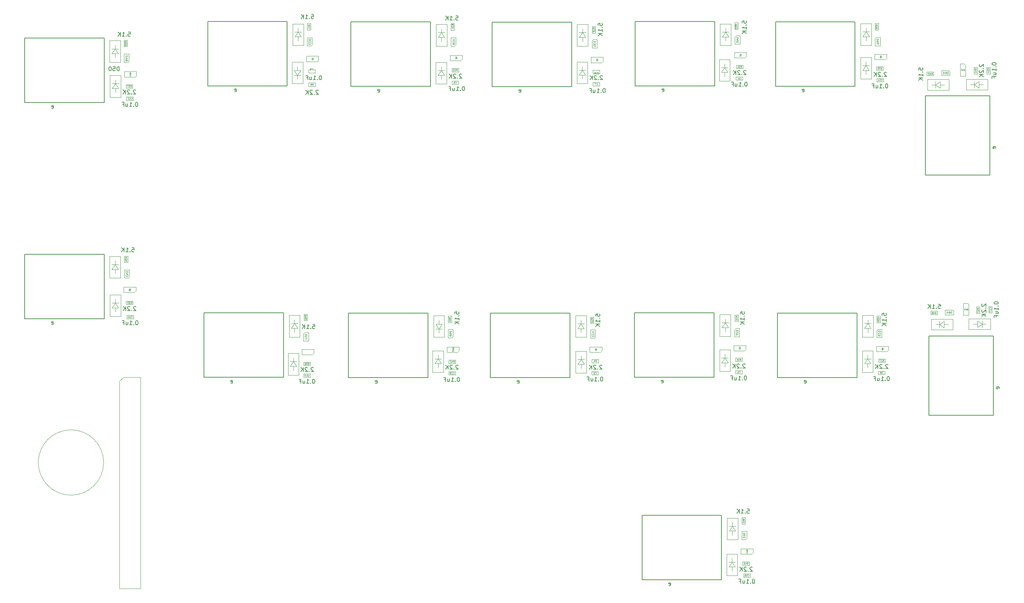
<source format=gbr>
%TF.GenerationSoftware,KiCad,Pcbnew,8.0.5*%
%TF.CreationDate,2025-05-12T12:18:58+05:30*%
%TF.ProjectId,automation,6175746f-6d61-4746-996f-6e2e6b696361,rev?*%
%TF.SameCoordinates,Original*%
%TF.FileFunction,AssemblyDrawing,Bot*%
%FSLAX46Y46*%
G04 Gerber Fmt 4.6, Leading zero omitted, Abs format (unit mm)*
G04 Created by KiCad (PCBNEW 8.0.5) date 2025-05-12 12:18:58*
%MOMM*%
%LPD*%
G01*
G04 APERTURE LIST*
%ADD10C,0.150000*%
%ADD11C,0.060000*%
%ADD12C,0.050000*%
%ADD13C,0.080000*%
%ADD14C,0.100000*%
%ADD15C,0.127000*%
G04 APERTURE END LIST*
D10*
X398559999Y-228980057D02*
X398512380Y-228932438D01*
X398512380Y-228932438D02*
X398417142Y-228884819D01*
X398417142Y-228884819D02*
X398179047Y-228884819D01*
X398179047Y-228884819D02*
X398083809Y-228932438D01*
X398083809Y-228932438D02*
X398036190Y-228980057D01*
X398036190Y-228980057D02*
X397988571Y-229075295D01*
X397988571Y-229075295D02*
X397988571Y-229170533D01*
X397988571Y-229170533D02*
X398036190Y-229313390D01*
X398036190Y-229313390D02*
X398607618Y-229884819D01*
X398607618Y-229884819D02*
X397988571Y-229884819D01*
X397559999Y-229789580D02*
X397512380Y-229837200D01*
X397512380Y-229837200D02*
X397559999Y-229884819D01*
X397559999Y-229884819D02*
X397607618Y-229837200D01*
X397607618Y-229837200D02*
X397559999Y-229789580D01*
X397559999Y-229789580D02*
X397559999Y-229884819D01*
X397131428Y-228980057D02*
X397083809Y-228932438D01*
X397083809Y-228932438D02*
X396988571Y-228884819D01*
X396988571Y-228884819D02*
X396750476Y-228884819D01*
X396750476Y-228884819D02*
X396655238Y-228932438D01*
X396655238Y-228932438D02*
X396607619Y-228980057D01*
X396607619Y-228980057D02*
X396560000Y-229075295D01*
X396560000Y-229075295D02*
X396560000Y-229170533D01*
X396560000Y-229170533D02*
X396607619Y-229313390D01*
X396607619Y-229313390D02*
X397179047Y-229884819D01*
X397179047Y-229884819D02*
X396560000Y-229884819D01*
X396131428Y-229884819D02*
X396131428Y-228884819D01*
X395560000Y-229884819D02*
X395988571Y-229313390D01*
X395560000Y-228884819D02*
X396131428Y-229456247D01*
D11*
X397402142Y-228231927D02*
X397535475Y-228041451D01*
X397630713Y-228231927D02*
X397630713Y-227831927D01*
X397630713Y-227831927D02*
X397478332Y-227831927D01*
X397478332Y-227831927D02*
X397440237Y-227850975D01*
X397440237Y-227850975D02*
X397421190Y-227870022D01*
X397421190Y-227870022D02*
X397402142Y-227908118D01*
X397402142Y-227908118D02*
X397402142Y-227965260D01*
X397402142Y-227965260D02*
X397421190Y-228003356D01*
X397421190Y-228003356D02*
X397440237Y-228022403D01*
X397440237Y-228022403D02*
X397478332Y-228041451D01*
X397478332Y-228041451D02*
X397630713Y-228041451D01*
X397059285Y-227965260D02*
X397059285Y-228231927D01*
X397154523Y-227812880D02*
X397249761Y-228098594D01*
X397249761Y-228098594D02*
X397002142Y-228098594D01*
X396868809Y-227870022D02*
X396849761Y-227850975D01*
X396849761Y-227850975D02*
X396811666Y-227831927D01*
X396811666Y-227831927D02*
X396716428Y-227831927D01*
X396716428Y-227831927D02*
X396678333Y-227850975D01*
X396678333Y-227850975D02*
X396659285Y-227870022D01*
X396659285Y-227870022D02*
X396640238Y-227908118D01*
X396640238Y-227908118D02*
X396640238Y-227946213D01*
X396640238Y-227946213D02*
X396659285Y-228003356D01*
X396659285Y-228003356D02*
X396887857Y-228231927D01*
X396887857Y-228231927D02*
X396640238Y-228231927D01*
D10*
X466374819Y-216598809D02*
X466374819Y-216122619D01*
X466374819Y-216122619D02*
X466851009Y-216075000D01*
X466851009Y-216075000D02*
X466803390Y-216122619D01*
X466803390Y-216122619D02*
X466755771Y-216217857D01*
X466755771Y-216217857D02*
X466755771Y-216455952D01*
X466755771Y-216455952D02*
X466803390Y-216551190D01*
X466803390Y-216551190D02*
X466851009Y-216598809D01*
X466851009Y-216598809D02*
X466946247Y-216646428D01*
X466946247Y-216646428D02*
X467184342Y-216646428D01*
X467184342Y-216646428D02*
X467279580Y-216598809D01*
X467279580Y-216598809D02*
X467327200Y-216551190D01*
X467327200Y-216551190D02*
X467374819Y-216455952D01*
X467374819Y-216455952D02*
X467374819Y-216217857D01*
X467374819Y-216217857D02*
X467327200Y-216122619D01*
X467327200Y-216122619D02*
X467279580Y-216075000D01*
X467279580Y-217075000D02*
X467327200Y-217122619D01*
X467327200Y-217122619D02*
X467374819Y-217075000D01*
X467374819Y-217075000D02*
X467327200Y-217027381D01*
X467327200Y-217027381D02*
X467279580Y-217075000D01*
X467279580Y-217075000D02*
X467374819Y-217075000D01*
X467374819Y-218074999D02*
X467374819Y-217503571D01*
X467374819Y-217789285D02*
X466374819Y-217789285D01*
X466374819Y-217789285D02*
X466517676Y-217694047D01*
X466517676Y-217694047D02*
X466612914Y-217598809D01*
X466612914Y-217598809D02*
X466660533Y-217503571D01*
X467374819Y-218503571D02*
X466374819Y-218503571D01*
X467374819Y-219074999D02*
X466803390Y-218646428D01*
X466374819Y-219074999D02*
X466946247Y-218503571D01*
D11*
X465671927Y-217317857D02*
X465481451Y-217184524D01*
X465671927Y-217089286D02*
X465271927Y-217089286D01*
X465271927Y-217089286D02*
X465271927Y-217241667D01*
X465271927Y-217241667D02*
X465290975Y-217279762D01*
X465290975Y-217279762D02*
X465310022Y-217298809D01*
X465310022Y-217298809D02*
X465348118Y-217317857D01*
X465348118Y-217317857D02*
X465405260Y-217317857D01*
X465405260Y-217317857D02*
X465443356Y-217298809D01*
X465443356Y-217298809D02*
X465462403Y-217279762D01*
X465462403Y-217279762D02*
X465481451Y-217241667D01*
X465481451Y-217241667D02*
X465481451Y-217089286D01*
X465310022Y-217470238D02*
X465290975Y-217489286D01*
X465290975Y-217489286D02*
X465271927Y-217527381D01*
X465271927Y-217527381D02*
X465271927Y-217622619D01*
X465271927Y-217622619D02*
X465290975Y-217660714D01*
X465290975Y-217660714D02*
X465310022Y-217679762D01*
X465310022Y-217679762D02*
X465348118Y-217698809D01*
X465348118Y-217698809D02*
X465386213Y-217698809D01*
X465386213Y-217698809D02*
X465443356Y-217679762D01*
X465443356Y-217679762D02*
X465671927Y-217451190D01*
X465671927Y-217451190D02*
X465671927Y-217698809D01*
X465671927Y-218079761D02*
X465671927Y-217851190D01*
X465671927Y-217965476D02*
X465271927Y-217965476D01*
X465271927Y-217965476D02*
X465329070Y-217927380D01*
X465329070Y-217927380D02*
X465367165Y-217889285D01*
X465367165Y-217889285D02*
X465386213Y-217851190D01*
D10*
X527705023Y-176773894D02*
X527752656Y-176678627D01*
X527752656Y-176678627D02*
X527752656Y-176488092D01*
X527752656Y-176488092D02*
X527705023Y-176392825D01*
X527705023Y-176392825D02*
X527609755Y-176345191D01*
X527609755Y-176345191D02*
X527228686Y-176345191D01*
X527228686Y-176345191D02*
X527133419Y-176392825D01*
X527133419Y-176392825D02*
X527085785Y-176488092D01*
X527085785Y-176488092D02*
X527085785Y-176678627D01*
X527085785Y-176678627D02*
X527133419Y-176773894D01*
X527133419Y-176773894D02*
X527228686Y-176821528D01*
X527228686Y-176821528D02*
X527323953Y-176821528D01*
X527323953Y-176821528D02*
X527419221Y-176345191D01*
D12*
X466595914Y-154352023D02*
X466580676Y-154321547D01*
X466580676Y-154321547D02*
X466550200Y-154291071D01*
X466550200Y-154291071D02*
X466504485Y-154245357D01*
X466504485Y-154245357D02*
X466489247Y-154214880D01*
X466489247Y-154214880D02*
X466489247Y-154184404D01*
X466565438Y-154199642D02*
X466550200Y-154169166D01*
X466550200Y-154169166D02*
X466519723Y-154138690D01*
X466519723Y-154138690D02*
X466458771Y-154123452D01*
X466458771Y-154123452D02*
X466352104Y-154123452D01*
X466352104Y-154123452D02*
X466291152Y-154138690D01*
X466291152Y-154138690D02*
X466260676Y-154169166D01*
X466260676Y-154169166D02*
X466245438Y-154199642D01*
X466245438Y-154199642D02*
X466245438Y-154260595D01*
X466245438Y-154260595D02*
X466260676Y-154291071D01*
X466260676Y-154291071D02*
X466291152Y-154321547D01*
X466291152Y-154321547D02*
X466352104Y-154336785D01*
X466352104Y-154336785D02*
X466458771Y-154336785D01*
X466458771Y-154336785D02*
X466519723Y-154321547D01*
X466519723Y-154321547D02*
X466550200Y-154291071D01*
X466550200Y-154291071D02*
X466565438Y-154260595D01*
X466565438Y-154260595D02*
X466565438Y-154199642D01*
X466245438Y-154443452D02*
X466245438Y-154656785D01*
X466245438Y-154656785D02*
X466565438Y-154519642D01*
X363746514Y-155242023D02*
X363731276Y-155211547D01*
X363731276Y-155211547D02*
X363700800Y-155181071D01*
X363700800Y-155181071D02*
X363655085Y-155135357D01*
X363655085Y-155135357D02*
X363639847Y-155104880D01*
X363639847Y-155104880D02*
X363639847Y-155074404D01*
X363716038Y-155089642D02*
X363700800Y-155059166D01*
X363700800Y-155059166D02*
X363670323Y-155028690D01*
X363670323Y-155028690D02*
X363609371Y-155013452D01*
X363609371Y-155013452D02*
X363502704Y-155013452D01*
X363502704Y-155013452D02*
X363441752Y-155028690D01*
X363441752Y-155028690D02*
X363411276Y-155059166D01*
X363411276Y-155059166D02*
X363396038Y-155089642D01*
X363396038Y-155089642D02*
X363396038Y-155150595D01*
X363396038Y-155150595D02*
X363411276Y-155181071D01*
X363411276Y-155181071D02*
X363441752Y-155211547D01*
X363441752Y-155211547D02*
X363502704Y-155226785D01*
X363502704Y-155226785D02*
X363609371Y-155226785D01*
X363609371Y-155226785D02*
X363670323Y-155211547D01*
X363670323Y-155211547D02*
X363700800Y-155181071D01*
X363700800Y-155181071D02*
X363716038Y-155150595D01*
X363716038Y-155150595D02*
X363716038Y-155089642D01*
X363426514Y-155348690D02*
X363411276Y-155363928D01*
X363411276Y-155363928D02*
X363396038Y-155394404D01*
X363396038Y-155394404D02*
X363396038Y-155470595D01*
X363396038Y-155470595D02*
X363411276Y-155501071D01*
X363411276Y-155501071D02*
X363426514Y-155516309D01*
X363426514Y-155516309D02*
X363456990Y-155531547D01*
X363456990Y-155531547D02*
X363487466Y-155531547D01*
X363487466Y-155531547D02*
X363533180Y-155516309D01*
X363533180Y-155516309D02*
X363716038Y-155333452D01*
X363716038Y-155333452D02*
X363716038Y-155531547D01*
D13*
X499617149Y-150505357D02*
X499117149Y-150505357D01*
X499117149Y-150505357D02*
X499117149Y-150624405D01*
X499117149Y-150624405D02*
X499140959Y-150695833D01*
X499140959Y-150695833D02*
X499188578Y-150743452D01*
X499188578Y-150743452D02*
X499236197Y-150767262D01*
X499236197Y-150767262D02*
X499331435Y-150791071D01*
X499331435Y-150791071D02*
X499402863Y-150791071D01*
X499402863Y-150791071D02*
X499498101Y-150767262D01*
X499498101Y-150767262D02*
X499545720Y-150743452D01*
X499545720Y-150743452D02*
X499593340Y-150695833D01*
X499593340Y-150695833D02*
X499617149Y-150624405D01*
X499617149Y-150624405D02*
X499617149Y-150505357D01*
X499283816Y-151219643D02*
X499617149Y-151219643D01*
X499093340Y-151100595D02*
X499450482Y-150981548D01*
X499450482Y-150981548D02*
X499450482Y-151291071D01*
X499117149Y-151695833D02*
X499117149Y-151600595D01*
X499117149Y-151600595D02*
X499140959Y-151552976D01*
X499140959Y-151552976D02*
X499164768Y-151529166D01*
X499164768Y-151529166D02*
X499236197Y-151481547D01*
X499236197Y-151481547D02*
X499331435Y-151457738D01*
X499331435Y-151457738D02*
X499521911Y-151457738D01*
X499521911Y-151457738D02*
X499569530Y-151481547D01*
X499569530Y-151481547D02*
X499593340Y-151505357D01*
X499593340Y-151505357D02*
X499617149Y-151552976D01*
X499617149Y-151552976D02*
X499617149Y-151648214D01*
X499617149Y-151648214D02*
X499593340Y-151695833D01*
X499593340Y-151695833D02*
X499569530Y-151719642D01*
X499569530Y-151719642D02*
X499521911Y-151743452D01*
X499521911Y-151743452D02*
X499402863Y-151743452D01*
X499402863Y-151743452D02*
X499355244Y-151719642D01*
X499355244Y-151719642D02*
X499331435Y-151695833D01*
X499331435Y-151695833D02*
X499307625Y-151648214D01*
X499307625Y-151648214D02*
X499307625Y-151552976D01*
X499307625Y-151552976D02*
X499331435Y-151505357D01*
X499331435Y-151505357D02*
X499355244Y-151481547D01*
X499355244Y-151481547D02*
X499402863Y-151457738D01*
D10*
X344838605Y-163115023D02*
X344933872Y-163162656D01*
X344933872Y-163162656D02*
X345124407Y-163162656D01*
X345124407Y-163162656D02*
X345219674Y-163115023D01*
X345219674Y-163115023D02*
X345267308Y-163019755D01*
X345267308Y-163019755D02*
X345267308Y-162638686D01*
X345267308Y-162638686D02*
X345219674Y-162543419D01*
X345219674Y-162543419D02*
X345124407Y-162495785D01*
X345124407Y-162495785D02*
X344933872Y-162495785D01*
X344933872Y-162495785D02*
X344838605Y-162543419D01*
X344838605Y-162543419D02*
X344790971Y-162638686D01*
X344790971Y-162638686D02*
X344790971Y-162733953D01*
X344790971Y-162733953D02*
X345267308Y-162829221D01*
X398018690Y-144934819D02*
X398494880Y-144934819D01*
X398494880Y-144934819D02*
X398542499Y-145411009D01*
X398542499Y-145411009D02*
X398494880Y-145363390D01*
X398494880Y-145363390D02*
X398399642Y-145315771D01*
X398399642Y-145315771D02*
X398161547Y-145315771D01*
X398161547Y-145315771D02*
X398066309Y-145363390D01*
X398066309Y-145363390D02*
X398018690Y-145411009D01*
X398018690Y-145411009D02*
X397971071Y-145506247D01*
X397971071Y-145506247D02*
X397971071Y-145744342D01*
X397971071Y-145744342D02*
X398018690Y-145839580D01*
X398018690Y-145839580D02*
X398066309Y-145887200D01*
X398066309Y-145887200D02*
X398161547Y-145934819D01*
X398161547Y-145934819D02*
X398399642Y-145934819D01*
X398399642Y-145934819D02*
X398494880Y-145887200D01*
X398494880Y-145887200D02*
X398542499Y-145839580D01*
X397542499Y-145839580D02*
X397494880Y-145887200D01*
X397494880Y-145887200D02*
X397542499Y-145934819D01*
X397542499Y-145934819D02*
X397590118Y-145887200D01*
X397590118Y-145887200D02*
X397542499Y-145839580D01*
X397542499Y-145839580D02*
X397542499Y-145934819D01*
X396542500Y-145934819D02*
X397113928Y-145934819D01*
X396828214Y-145934819D02*
X396828214Y-144934819D01*
X396828214Y-144934819D02*
X396923452Y-145077676D01*
X396923452Y-145077676D02*
X397018690Y-145172914D01*
X397018690Y-145172914D02*
X397113928Y-145220533D01*
X396113928Y-145934819D02*
X396113928Y-144934819D01*
X395542500Y-145934819D02*
X395971071Y-145363390D01*
X395542500Y-144934819D02*
X396113928Y-145506247D01*
D11*
X397409427Y-147095357D02*
X397218951Y-146962024D01*
X397409427Y-146866786D02*
X397009427Y-146866786D01*
X397009427Y-146866786D02*
X397009427Y-147019167D01*
X397009427Y-147019167D02*
X397028475Y-147057262D01*
X397028475Y-147057262D02*
X397047522Y-147076309D01*
X397047522Y-147076309D02*
X397085618Y-147095357D01*
X397085618Y-147095357D02*
X397142760Y-147095357D01*
X397142760Y-147095357D02*
X397180856Y-147076309D01*
X397180856Y-147076309D02*
X397199903Y-147057262D01*
X397199903Y-147057262D02*
X397218951Y-147019167D01*
X397218951Y-147019167D02*
X397218951Y-146866786D01*
X397047522Y-147247738D02*
X397028475Y-147266786D01*
X397028475Y-147266786D02*
X397009427Y-147304881D01*
X397009427Y-147304881D02*
X397009427Y-147400119D01*
X397009427Y-147400119D02*
X397028475Y-147438214D01*
X397028475Y-147438214D02*
X397047522Y-147457262D01*
X397047522Y-147457262D02*
X397085618Y-147476309D01*
X397085618Y-147476309D02*
X397123713Y-147476309D01*
X397123713Y-147476309D02*
X397180856Y-147457262D01*
X397180856Y-147457262D02*
X397409427Y-147228690D01*
X397409427Y-147228690D02*
X397409427Y-147476309D01*
X397009427Y-147723928D02*
X397009427Y-147762023D01*
X397009427Y-147762023D02*
X397028475Y-147800119D01*
X397028475Y-147800119D02*
X397047522Y-147819166D01*
X397047522Y-147819166D02*
X397085618Y-147838214D01*
X397085618Y-147838214D02*
X397161808Y-147857261D01*
X397161808Y-147857261D02*
X397257046Y-147857261D01*
X397257046Y-147857261D02*
X397333237Y-147838214D01*
X397333237Y-147838214D02*
X397371332Y-147819166D01*
X397371332Y-147819166D02*
X397390380Y-147800119D01*
X397390380Y-147800119D02*
X397409427Y-147762023D01*
X397409427Y-147762023D02*
X397409427Y-147723928D01*
X397409427Y-147723928D02*
X397390380Y-147685833D01*
X397390380Y-147685833D02*
X397371332Y-147666785D01*
X397371332Y-147666785D02*
X397333237Y-147647738D01*
X397333237Y-147647738D02*
X397257046Y-147628690D01*
X397257046Y-147628690D02*
X397161808Y-147628690D01*
X397161808Y-147628690D02*
X397085618Y-147647738D01*
X397085618Y-147647738D02*
X397047522Y-147666785D01*
X397047522Y-147666785D02*
X397028475Y-147685833D01*
X397028475Y-147685833D02*
X397009427Y-147723928D01*
D13*
X500027149Y-220655357D02*
X499527149Y-220655357D01*
X499527149Y-220655357D02*
X499527149Y-220774405D01*
X499527149Y-220774405D02*
X499550959Y-220845833D01*
X499550959Y-220845833D02*
X499598578Y-220893452D01*
X499598578Y-220893452D02*
X499646197Y-220917262D01*
X499646197Y-220917262D02*
X499741435Y-220941071D01*
X499741435Y-220941071D02*
X499812863Y-220941071D01*
X499812863Y-220941071D02*
X499908101Y-220917262D01*
X499908101Y-220917262D02*
X499955720Y-220893452D01*
X499955720Y-220893452D02*
X500003340Y-220845833D01*
X500003340Y-220845833D02*
X500027149Y-220774405D01*
X500027149Y-220774405D02*
X500027149Y-220655357D01*
X499527149Y-221107738D02*
X499527149Y-221417262D01*
X499527149Y-221417262D02*
X499717625Y-221250595D01*
X499717625Y-221250595D02*
X499717625Y-221322024D01*
X499717625Y-221322024D02*
X499741435Y-221369643D01*
X499741435Y-221369643D02*
X499765244Y-221393452D01*
X499765244Y-221393452D02*
X499812863Y-221417262D01*
X499812863Y-221417262D02*
X499931911Y-221417262D01*
X499931911Y-221417262D02*
X499979530Y-221393452D01*
X499979530Y-221393452D02*
X500003340Y-221369643D01*
X500003340Y-221369643D02*
X500027149Y-221322024D01*
X500027149Y-221322024D02*
X500027149Y-221179167D01*
X500027149Y-221179167D02*
X500003340Y-221131548D01*
X500003340Y-221131548D02*
X499979530Y-221107738D01*
X499527149Y-221869642D02*
X499527149Y-221631547D01*
X499527149Y-221631547D02*
X499765244Y-221607738D01*
X499765244Y-221607738D02*
X499741435Y-221631547D01*
X499741435Y-221631547D02*
X499717625Y-221679166D01*
X499717625Y-221679166D02*
X499717625Y-221798214D01*
X499717625Y-221798214D02*
X499741435Y-221845833D01*
X499741435Y-221845833D02*
X499765244Y-221869642D01*
X499765244Y-221869642D02*
X499812863Y-221893452D01*
X499812863Y-221893452D02*
X499931911Y-221893452D01*
X499931911Y-221893452D02*
X499979530Y-221869642D01*
X499979530Y-221869642D02*
X500003340Y-221845833D01*
X500003340Y-221845833D02*
X500027149Y-221798214D01*
X500027149Y-221798214D02*
X500027149Y-221679166D01*
X500027149Y-221679166D02*
X500003340Y-221631547D01*
X500003340Y-221631547D02*
X499979530Y-221607738D01*
D10*
X412786105Y-233215023D02*
X412881372Y-233262656D01*
X412881372Y-233262656D02*
X413071907Y-233262656D01*
X413071907Y-233262656D02*
X413167174Y-233215023D01*
X413167174Y-233215023D02*
X413214808Y-233119755D01*
X413214808Y-233119755D02*
X413214808Y-232738686D01*
X413214808Y-232738686D02*
X413167174Y-232643419D01*
X413167174Y-232643419D02*
X413071907Y-232595785D01*
X413071907Y-232595785D02*
X412881372Y-232595785D01*
X412881372Y-232595785D02*
X412786105Y-232643419D01*
X412786105Y-232643419D02*
X412738471Y-232738686D01*
X412738471Y-232738686D02*
X412738471Y-232833953D01*
X412738471Y-232833953D02*
X413214808Y-232929221D01*
X321357856Y-218199819D02*
X321262618Y-218199819D01*
X321262618Y-218199819D02*
X321167380Y-218247438D01*
X321167380Y-218247438D02*
X321119761Y-218295057D01*
X321119761Y-218295057D02*
X321072142Y-218390295D01*
X321072142Y-218390295D02*
X321024523Y-218580771D01*
X321024523Y-218580771D02*
X321024523Y-218818866D01*
X321024523Y-218818866D02*
X321072142Y-219009342D01*
X321072142Y-219009342D02*
X321119761Y-219104580D01*
X321119761Y-219104580D02*
X321167380Y-219152200D01*
X321167380Y-219152200D02*
X321262618Y-219199819D01*
X321262618Y-219199819D02*
X321357856Y-219199819D01*
X321357856Y-219199819D02*
X321453094Y-219152200D01*
X321453094Y-219152200D02*
X321500713Y-219104580D01*
X321500713Y-219104580D02*
X321548332Y-219009342D01*
X321548332Y-219009342D02*
X321595951Y-218818866D01*
X321595951Y-218818866D02*
X321595951Y-218580771D01*
X321595951Y-218580771D02*
X321548332Y-218390295D01*
X321548332Y-218390295D02*
X321500713Y-218295057D01*
X321500713Y-218295057D02*
X321453094Y-218247438D01*
X321453094Y-218247438D02*
X321357856Y-218199819D01*
X320595951Y-219104580D02*
X320548332Y-219152200D01*
X320548332Y-219152200D02*
X320595951Y-219199819D01*
X320595951Y-219199819D02*
X320643570Y-219152200D01*
X320643570Y-219152200D02*
X320595951Y-219104580D01*
X320595951Y-219104580D02*
X320595951Y-219199819D01*
X319595952Y-219199819D02*
X320167380Y-219199819D01*
X319881666Y-219199819D02*
X319881666Y-218199819D01*
X319881666Y-218199819D02*
X319976904Y-218342676D01*
X319976904Y-218342676D02*
X320072142Y-218437914D01*
X320072142Y-218437914D02*
X320167380Y-218485533D01*
X318738809Y-218533152D02*
X318738809Y-219199819D01*
X319167380Y-218533152D02*
X319167380Y-219056961D01*
X319167380Y-219056961D02*
X319119761Y-219152200D01*
X319119761Y-219152200D02*
X319024523Y-219199819D01*
X319024523Y-219199819D02*
X318881666Y-219199819D01*
X318881666Y-219199819D02*
X318786428Y-219152200D01*
X318786428Y-219152200D02*
X318738809Y-219104580D01*
X317929285Y-218676009D02*
X318262618Y-218676009D01*
X318262618Y-219199819D02*
X318262618Y-218199819D01*
X318262618Y-218199819D02*
X317786428Y-218199819D01*
D11*
X319972142Y-217458832D02*
X319991190Y-217477880D01*
X319991190Y-217477880D02*
X320048332Y-217496927D01*
X320048332Y-217496927D02*
X320086428Y-217496927D01*
X320086428Y-217496927D02*
X320143571Y-217477880D01*
X320143571Y-217477880D02*
X320181666Y-217439784D01*
X320181666Y-217439784D02*
X320200713Y-217401689D01*
X320200713Y-217401689D02*
X320219761Y-217325499D01*
X320219761Y-217325499D02*
X320219761Y-217268356D01*
X320219761Y-217268356D02*
X320200713Y-217192165D01*
X320200713Y-217192165D02*
X320181666Y-217154070D01*
X320181666Y-217154070D02*
X320143571Y-217115975D01*
X320143571Y-217115975D02*
X320086428Y-217096927D01*
X320086428Y-217096927D02*
X320048332Y-217096927D01*
X320048332Y-217096927D02*
X319991190Y-217115975D01*
X319991190Y-217115975D02*
X319972142Y-217135022D01*
X319591190Y-217496927D02*
X319819761Y-217496927D01*
X319705475Y-217496927D02*
X319705475Y-217096927D01*
X319705475Y-217096927D02*
X319743571Y-217154070D01*
X319743571Y-217154070D02*
X319781666Y-217192165D01*
X319781666Y-217192165D02*
X319819761Y-217211213D01*
X319343571Y-217096927D02*
X319305476Y-217096927D01*
X319305476Y-217096927D02*
X319267380Y-217115975D01*
X319267380Y-217115975D02*
X319248333Y-217135022D01*
X319248333Y-217135022D02*
X319229285Y-217173118D01*
X319229285Y-217173118D02*
X319210238Y-217249308D01*
X319210238Y-217249308D02*
X319210238Y-217344546D01*
X319210238Y-217344546D02*
X319229285Y-217420737D01*
X319229285Y-217420737D02*
X319248333Y-217458832D01*
X319248333Y-217458832D02*
X319267380Y-217477880D01*
X319267380Y-217477880D02*
X319305476Y-217496927D01*
X319305476Y-217496927D02*
X319343571Y-217496927D01*
X319343571Y-217496927D02*
X319381666Y-217477880D01*
X319381666Y-217477880D02*
X319400714Y-217458832D01*
X319400714Y-217458832D02*
X319419761Y-217420737D01*
X319419761Y-217420737D02*
X319438809Y-217344546D01*
X319438809Y-217344546D02*
X319438809Y-217249308D01*
X319438809Y-217249308D02*
X319419761Y-217173118D01*
X319419761Y-217173118D02*
X319400714Y-217135022D01*
X319400714Y-217135022D02*
X319381666Y-217115975D01*
X319381666Y-217115975D02*
X319343571Y-217096927D01*
D12*
X520850357Y-215663414D02*
X520880833Y-215648176D01*
X520880833Y-215648176D02*
X520911309Y-215617700D01*
X520911309Y-215617700D02*
X520957023Y-215571985D01*
X520957023Y-215571985D02*
X520987500Y-215556747D01*
X520987500Y-215556747D02*
X521017976Y-215556747D01*
X521002738Y-215632938D02*
X521033214Y-215617700D01*
X521033214Y-215617700D02*
X521063690Y-215587223D01*
X521063690Y-215587223D02*
X521078928Y-215526271D01*
X521078928Y-215526271D02*
X521078928Y-215419604D01*
X521078928Y-215419604D02*
X521063690Y-215358652D01*
X521063690Y-215358652D02*
X521033214Y-215328176D01*
X521033214Y-215328176D02*
X521002738Y-215312938D01*
X521002738Y-215312938D02*
X520941785Y-215312938D01*
X520941785Y-215312938D02*
X520911309Y-215328176D01*
X520911309Y-215328176D02*
X520880833Y-215358652D01*
X520880833Y-215358652D02*
X520865595Y-215419604D01*
X520865595Y-215419604D02*
X520865595Y-215526271D01*
X520865595Y-215526271D02*
X520880833Y-215587223D01*
X520880833Y-215587223D02*
X520911309Y-215617700D01*
X520911309Y-215617700D02*
X520941785Y-215632938D01*
X520941785Y-215632938D02*
X521002738Y-215632938D01*
X520560833Y-215632938D02*
X520743690Y-215632938D01*
X520652262Y-215632938D02*
X520652262Y-215312938D01*
X520652262Y-215312938D02*
X520682738Y-215358652D01*
X520682738Y-215358652D02*
X520713214Y-215389128D01*
X520713214Y-215389128D02*
X520743690Y-215404366D01*
X520271309Y-215312938D02*
X520423690Y-215312938D01*
X520423690Y-215312938D02*
X520438928Y-215465319D01*
X520438928Y-215465319D02*
X520423690Y-215450080D01*
X520423690Y-215450080D02*
X520393214Y-215434842D01*
X520393214Y-215434842D02*
X520317023Y-215434842D01*
X520317023Y-215434842D02*
X520286547Y-215450080D01*
X520286547Y-215450080D02*
X520271309Y-215465319D01*
X520271309Y-215465319D02*
X520256071Y-215495795D01*
X520256071Y-215495795D02*
X520256071Y-215571985D01*
X520256071Y-215571985D02*
X520271309Y-215602461D01*
X520271309Y-215602461D02*
X520286547Y-215617700D01*
X520286547Y-215617700D02*
X520317023Y-215632938D01*
X520317023Y-215632938D02*
X520393214Y-215632938D01*
X520393214Y-215632938D02*
X520423690Y-215617700D01*
X520423690Y-215617700D02*
X520438928Y-215602461D01*
D10*
X481776105Y-233175023D02*
X481871372Y-233222656D01*
X481871372Y-233222656D02*
X482061907Y-233222656D01*
X482061907Y-233222656D02*
X482157174Y-233175023D01*
X482157174Y-233175023D02*
X482204808Y-233079755D01*
X482204808Y-233079755D02*
X482204808Y-232698686D01*
X482204808Y-232698686D02*
X482157174Y-232603419D01*
X482157174Y-232603419D02*
X482061907Y-232555785D01*
X482061907Y-232555785D02*
X481871372Y-232555785D01*
X481871372Y-232555785D02*
X481776105Y-232603419D01*
X481776105Y-232603419D02*
X481728471Y-232698686D01*
X481728471Y-232698686D02*
X481728471Y-232793953D01*
X481728471Y-232793953D02*
X482204808Y-232889221D01*
X399865356Y-161924819D02*
X399770118Y-161924819D01*
X399770118Y-161924819D02*
X399674880Y-161972438D01*
X399674880Y-161972438D02*
X399627261Y-162020057D01*
X399627261Y-162020057D02*
X399579642Y-162115295D01*
X399579642Y-162115295D02*
X399532023Y-162305771D01*
X399532023Y-162305771D02*
X399532023Y-162543866D01*
X399532023Y-162543866D02*
X399579642Y-162734342D01*
X399579642Y-162734342D02*
X399627261Y-162829580D01*
X399627261Y-162829580D02*
X399674880Y-162877200D01*
X399674880Y-162877200D02*
X399770118Y-162924819D01*
X399770118Y-162924819D02*
X399865356Y-162924819D01*
X399865356Y-162924819D02*
X399960594Y-162877200D01*
X399960594Y-162877200D02*
X400008213Y-162829580D01*
X400008213Y-162829580D02*
X400055832Y-162734342D01*
X400055832Y-162734342D02*
X400103451Y-162543866D01*
X400103451Y-162543866D02*
X400103451Y-162305771D01*
X400103451Y-162305771D02*
X400055832Y-162115295D01*
X400055832Y-162115295D02*
X400008213Y-162020057D01*
X400008213Y-162020057D02*
X399960594Y-161972438D01*
X399960594Y-161972438D02*
X399865356Y-161924819D01*
X399103451Y-162829580D02*
X399055832Y-162877200D01*
X399055832Y-162877200D02*
X399103451Y-162924819D01*
X399103451Y-162924819D02*
X399151070Y-162877200D01*
X399151070Y-162877200D02*
X399103451Y-162829580D01*
X399103451Y-162829580D02*
X399103451Y-162924819D01*
X398103452Y-162924819D02*
X398674880Y-162924819D01*
X398389166Y-162924819D02*
X398389166Y-161924819D01*
X398389166Y-161924819D02*
X398484404Y-162067676D01*
X398484404Y-162067676D02*
X398579642Y-162162914D01*
X398579642Y-162162914D02*
X398674880Y-162210533D01*
X397246309Y-162258152D02*
X397246309Y-162924819D01*
X397674880Y-162258152D02*
X397674880Y-162781961D01*
X397674880Y-162781961D02*
X397627261Y-162877200D01*
X397627261Y-162877200D02*
X397532023Y-162924819D01*
X397532023Y-162924819D02*
X397389166Y-162924819D01*
X397389166Y-162924819D02*
X397293928Y-162877200D01*
X397293928Y-162877200D02*
X397246309Y-162829580D01*
X396436785Y-162401009D02*
X396770118Y-162401009D01*
X396770118Y-162924819D02*
X396770118Y-161924819D01*
X396770118Y-161924819D02*
X396293928Y-161924819D01*
D11*
X397899166Y-161103832D02*
X397918214Y-161122880D01*
X397918214Y-161122880D02*
X397975356Y-161141927D01*
X397975356Y-161141927D02*
X398013452Y-161141927D01*
X398013452Y-161141927D02*
X398070595Y-161122880D01*
X398070595Y-161122880D02*
X398108690Y-161084784D01*
X398108690Y-161084784D02*
X398127737Y-161046689D01*
X398127737Y-161046689D02*
X398146785Y-160970499D01*
X398146785Y-160970499D02*
X398146785Y-160913356D01*
X398146785Y-160913356D02*
X398127737Y-160837165D01*
X398127737Y-160837165D02*
X398108690Y-160799070D01*
X398108690Y-160799070D02*
X398070595Y-160760975D01*
X398070595Y-160760975D02*
X398013452Y-160741927D01*
X398013452Y-160741927D02*
X397975356Y-160741927D01*
X397975356Y-160741927D02*
X397918214Y-160760975D01*
X397918214Y-160760975D02*
X397899166Y-160780022D01*
X397537261Y-160741927D02*
X397727737Y-160741927D01*
X397727737Y-160741927D02*
X397746785Y-160932403D01*
X397746785Y-160932403D02*
X397727737Y-160913356D01*
X397727737Y-160913356D02*
X397689642Y-160894308D01*
X397689642Y-160894308D02*
X397594404Y-160894308D01*
X397594404Y-160894308D02*
X397556309Y-160913356D01*
X397556309Y-160913356D02*
X397537261Y-160932403D01*
X397537261Y-160932403D02*
X397518214Y-160970499D01*
X397518214Y-160970499D02*
X397518214Y-161065737D01*
X397518214Y-161065737D02*
X397537261Y-161103832D01*
X397537261Y-161103832D02*
X397556309Y-161122880D01*
X397556309Y-161122880D02*
X397594404Y-161141927D01*
X397594404Y-161141927D02*
X397689642Y-161141927D01*
X397689642Y-161141927D02*
X397727737Y-161122880D01*
X397727737Y-161122880D02*
X397746785Y-161103832D01*
D10*
X523920057Y-156592500D02*
X523872438Y-156640119D01*
X523872438Y-156640119D02*
X523824819Y-156735357D01*
X523824819Y-156735357D02*
X523824819Y-156973452D01*
X523824819Y-156973452D02*
X523872438Y-157068690D01*
X523872438Y-157068690D02*
X523920057Y-157116309D01*
X523920057Y-157116309D02*
X524015295Y-157163928D01*
X524015295Y-157163928D02*
X524110533Y-157163928D01*
X524110533Y-157163928D02*
X524253390Y-157116309D01*
X524253390Y-157116309D02*
X524824819Y-156544881D01*
X524824819Y-156544881D02*
X524824819Y-157163928D01*
X524729580Y-157592500D02*
X524777200Y-157640119D01*
X524777200Y-157640119D02*
X524824819Y-157592500D01*
X524824819Y-157592500D02*
X524777200Y-157544881D01*
X524777200Y-157544881D02*
X524729580Y-157592500D01*
X524729580Y-157592500D02*
X524824819Y-157592500D01*
X523920057Y-158021071D02*
X523872438Y-158068690D01*
X523872438Y-158068690D02*
X523824819Y-158163928D01*
X523824819Y-158163928D02*
X523824819Y-158402023D01*
X523824819Y-158402023D02*
X523872438Y-158497261D01*
X523872438Y-158497261D02*
X523920057Y-158544880D01*
X523920057Y-158544880D02*
X524015295Y-158592499D01*
X524015295Y-158592499D02*
X524110533Y-158592499D01*
X524110533Y-158592499D02*
X524253390Y-158544880D01*
X524253390Y-158544880D02*
X524824819Y-157973452D01*
X524824819Y-157973452D02*
X524824819Y-158592499D01*
X524824819Y-159021071D02*
X523824819Y-159021071D01*
X524824819Y-159592499D02*
X524253390Y-159163928D01*
X523824819Y-159592499D02*
X524396247Y-159021071D01*
D11*
X523121927Y-157835357D02*
X522931451Y-157702024D01*
X523121927Y-157606786D02*
X522721927Y-157606786D01*
X522721927Y-157606786D02*
X522721927Y-157759167D01*
X522721927Y-157759167D02*
X522740975Y-157797262D01*
X522740975Y-157797262D02*
X522760022Y-157816309D01*
X522760022Y-157816309D02*
X522798118Y-157835357D01*
X522798118Y-157835357D02*
X522855260Y-157835357D01*
X522855260Y-157835357D02*
X522893356Y-157816309D01*
X522893356Y-157816309D02*
X522912403Y-157797262D01*
X522912403Y-157797262D02*
X522931451Y-157759167D01*
X522931451Y-157759167D02*
X522931451Y-157606786D01*
X522855260Y-158178214D02*
X523121927Y-158178214D01*
X522702880Y-158082976D02*
X522988594Y-157987738D01*
X522988594Y-157987738D02*
X522988594Y-158235357D01*
X523121927Y-158597261D02*
X523121927Y-158368690D01*
X523121927Y-158482976D02*
X522721927Y-158482976D01*
X522721927Y-158482976D02*
X522779070Y-158444880D01*
X522779070Y-158444880D02*
X522817165Y-158406785D01*
X522817165Y-158406785D02*
X522836213Y-158368690D01*
D10*
X317094285Y-158144819D02*
X317094285Y-157144819D01*
X317094285Y-157144819D02*
X316856190Y-157144819D01*
X316856190Y-157144819D02*
X316713333Y-157192438D01*
X316713333Y-157192438D02*
X316618095Y-157287676D01*
X316618095Y-157287676D02*
X316570476Y-157382914D01*
X316570476Y-157382914D02*
X316522857Y-157573390D01*
X316522857Y-157573390D02*
X316522857Y-157716247D01*
X316522857Y-157716247D02*
X316570476Y-157906723D01*
X316570476Y-157906723D02*
X316618095Y-158001961D01*
X316618095Y-158001961D02*
X316713333Y-158097200D01*
X316713333Y-158097200D02*
X316856190Y-158144819D01*
X316856190Y-158144819D02*
X317094285Y-158144819D01*
X315618095Y-157144819D02*
X316094285Y-157144819D01*
X316094285Y-157144819D02*
X316141904Y-157621009D01*
X316141904Y-157621009D02*
X316094285Y-157573390D01*
X316094285Y-157573390D02*
X315999047Y-157525771D01*
X315999047Y-157525771D02*
X315760952Y-157525771D01*
X315760952Y-157525771D02*
X315665714Y-157573390D01*
X315665714Y-157573390D02*
X315618095Y-157621009D01*
X315618095Y-157621009D02*
X315570476Y-157716247D01*
X315570476Y-157716247D02*
X315570476Y-157954342D01*
X315570476Y-157954342D02*
X315618095Y-158049580D01*
X315618095Y-158049580D02*
X315665714Y-158097200D01*
X315665714Y-158097200D02*
X315760952Y-158144819D01*
X315760952Y-158144819D02*
X315999047Y-158144819D01*
X315999047Y-158144819D02*
X316094285Y-158097200D01*
X316094285Y-158097200D02*
X316141904Y-158049580D01*
X314951428Y-157144819D02*
X314856190Y-157144819D01*
X314856190Y-157144819D02*
X314760952Y-157192438D01*
X314760952Y-157192438D02*
X314713333Y-157240057D01*
X314713333Y-157240057D02*
X314665714Y-157335295D01*
X314665714Y-157335295D02*
X314618095Y-157525771D01*
X314618095Y-157525771D02*
X314618095Y-157763866D01*
X314618095Y-157763866D02*
X314665714Y-157954342D01*
X314665714Y-157954342D02*
X314713333Y-158049580D01*
X314713333Y-158049580D02*
X314760952Y-158097200D01*
X314760952Y-158097200D02*
X314856190Y-158144819D01*
X314856190Y-158144819D02*
X314951428Y-158144819D01*
X314951428Y-158144819D02*
X315046666Y-158097200D01*
X315046666Y-158097200D02*
X315094285Y-158049580D01*
X315094285Y-158049580D02*
X315141904Y-157954342D01*
X315141904Y-157954342D02*
X315189523Y-157763866D01*
X315189523Y-157763866D02*
X315189523Y-157525771D01*
X315189523Y-157525771D02*
X315141904Y-157335295D01*
X315141904Y-157335295D02*
X315094285Y-157240057D01*
X315094285Y-157240057D02*
X315046666Y-157192438D01*
X315046666Y-157192438D02*
X314951428Y-157144819D01*
D12*
X432125914Y-155492023D02*
X432110676Y-155461547D01*
X432110676Y-155461547D02*
X432080200Y-155431071D01*
X432080200Y-155431071D02*
X432034485Y-155385357D01*
X432034485Y-155385357D02*
X432019247Y-155354880D01*
X432019247Y-155354880D02*
X432019247Y-155324404D01*
X432095438Y-155339642D02*
X432080200Y-155309166D01*
X432080200Y-155309166D02*
X432049723Y-155278690D01*
X432049723Y-155278690D02*
X431988771Y-155263452D01*
X431988771Y-155263452D02*
X431882104Y-155263452D01*
X431882104Y-155263452D02*
X431821152Y-155278690D01*
X431821152Y-155278690D02*
X431790676Y-155309166D01*
X431790676Y-155309166D02*
X431775438Y-155339642D01*
X431775438Y-155339642D02*
X431775438Y-155400595D01*
X431775438Y-155400595D02*
X431790676Y-155431071D01*
X431790676Y-155431071D02*
X431821152Y-155461547D01*
X431821152Y-155461547D02*
X431882104Y-155476785D01*
X431882104Y-155476785D02*
X431988771Y-155476785D01*
X431988771Y-155476785D02*
X432049723Y-155461547D01*
X432049723Y-155461547D02*
X432080200Y-155431071D01*
X432080200Y-155431071D02*
X432095438Y-155400595D01*
X432095438Y-155400595D02*
X432095438Y-155339642D01*
X431775438Y-155766309D02*
X431775438Y-155613928D01*
X431775438Y-155613928D02*
X431927819Y-155598690D01*
X431927819Y-155598690D02*
X431912580Y-155613928D01*
X431912580Y-155613928D02*
X431897342Y-155644404D01*
X431897342Y-155644404D02*
X431897342Y-155720595D01*
X431897342Y-155720595D02*
X431912580Y-155751071D01*
X431912580Y-155751071D02*
X431927819Y-155766309D01*
X431927819Y-155766309D02*
X431958295Y-155781547D01*
X431958295Y-155781547D02*
X432034485Y-155781547D01*
X432034485Y-155781547D02*
X432064961Y-155766309D01*
X432064961Y-155766309D02*
X432080200Y-155751071D01*
X432080200Y-155751071D02*
X432095438Y-155720595D01*
X432095438Y-155720595D02*
X432095438Y-155644404D01*
X432095438Y-155644404D02*
X432080200Y-155613928D01*
X432080200Y-155613928D02*
X432064961Y-155598690D01*
D10*
X433092856Y-231714819D02*
X432997618Y-231714819D01*
X432997618Y-231714819D02*
X432902380Y-231762438D01*
X432902380Y-231762438D02*
X432854761Y-231810057D01*
X432854761Y-231810057D02*
X432807142Y-231905295D01*
X432807142Y-231905295D02*
X432759523Y-232095771D01*
X432759523Y-232095771D02*
X432759523Y-232333866D01*
X432759523Y-232333866D02*
X432807142Y-232524342D01*
X432807142Y-232524342D02*
X432854761Y-232619580D01*
X432854761Y-232619580D02*
X432902380Y-232667200D01*
X432902380Y-232667200D02*
X432997618Y-232714819D01*
X432997618Y-232714819D02*
X433092856Y-232714819D01*
X433092856Y-232714819D02*
X433188094Y-232667200D01*
X433188094Y-232667200D02*
X433235713Y-232619580D01*
X433235713Y-232619580D02*
X433283332Y-232524342D01*
X433283332Y-232524342D02*
X433330951Y-232333866D01*
X433330951Y-232333866D02*
X433330951Y-232095771D01*
X433330951Y-232095771D02*
X433283332Y-231905295D01*
X433283332Y-231905295D02*
X433235713Y-231810057D01*
X433235713Y-231810057D02*
X433188094Y-231762438D01*
X433188094Y-231762438D02*
X433092856Y-231714819D01*
X432330951Y-232619580D02*
X432283332Y-232667200D01*
X432283332Y-232667200D02*
X432330951Y-232714819D01*
X432330951Y-232714819D02*
X432378570Y-232667200D01*
X432378570Y-232667200D02*
X432330951Y-232619580D01*
X432330951Y-232619580D02*
X432330951Y-232714819D01*
X431330952Y-232714819D02*
X431902380Y-232714819D01*
X431616666Y-232714819D02*
X431616666Y-231714819D01*
X431616666Y-231714819D02*
X431711904Y-231857676D01*
X431711904Y-231857676D02*
X431807142Y-231952914D01*
X431807142Y-231952914D02*
X431902380Y-232000533D01*
X430473809Y-232048152D02*
X430473809Y-232714819D01*
X430902380Y-232048152D02*
X430902380Y-232571961D01*
X430902380Y-232571961D02*
X430854761Y-232667200D01*
X430854761Y-232667200D02*
X430759523Y-232714819D01*
X430759523Y-232714819D02*
X430616666Y-232714819D01*
X430616666Y-232714819D02*
X430521428Y-232667200D01*
X430521428Y-232667200D02*
X430473809Y-232619580D01*
X429664285Y-232191009D02*
X429997618Y-232191009D01*
X429997618Y-232714819D02*
X429997618Y-231714819D01*
X429997618Y-231714819D02*
X429521428Y-231714819D01*
D11*
X431516666Y-230973832D02*
X431535714Y-230992880D01*
X431535714Y-230992880D02*
X431592856Y-231011927D01*
X431592856Y-231011927D02*
X431630952Y-231011927D01*
X431630952Y-231011927D02*
X431688095Y-230992880D01*
X431688095Y-230992880D02*
X431726190Y-230954784D01*
X431726190Y-230954784D02*
X431745237Y-230916689D01*
X431745237Y-230916689D02*
X431764285Y-230840499D01*
X431764285Y-230840499D02*
X431764285Y-230783356D01*
X431764285Y-230783356D02*
X431745237Y-230707165D01*
X431745237Y-230707165D02*
X431726190Y-230669070D01*
X431726190Y-230669070D02*
X431688095Y-230630975D01*
X431688095Y-230630975D02*
X431630952Y-230611927D01*
X431630952Y-230611927D02*
X431592856Y-230611927D01*
X431592856Y-230611927D02*
X431535714Y-230630975D01*
X431535714Y-230630975D02*
X431516666Y-230650022D01*
X431383333Y-230611927D02*
X431135714Y-230611927D01*
X431135714Y-230611927D02*
X431269047Y-230764308D01*
X431269047Y-230764308D02*
X431211904Y-230764308D01*
X431211904Y-230764308D02*
X431173809Y-230783356D01*
X431173809Y-230783356D02*
X431154761Y-230802403D01*
X431154761Y-230802403D02*
X431135714Y-230840499D01*
X431135714Y-230840499D02*
X431135714Y-230935737D01*
X431135714Y-230935737D02*
X431154761Y-230973832D01*
X431154761Y-230973832D02*
X431173809Y-230992880D01*
X431173809Y-230992880D02*
X431211904Y-231011927D01*
X431211904Y-231011927D02*
X431326190Y-231011927D01*
X431326190Y-231011927D02*
X431364285Y-230992880D01*
X431364285Y-230992880D02*
X431383333Y-230973832D01*
D10*
X500484819Y-216928809D02*
X500484819Y-216452619D01*
X500484819Y-216452619D02*
X500961009Y-216405000D01*
X500961009Y-216405000D02*
X500913390Y-216452619D01*
X500913390Y-216452619D02*
X500865771Y-216547857D01*
X500865771Y-216547857D02*
X500865771Y-216785952D01*
X500865771Y-216785952D02*
X500913390Y-216881190D01*
X500913390Y-216881190D02*
X500961009Y-216928809D01*
X500961009Y-216928809D02*
X501056247Y-216976428D01*
X501056247Y-216976428D02*
X501294342Y-216976428D01*
X501294342Y-216976428D02*
X501389580Y-216928809D01*
X501389580Y-216928809D02*
X501437200Y-216881190D01*
X501437200Y-216881190D02*
X501484819Y-216785952D01*
X501484819Y-216785952D02*
X501484819Y-216547857D01*
X501484819Y-216547857D02*
X501437200Y-216452619D01*
X501437200Y-216452619D02*
X501389580Y-216405000D01*
X501389580Y-217405000D02*
X501437200Y-217452619D01*
X501437200Y-217452619D02*
X501484819Y-217405000D01*
X501484819Y-217405000D02*
X501437200Y-217357381D01*
X501437200Y-217357381D02*
X501389580Y-217405000D01*
X501389580Y-217405000D02*
X501484819Y-217405000D01*
X501484819Y-218404999D02*
X501484819Y-217833571D01*
X501484819Y-218119285D02*
X500484819Y-218119285D01*
X500484819Y-218119285D02*
X500627676Y-218024047D01*
X500627676Y-218024047D02*
X500722914Y-217928809D01*
X500722914Y-217928809D02*
X500770533Y-217833571D01*
X501484819Y-218833571D02*
X500484819Y-218833571D01*
X501484819Y-219404999D02*
X500913390Y-218976428D01*
X500484819Y-219404999D02*
X501056247Y-218833571D01*
D11*
X499781927Y-217647857D02*
X499591451Y-217514524D01*
X499781927Y-217419286D02*
X499381927Y-217419286D01*
X499381927Y-217419286D02*
X499381927Y-217571667D01*
X499381927Y-217571667D02*
X499400975Y-217609762D01*
X499400975Y-217609762D02*
X499420022Y-217628809D01*
X499420022Y-217628809D02*
X499458118Y-217647857D01*
X499458118Y-217647857D02*
X499515260Y-217647857D01*
X499515260Y-217647857D02*
X499553356Y-217628809D01*
X499553356Y-217628809D02*
X499572403Y-217609762D01*
X499572403Y-217609762D02*
X499591451Y-217571667D01*
X499591451Y-217571667D02*
X499591451Y-217419286D01*
X499381927Y-217781190D02*
X499381927Y-218028809D01*
X499381927Y-218028809D02*
X499534308Y-217895476D01*
X499534308Y-217895476D02*
X499534308Y-217952619D01*
X499534308Y-217952619D02*
X499553356Y-217990714D01*
X499553356Y-217990714D02*
X499572403Y-218009762D01*
X499572403Y-218009762D02*
X499610499Y-218028809D01*
X499610499Y-218028809D02*
X499705737Y-218028809D01*
X499705737Y-218028809D02*
X499743832Y-218009762D01*
X499743832Y-218009762D02*
X499762880Y-217990714D01*
X499762880Y-217990714D02*
X499781927Y-217952619D01*
X499781927Y-217952619D02*
X499781927Y-217838333D01*
X499781927Y-217838333D02*
X499762880Y-217800238D01*
X499762880Y-217800238D02*
X499743832Y-217781190D01*
X499381927Y-218276428D02*
X499381927Y-218314523D01*
X499381927Y-218314523D02*
X499400975Y-218352619D01*
X499400975Y-218352619D02*
X499420022Y-218371666D01*
X499420022Y-218371666D02*
X499458118Y-218390714D01*
X499458118Y-218390714D02*
X499534308Y-218409761D01*
X499534308Y-218409761D02*
X499629546Y-218409761D01*
X499629546Y-218409761D02*
X499705737Y-218390714D01*
X499705737Y-218390714D02*
X499743832Y-218371666D01*
X499743832Y-218371666D02*
X499762880Y-218352619D01*
X499762880Y-218352619D02*
X499781927Y-218314523D01*
X499781927Y-218314523D02*
X499781927Y-218276428D01*
X499781927Y-218276428D02*
X499762880Y-218238333D01*
X499762880Y-218238333D02*
X499743832Y-218219285D01*
X499743832Y-218219285D02*
X499705737Y-218200238D01*
X499705737Y-218200238D02*
X499629546Y-218181190D01*
X499629546Y-218181190D02*
X499534308Y-218181190D01*
X499534308Y-218181190D02*
X499458118Y-218200238D01*
X499458118Y-218200238D02*
X499420022Y-218219285D01*
X499420022Y-218219285D02*
X499400975Y-218238333D01*
X499400975Y-218238333D02*
X499381927Y-218276428D01*
D10*
X399392499Y-159020057D02*
X399344880Y-158972438D01*
X399344880Y-158972438D02*
X399249642Y-158924819D01*
X399249642Y-158924819D02*
X399011547Y-158924819D01*
X399011547Y-158924819D02*
X398916309Y-158972438D01*
X398916309Y-158972438D02*
X398868690Y-159020057D01*
X398868690Y-159020057D02*
X398821071Y-159115295D01*
X398821071Y-159115295D02*
X398821071Y-159210533D01*
X398821071Y-159210533D02*
X398868690Y-159353390D01*
X398868690Y-159353390D02*
X399440118Y-159924819D01*
X399440118Y-159924819D02*
X398821071Y-159924819D01*
X398392499Y-159829580D02*
X398344880Y-159877200D01*
X398344880Y-159877200D02*
X398392499Y-159924819D01*
X398392499Y-159924819D02*
X398440118Y-159877200D01*
X398440118Y-159877200D02*
X398392499Y-159829580D01*
X398392499Y-159829580D02*
X398392499Y-159924819D01*
X397963928Y-159020057D02*
X397916309Y-158972438D01*
X397916309Y-158972438D02*
X397821071Y-158924819D01*
X397821071Y-158924819D02*
X397582976Y-158924819D01*
X397582976Y-158924819D02*
X397487738Y-158972438D01*
X397487738Y-158972438D02*
X397440119Y-159020057D01*
X397440119Y-159020057D02*
X397392500Y-159115295D01*
X397392500Y-159115295D02*
X397392500Y-159210533D01*
X397392500Y-159210533D02*
X397440119Y-159353390D01*
X397440119Y-159353390D02*
X398011547Y-159924819D01*
X398011547Y-159924819D02*
X397392500Y-159924819D01*
X396963928Y-159924819D02*
X396963928Y-158924819D01*
X396392500Y-159924819D02*
X396821071Y-159353390D01*
X396392500Y-158924819D02*
X396963928Y-159496247D01*
D11*
X398109642Y-158141927D02*
X398242975Y-157951451D01*
X398338213Y-158141927D02*
X398338213Y-157741927D01*
X398338213Y-157741927D02*
X398185832Y-157741927D01*
X398185832Y-157741927D02*
X398147737Y-157760975D01*
X398147737Y-157760975D02*
X398128690Y-157780022D01*
X398128690Y-157780022D02*
X398109642Y-157818118D01*
X398109642Y-157818118D02*
X398109642Y-157875260D01*
X398109642Y-157875260D02*
X398128690Y-157913356D01*
X398128690Y-157913356D02*
X398147737Y-157932403D01*
X398147737Y-157932403D02*
X398185832Y-157951451D01*
X398185832Y-157951451D02*
X398338213Y-157951451D01*
X397728690Y-158141927D02*
X397957261Y-158141927D01*
X397842975Y-158141927D02*
X397842975Y-157741927D01*
X397842975Y-157741927D02*
X397881071Y-157799070D01*
X397881071Y-157799070D02*
X397919166Y-157837165D01*
X397919166Y-157837165D02*
X397957261Y-157856213D01*
X397366785Y-157741927D02*
X397557261Y-157741927D01*
X397557261Y-157741927D02*
X397576309Y-157932403D01*
X397576309Y-157932403D02*
X397557261Y-157913356D01*
X397557261Y-157913356D02*
X397519166Y-157894308D01*
X397519166Y-157894308D02*
X397423928Y-157894308D01*
X397423928Y-157894308D02*
X397385833Y-157913356D01*
X397385833Y-157913356D02*
X397366785Y-157932403D01*
X397366785Y-157932403D02*
X397347738Y-157970499D01*
X397347738Y-157970499D02*
X397347738Y-158065737D01*
X397347738Y-158065737D02*
X397366785Y-158103832D01*
X397366785Y-158103832D02*
X397385833Y-158122880D01*
X397385833Y-158122880D02*
X397423928Y-158141927D01*
X397423928Y-158141927D02*
X397519166Y-158141927D01*
X397519166Y-158141927D02*
X397557261Y-158122880D01*
X397557261Y-158122880D02*
X397576309Y-158103832D01*
D12*
X398248414Y-154999523D02*
X398233176Y-154969047D01*
X398233176Y-154969047D02*
X398202700Y-154938571D01*
X398202700Y-154938571D02*
X398156985Y-154892857D01*
X398156985Y-154892857D02*
X398141747Y-154862380D01*
X398141747Y-154862380D02*
X398141747Y-154831904D01*
X398217938Y-154847142D02*
X398202700Y-154816666D01*
X398202700Y-154816666D02*
X398172223Y-154786190D01*
X398172223Y-154786190D02*
X398111271Y-154770952D01*
X398111271Y-154770952D02*
X398004604Y-154770952D01*
X398004604Y-154770952D02*
X397943652Y-154786190D01*
X397943652Y-154786190D02*
X397913176Y-154816666D01*
X397913176Y-154816666D02*
X397897938Y-154847142D01*
X397897938Y-154847142D02*
X397897938Y-154908095D01*
X397897938Y-154908095D02*
X397913176Y-154938571D01*
X397913176Y-154938571D02*
X397943652Y-154969047D01*
X397943652Y-154969047D02*
X398004604Y-154984285D01*
X398004604Y-154984285D02*
X398111271Y-154984285D01*
X398111271Y-154984285D02*
X398172223Y-154969047D01*
X398172223Y-154969047D02*
X398202700Y-154938571D01*
X398202700Y-154938571D02*
X398217938Y-154908095D01*
X398217938Y-154908095D02*
X398217938Y-154847142D01*
X397897938Y-155090952D02*
X397897938Y-155289047D01*
X397897938Y-155289047D02*
X398019842Y-155182380D01*
X398019842Y-155182380D02*
X398019842Y-155228095D01*
X398019842Y-155228095D02*
X398035080Y-155258571D01*
X398035080Y-155258571D02*
X398050319Y-155273809D01*
X398050319Y-155273809D02*
X398080795Y-155289047D01*
X398080795Y-155289047D02*
X398156985Y-155289047D01*
X398156985Y-155289047D02*
X398187461Y-155273809D01*
X398187461Y-155273809D02*
X398202700Y-155258571D01*
X398202700Y-155258571D02*
X398217938Y-155228095D01*
X398217938Y-155228095D02*
X398217938Y-155136666D01*
X398217938Y-155136666D02*
X398202700Y-155106190D01*
X398202700Y-155106190D02*
X398187461Y-155090952D01*
D10*
X447428605Y-233145023D02*
X447523872Y-233192656D01*
X447523872Y-233192656D02*
X447714407Y-233192656D01*
X447714407Y-233192656D02*
X447809674Y-233145023D01*
X447809674Y-233145023D02*
X447857308Y-233049755D01*
X447857308Y-233049755D02*
X447857308Y-232668686D01*
X447857308Y-232668686D02*
X447809674Y-232573419D01*
X447809674Y-232573419D02*
X447714407Y-232525785D01*
X447714407Y-232525785D02*
X447523872Y-232525785D01*
X447523872Y-232525785D02*
X447428605Y-232573419D01*
X447428605Y-232573419D02*
X447380971Y-232668686D01*
X447380971Y-232668686D02*
X447380971Y-232763953D01*
X447380971Y-232763953D02*
X447857308Y-232859221D01*
D12*
X319915914Y-158804642D02*
X319900676Y-158774166D01*
X319900676Y-158774166D02*
X319870200Y-158743690D01*
X319870200Y-158743690D02*
X319824485Y-158697976D01*
X319824485Y-158697976D02*
X319809247Y-158667499D01*
X319809247Y-158667499D02*
X319809247Y-158637023D01*
X319885438Y-158652261D02*
X319870200Y-158621785D01*
X319870200Y-158621785D02*
X319839723Y-158591309D01*
X319839723Y-158591309D02*
X319778771Y-158576071D01*
X319778771Y-158576071D02*
X319672104Y-158576071D01*
X319672104Y-158576071D02*
X319611152Y-158591309D01*
X319611152Y-158591309D02*
X319580676Y-158621785D01*
X319580676Y-158621785D02*
X319565438Y-158652261D01*
X319565438Y-158652261D02*
X319565438Y-158713214D01*
X319565438Y-158713214D02*
X319580676Y-158743690D01*
X319580676Y-158743690D02*
X319611152Y-158774166D01*
X319611152Y-158774166D02*
X319672104Y-158789404D01*
X319672104Y-158789404D02*
X319778771Y-158789404D01*
X319778771Y-158789404D02*
X319839723Y-158774166D01*
X319839723Y-158774166D02*
X319870200Y-158743690D01*
X319870200Y-158743690D02*
X319885438Y-158713214D01*
X319885438Y-158713214D02*
X319885438Y-158652261D01*
X319885438Y-159094166D02*
X319885438Y-158911309D01*
X319885438Y-159002737D02*
X319565438Y-159002737D01*
X319565438Y-159002737D02*
X319611152Y-158972261D01*
X319611152Y-158972261D02*
X319641628Y-158941785D01*
X319641628Y-158941785D02*
X319656866Y-158911309D01*
X319565438Y-159292261D02*
X319565438Y-159322738D01*
X319565438Y-159322738D02*
X319580676Y-159353214D01*
X319580676Y-159353214D02*
X319595914Y-159368452D01*
X319595914Y-159368452D02*
X319626390Y-159383690D01*
X319626390Y-159383690D02*
X319687342Y-159398928D01*
X319687342Y-159398928D02*
X319763533Y-159398928D01*
X319763533Y-159398928D02*
X319824485Y-159383690D01*
X319824485Y-159383690D02*
X319854961Y-159368452D01*
X319854961Y-159368452D02*
X319870200Y-159353214D01*
X319870200Y-159353214D02*
X319885438Y-159322738D01*
X319885438Y-159322738D02*
X319885438Y-159292261D01*
X319885438Y-159292261D02*
X319870200Y-159261785D01*
X319870200Y-159261785D02*
X319854961Y-159246547D01*
X319854961Y-159246547D02*
X319824485Y-159231309D01*
X319824485Y-159231309D02*
X319763533Y-159216071D01*
X319763533Y-159216071D02*
X319687342Y-159216071D01*
X319687342Y-159216071D02*
X319626390Y-159231309D01*
X319626390Y-159231309D02*
X319595914Y-159246547D01*
X319595914Y-159246547D02*
X319580676Y-159261785D01*
X319580676Y-159261785D02*
X319565438Y-159292261D01*
D10*
X528565023Y-234521394D02*
X528612656Y-234426127D01*
X528612656Y-234426127D02*
X528612656Y-234235592D01*
X528612656Y-234235592D02*
X528565023Y-234140325D01*
X528565023Y-234140325D02*
X528469755Y-234092691D01*
X528469755Y-234092691D02*
X528088686Y-234092691D01*
X528088686Y-234092691D02*
X527993419Y-234140325D01*
X527993419Y-234140325D02*
X527945785Y-234235592D01*
X527945785Y-234235592D02*
X527945785Y-234426127D01*
X527945785Y-234426127D02*
X527993419Y-234521394D01*
X527993419Y-234521394D02*
X528088686Y-234569028D01*
X528088686Y-234569028D02*
X528183953Y-234569028D01*
X528183953Y-234569028D02*
X528279221Y-234092691D01*
X300848605Y-167115023D02*
X300943872Y-167162656D01*
X300943872Y-167162656D02*
X301134407Y-167162656D01*
X301134407Y-167162656D02*
X301229674Y-167115023D01*
X301229674Y-167115023D02*
X301277308Y-167019755D01*
X301277308Y-167019755D02*
X301277308Y-166638686D01*
X301277308Y-166638686D02*
X301229674Y-166543419D01*
X301229674Y-166543419D02*
X301134407Y-166495785D01*
X301134407Y-166495785D02*
X300943872Y-166495785D01*
X300943872Y-166495785D02*
X300848605Y-166543419D01*
X300848605Y-166543419D02*
X300800971Y-166638686D01*
X300800971Y-166638686D02*
X300800971Y-166733953D01*
X300800971Y-166733953D02*
X301277308Y-166829221D01*
X433677856Y-162374819D02*
X433582618Y-162374819D01*
X433582618Y-162374819D02*
X433487380Y-162422438D01*
X433487380Y-162422438D02*
X433439761Y-162470057D01*
X433439761Y-162470057D02*
X433392142Y-162565295D01*
X433392142Y-162565295D02*
X433344523Y-162755771D01*
X433344523Y-162755771D02*
X433344523Y-162993866D01*
X433344523Y-162993866D02*
X433392142Y-163184342D01*
X433392142Y-163184342D02*
X433439761Y-163279580D01*
X433439761Y-163279580D02*
X433487380Y-163327200D01*
X433487380Y-163327200D02*
X433582618Y-163374819D01*
X433582618Y-163374819D02*
X433677856Y-163374819D01*
X433677856Y-163374819D02*
X433773094Y-163327200D01*
X433773094Y-163327200D02*
X433820713Y-163279580D01*
X433820713Y-163279580D02*
X433868332Y-163184342D01*
X433868332Y-163184342D02*
X433915951Y-162993866D01*
X433915951Y-162993866D02*
X433915951Y-162755771D01*
X433915951Y-162755771D02*
X433868332Y-162565295D01*
X433868332Y-162565295D02*
X433820713Y-162470057D01*
X433820713Y-162470057D02*
X433773094Y-162422438D01*
X433773094Y-162422438D02*
X433677856Y-162374819D01*
X432915951Y-163279580D02*
X432868332Y-163327200D01*
X432868332Y-163327200D02*
X432915951Y-163374819D01*
X432915951Y-163374819D02*
X432963570Y-163327200D01*
X432963570Y-163327200D02*
X432915951Y-163279580D01*
X432915951Y-163279580D02*
X432915951Y-163374819D01*
X431915952Y-163374819D02*
X432487380Y-163374819D01*
X432201666Y-163374819D02*
X432201666Y-162374819D01*
X432201666Y-162374819D02*
X432296904Y-162517676D01*
X432296904Y-162517676D02*
X432392142Y-162612914D01*
X432392142Y-162612914D02*
X432487380Y-162660533D01*
X431058809Y-162708152D02*
X431058809Y-163374819D01*
X431487380Y-162708152D02*
X431487380Y-163231961D01*
X431487380Y-163231961D02*
X431439761Y-163327200D01*
X431439761Y-163327200D02*
X431344523Y-163374819D01*
X431344523Y-163374819D02*
X431201666Y-163374819D01*
X431201666Y-163374819D02*
X431106428Y-163327200D01*
X431106428Y-163327200D02*
X431058809Y-163279580D01*
X430249285Y-162851009D02*
X430582618Y-162851009D01*
X430582618Y-163374819D02*
X430582618Y-162374819D01*
X430582618Y-162374819D02*
X430106428Y-162374819D01*
D11*
X431776666Y-161503832D02*
X431795714Y-161522880D01*
X431795714Y-161522880D02*
X431852856Y-161541927D01*
X431852856Y-161541927D02*
X431890952Y-161541927D01*
X431890952Y-161541927D02*
X431948095Y-161522880D01*
X431948095Y-161522880D02*
X431986190Y-161484784D01*
X431986190Y-161484784D02*
X432005237Y-161446689D01*
X432005237Y-161446689D02*
X432024285Y-161370499D01*
X432024285Y-161370499D02*
X432024285Y-161313356D01*
X432024285Y-161313356D02*
X432005237Y-161237165D01*
X432005237Y-161237165D02*
X431986190Y-161199070D01*
X431986190Y-161199070D02*
X431948095Y-161160975D01*
X431948095Y-161160975D02*
X431890952Y-161141927D01*
X431890952Y-161141927D02*
X431852856Y-161141927D01*
X431852856Y-161141927D02*
X431795714Y-161160975D01*
X431795714Y-161160975D02*
X431776666Y-161180022D01*
X431643333Y-161141927D02*
X431376666Y-161141927D01*
X431376666Y-161141927D02*
X431548095Y-161541927D01*
D10*
X431614819Y-217108809D02*
X431614819Y-216632619D01*
X431614819Y-216632619D02*
X432091009Y-216585000D01*
X432091009Y-216585000D02*
X432043390Y-216632619D01*
X432043390Y-216632619D02*
X431995771Y-216727857D01*
X431995771Y-216727857D02*
X431995771Y-216965952D01*
X431995771Y-216965952D02*
X432043390Y-217061190D01*
X432043390Y-217061190D02*
X432091009Y-217108809D01*
X432091009Y-217108809D02*
X432186247Y-217156428D01*
X432186247Y-217156428D02*
X432424342Y-217156428D01*
X432424342Y-217156428D02*
X432519580Y-217108809D01*
X432519580Y-217108809D02*
X432567200Y-217061190D01*
X432567200Y-217061190D02*
X432614819Y-216965952D01*
X432614819Y-216965952D02*
X432614819Y-216727857D01*
X432614819Y-216727857D02*
X432567200Y-216632619D01*
X432567200Y-216632619D02*
X432519580Y-216585000D01*
X432519580Y-217585000D02*
X432567200Y-217632619D01*
X432567200Y-217632619D02*
X432614819Y-217585000D01*
X432614819Y-217585000D02*
X432567200Y-217537381D01*
X432567200Y-217537381D02*
X432519580Y-217585000D01*
X432519580Y-217585000D02*
X432614819Y-217585000D01*
X432614819Y-218584999D02*
X432614819Y-218013571D01*
X432614819Y-218299285D02*
X431614819Y-218299285D01*
X431614819Y-218299285D02*
X431757676Y-218204047D01*
X431757676Y-218204047D02*
X431852914Y-218108809D01*
X431852914Y-218108809D02*
X431900533Y-218013571D01*
X432614819Y-219013571D02*
X431614819Y-219013571D01*
X432614819Y-219584999D02*
X432043390Y-219156428D01*
X431614819Y-219584999D02*
X432186247Y-219013571D01*
D11*
X430911927Y-217827857D02*
X430721451Y-217694524D01*
X430911927Y-217599286D02*
X430511927Y-217599286D01*
X430511927Y-217599286D02*
X430511927Y-217751667D01*
X430511927Y-217751667D02*
X430530975Y-217789762D01*
X430530975Y-217789762D02*
X430550022Y-217808809D01*
X430550022Y-217808809D02*
X430588118Y-217827857D01*
X430588118Y-217827857D02*
X430645260Y-217827857D01*
X430645260Y-217827857D02*
X430683356Y-217808809D01*
X430683356Y-217808809D02*
X430702403Y-217789762D01*
X430702403Y-217789762D02*
X430721451Y-217751667D01*
X430721451Y-217751667D02*
X430721451Y-217599286D01*
X430911927Y-218208809D02*
X430911927Y-217980238D01*
X430911927Y-218094524D02*
X430511927Y-218094524D01*
X430511927Y-218094524D02*
X430569070Y-218056428D01*
X430569070Y-218056428D02*
X430607165Y-218018333D01*
X430607165Y-218018333D02*
X430626213Y-217980238D01*
X430511927Y-218456428D02*
X430511927Y-218494523D01*
X430511927Y-218494523D02*
X430530975Y-218532619D01*
X430530975Y-218532619D02*
X430550022Y-218551666D01*
X430550022Y-218551666D02*
X430588118Y-218570714D01*
X430588118Y-218570714D02*
X430664308Y-218589761D01*
X430664308Y-218589761D02*
X430759546Y-218589761D01*
X430759546Y-218589761D02*
X430835737Y-218570714D01*
X430835737Y-218570714D02*
X430873832Y-218551666D01*
X430873832Y-218551666D02*
X430892880Y-218532619D01*
X430892880Y-218532619D02*
X430911927Y-218494523D01*
X430911927Y-218494523D02*
X430911927Y-218456428D01*
X430911927Y-218456428D02*
X430892880Y-218418333D01*
X430892880Y-218418333D02*
X430873832Y-218399285D01*
X430873832Y-218399285D02*
X430835737Y-218380238D01*
X430835737Y-218380238D02*
X430759546Y-218361190D01*
X430759546Y-218361190D02*
X430664308Y-218361190D01*
X430664308Y-218361190D02*
X430588118Y-218380238D01*
X430588118Y-218380238D02*
X430550022Y-218399285D01*
X430550022Y-218399285D02*
X430530975Y-218418333D01*
X430530975Y-218418333D02*
X430511927Y-218456428D01*
D10*
X398652856Y-231844819D02*
X398557618Y-231844819D01*
X398557618Y-231844819D02*
X398462380Y-231892438D01*
X398462380Y-231892438D02*
X398414761Y-231940057D01*
X398414761Y-231940057D02*
X398367142Y-232035295D01*
X398367142Y-232035295D02*
X398319523Y-232225771D01*
X398319523Y-232225771D02*
X398319523Y-232463866D01*
X398319523Y-232463866D02*
X398367142Y-232654342D01*
X398367142Y-232654342D02*
X398414761Y-232749580D01*
X398414761Y-232749580D02*
X398462380Y-232797200D01*
X398462380Y-232797200D02*
X398557618Y-232844819D01*
X398557618Y-232844819D02*
X398652856Y-232844819D01*
X398652856Y-232844819D02*
X398748094Y-232797200D01*
X398748094Y-232797200D02*
X398795713Y-232749580D01*
X398795713Y-232749580D02*
X398843332Y-232654342D01*
X398843332Y-232654342D02*
X398890951Y-232463866D01*
X398890951Y-232463866D02*
X398890951Y-232225771D01*
X398890951Y-232225771D02*
X398843332Y-232035295D01*
X398843332Y-232035295D02*
X398795713Y-231940057D01*
X398795713Y-231940057D02*
X398748094Y-231892438D01*
X398748094Y-231892438D02*
X398652856Y-231844819D01*
X397890951Y-232749580D02*
X397843332Y-232797200D01*
X397843332Y-232797200D02*
X397890951Y-232844819D01*
X397890951Y-232844819D02*
X397938570Y-232797200D01*
X397938570Y-232797200D02*
X397890951Y-232749580D01*
X397890951Y-232749580D02*
X397890951Y-232844819D01*
X396890952Y-232844819D02*
X397462380Y-232844819D01*
X397176666Y-232844819D02*
X397176666Y-231844819D01*
X397176666Y-231844819D02*
X397271904Y-231987676D01*
X397271904Y-231987676D02*
X397367142Y-232082914D01*
X397367142Y-232082914D02*
X397462380Y-232130533D01*
X396033809Y-232178152D02*
X396033809Y-232844819D01*
X396462380Y-232178152D02*
X396462380Y-232701961D01*
X396462380Y-232701961D02*
X396414761Y-232797200D01*
X396414761Y-232797200D02*
X396319523Y-232844819D01*
X396319523Y-232844819D02*
X396176666Y-232844819D01*
X396176666Y-232844819D02*
X396081428Y-232797200D01*
X396081428Y-232797200D02*
X396033809Y-232749580D01*
X395224285Y-232321009D02*
X395557618Y-232321009D01*
X395557618Y-232844819D02*
X395557618Y-231844819D01*
X395557618Y-231844819D02*
X395081428Y-231844819D01*
D11*
X397342142Y-230973832D02*
X397361190Y-230992880D01*
X397361190Y-230992880D02*
X397418332Y-231011927D01*
X397418332Y-231011927D02*
X397456428Y-231011927D01*
X397456428Y-231011927D02*
X397513571Y-230992880D01*
X397513571Y-230992880D02*
X397551666Y-230954784D01*
X397551666Y-230954784D02*
X397570713Y-230916689D01*
X397570713Y-230916689D02*
X397589761Y-230840499D01*
X397589761Y-230840499D02*
X397589761Y-230783356D01*
X397589761Y-230783356D02*
X397570713Y-230707165D01*
X397570713Y-230707165D02*
X397551666Y-230669070D01*
X397551666Y-230669070D02*
X397513571Y-230630975D01*
X397513571Y-230630975D02*
X397456428Y-230611927D01*
X397456428Y-230611927D02*
X397418332Y-230611927D01*
X397418332Y-230611927D02*
X397361190Y-230630975D01*
X397361190Y-230630975D02*
X397342142Y-230650022D01*
X396961190Y-231011927D02*
X397189761Y-231011927D01*
X397075475Y-231011927D02*
X397075475Y-230611927D01*
X397075475Y-230611927D02*
X397113571Y-230669070D01*
X397113571Y-230669070D02*
X397151666Y-230707165D01*
X397151666Y-230707165D02*
X397189761Y-230726213D01*
X396599285Y-230611927D02*
X396789761Y-230611927D01*
X396789761Y-230611927D02*
X396808809Y-230802403D01*
X396808809Y-230802403D02*
X396789761Y-230783356D01*
X396789761Y-230783356D02*
X396751666Y-230764308D01*
X396751666Y-230764308D02*
X396656428Y-230764308D01*
X396656428Y-230764308D02*
X396618333Y-230783356D01*
X396618333Y-230783356D02*
X396599285Y-230802403D01*
X396599285Y-230802403D02*
X396580238Y-230840499D01*
X396580238Y-230840499D02*
X396580238Y-230935737D01*
X396580238Y-230935737D02*
X396599285Y-230973832D01*
X396599285Y-230973832D02*
X396618333Y-230992880D01*
X396618333Y-230992880D02*
X396656428Y-231011927D01*
X396656428Y-231011927D02*
X396751666Y-231011927D01*
X396751666Y-231011927D02*
X396789761Y-230992880D01*
X396789761Y-230992880D02*
X396808809Y-230973832D01*
D10*
X363744999Y-229550057D02*
X363697380Y-229502438D01*
X363697380Y-229502438D02*
X363602142Y-229454819D01*
X363602142Y-229454819D02*
X363364047Y-229454819D01*
X363364047Y-229454819D02*
X363268809Y-229502438D01*
X363268809Y-229502438D02*
X363221190Y-229550057D01*
X363221190Y-229550057D02*
X363173571Y-229645295D01*
X363173571Y-229645295D02*
X363173571Y-229740533D01*
X363173571Y-229740533D02*
X363221190Y-229883390D01*
X363221190Y-229883390D02*
X363792618Y-230454819D01*
X363792618Y-230454819D02*
X363173571Y-230454819D01*
X362744999Y-230359580D02*
X362697380Y-230407200D01*
X362697380Y-230407200D02*
X362744999Y-230454819D01*
X362744999Y-230454819D02*
X362792618Y-230407200D01*
X362792618Y-230407200D02*
X362744999Y-230359580D01*
X362744999Y-230359580D02*
X362744999Y-230454819D01*
X362316428Y-229550057D02*
X362268809Y-229502438D01*
X362268809Y-229502438D02*
X362173571Y-229454819D01*
X362173571Y-229454819D02*
X361935476Y-229454819D01*
X361935476Y-229454819D02*
X361840238Y-229502438D01*
X361840238Y-229502438D02*
X361792619Y-229550057D01*
X361792619Y-229550057D02*
X361745000Y-229645295D01*
X361745000Y-229645295D02*
X361745000Y-229740533D01*
X361745000Y-229740533D02*
X361792619Y-229883390D01*
X361792619Y-229883390D02*
X362364047Y-230454819D01*
X362364047Y-230454819D02*
X361745000Y-230454819D01*
X361316428Y-230454819D02*
X361316428Y-229454819D01*
X360745000Y-230454819D02*
X361173571Y-229883390D01*
X360745000Y-229454819D02*
X361316428Y-230026247D01*
D11*
X362492142Y-228731927D02*
X362625475Y-228541451D01*
X362720713Y-228731927D02*
X362720713Y-228331927D01*
X362720713Y-228331927D02*
X362568332Y-228331927D01*
X362568332Y-228331927D02*
X362530237Y-228350975D01*
X362530237Y-228350975D02*
X362511190Y-228370022D01*
X362511190Y-228370022D02*
X362492142Y-228408118D01*
X362492142Y-228408118D02*
X362492142Y-228465260D01*
X362492142Y-228465260D02*
X362511190Y-228503356D01*
X362511190Y-228503356D02*
X362530237Y-228522403D01*
X362530237Y-228522403D02*
X362568332Y-228541451D01*
X362568332Y-228541451D02*
X362720713Y-228541451D01*
X362358809Y-228331927D02*
X362111190Y-228331927D01*
X362111190Y-228331927D02*
X362244523Y-228484308D01*
X362244523Y-228484308D02*
X362187380Y-228484308D01*
X362187380Y-228484308D02*
X362149285Y-228503356D01*
X362149285Y-228503356D02*
X362130237Y-228522403D01*
X362130237Y-228522403D02*
X362111190Y-228560499D01*
X362111190Y-228560499D02*
X362111190Y-228655737D01*
X362111190Y-228655737D02*
X362130237Y-228693832D01*
X362130237Y-228693832D02*
X362149285Y-228712880D01*
X362149285Y-228712880D02*
X362187380Y-228731927D01*
X362187380Y-228731927D02*
X362301666Y-228731927D01*
X362301666Y-228731927D02*
X362339761Y-228712880D01*
X362339761Y-228712880D02*
X362358809Y-228693832D01*
X361882619Y-228503356D02*
X361920714Y-228484308D01*
X361920714Y-228484308D02*
X361939761Y-228465260D01*
X361939761Y-228465260D02*
X361958809Y-228427165D01*
X361958809Y-228427165D02*
X361958809Y-228408118D01*
X361958809Y-228408118D02*
X361939761Y-228370022D01*
X361939761Y-228370022D02*
X361920714Y-228350975D01*
X361920714Y-228350975D02*
X361882619Y-228331927D01*
X361882619Y-228331927D02*
X361806428Y-228331927D01*
X361806428Y-228331927D02*
X361768333Y-228350975D01*
X361768333Y-228350975D02*
X361749285Y-228370022D01*
X361749285Y-228370022D02*
X361730238Y-228408118D01*
X361730238Y-228408118D02*
X361730238Y-228427165D01*
X361730238Y-228427165D02*
X361749285Y-228465260D01*
X361749285Y-228465260D02*
X361768333Y-228484308D01*
X361768333Y-228484308D02*
X361806428Y-228503356D01*
X361806428Y-228503356D02*
X361882619Y-228503356D01*
X361882619Y-228503356D02*
X361920714Y-228522403D01*
X361920714Y-228522403D02*
X361939761Y-228541451D01*
X361939761Y-228541451D02*
X361958809Y-228579546D01*
X361958809Y-228579546D02*
X361958809Y-228655737D01*
X361958809Y-228655737D02*
X361939761Y-228693832D01*
X361939761Y-228693832D02*
X361920714Y-228712880D01*
X361920714Y-228712880D02*
X361882619Y-228731927D01*
X361882619Y-228731927D02*
X361806428Y-228731927D01*
X361806428Y-228731927D02*
X361768333Y-228712880D01*
X361768333Y-228712880D02*
X361749285Y-228693832D01*
X361749285Y-228693832D02*
X361730238Y-228655737D01*
X361730238Y-228655737D02*
X361730238Y-228579546D01*
X361730238Y-228579546D02*
X361749285Y-228541451D01*
X361749285Y-228541451D02*
X361768333Y-228522403D01*
X361768333Y-228522403D02*
X361806428Y-228503356D01*
D13*
X362207149Y-221442857D02*
X361707149Y-221442857D01*
X361707149Y-221442857D02*
X361707149Y-221561905D01*
X361707149Y-221561905D02*
X361730959Y-221633333D01*
X361730959Y-221633333D02*
X361778578Y-221680952D01*
X361778578Y-221680952D02*
X361826197Y-221704762D01*
X361826197Y-221704762D02*
X361921435Y-221728571D01*
X361921435Y-221728571D02*
X361992863Y-221728571D01*
X361992863Y-221728571D02*
X362088101Y-221704762D01*
X362088101Y-221704762D02*
X362135720Y-221680952D01*
X362135720Y-221680952D02*
X362183340Y-221633333D01*
X362183340Y-221633333D02*
X362207149Y-221561905D01*
X362207149Y-221561905D02*
X362207149Y-221442857D01*
X361707149Y-222180952D02*
X361707149Y-221942857D01*
X361707149Y-221942857D02*
X361945244Y-221919048D01*
X361945244Y-221919048D02*
X361921435Y-221942857D01*
X361921435Y-221942857D02*
X361897625Y-221990476D01*
X361897625Y-221990476D02*
X361897625Y-222109524D01*
X361897625Y-222109524D02*
X361921435Y-222157143D01*
X361921435Y-222157143D02*
X361945244Y-222180952D01*
X361945244Y-222180952D02*
X361992863Y-222204762D01*
X361992863Y-222204762D02*
X362111911Y-222204762D01*
X362111911Y-222204762D02*
X362159530Y-222180952D01*
X362159530Y-222180952D02*
X362183340Y-222157143D01*
X362183340Y-222157143D02*
X362207149Y-222109524D01*
X362207149Y-222109524D02*
X362207149Y-221990476D01*
X362207149Y-221990476D02*
X362183340Y-221942857D01*
X362183340Y-221942857D02*
X362159530Y-221919048D01*
X361754768Y-222395238D02*
X361730959Y-222419047D01*
X361730959Y-222419047D02*
X361707149Y-222466666D01*
X361707149Y-222466666D02*
X361707149Y-222585714D01*
X361707149Y-222585714D02*
X361730959Y-222633333D01*
X361730959Y-222633333D02*
X361754768Y-222657142D01*
X361754768Y-222657142D02*
X361802387Y-222680952D01*
X361802387Y-222680952D02*
X361850006Y-222680952D01*
X361850006Y-222680952D02*
X361921435Y-222657142D01*
X361921435Y-222657142D02*
X362207149Y-222371428D01*
X362207149Y-222371428D02*
X362207149Y-222680952D01*
D12*
X397515914Y-224959642D02*
X397500676Y-224929166D01*
X397500676Y-224929166D02*
X397470200Y-224898690D01*
X397470200Y-224898690D02*
X397424485Y-224852976D01*
X397424485Y-224852976D02*
X397409247Y-224822499D01*
X397409247Y-224822499D02*
X397409247Y-224792023D01*
X397485438Y-224807261D02*
X397470200Y-224776785D01*
X397470200Y-224776785D02*
X397439723Y-224746309D01*
X397439723Y-224746309D02*
X397378771Y-224731071D01*
X397378771Y-224731071D02*
X397272104Y-224731071D01*
X397272104Y-224731071D02*
X397211152Y-224746309D01*
X397211152Y-224746309D02*
X397180676Y-224776785D01*
X397180676Y-224776785D02*
X397165438Y-224807261D01*
X397165438Y-224807261D02*
X397165438Y-224868214D01*
X397165438Y-224868214D02*
X397180676Y-224898690D01*
X397180676Y-224898690D02*
X397211152Y-224929166D01*
X397211152Y-224929166D02*
X397272104Y-224944404D01*
X397272104Y-224944404D02*
X397378771Y-224944404D01*
X397378771Y-224944404D02*
X397439723Y-224929166D01*
X397439723Y-224929166D02*
X397470200Y-224898690D01*
X397470200Y-224898690D02*
X397485438Y-224868214D01*
X397485438Y-224868214D02*
X397485438Y-224807261D01*
X397485438Y-225249166D02*
X397485438Y-225066309D01*
X397485438Y-225157737D02*
X397165438Y-225157737D01*
X397165438Y-225157737D02*
X397211152Y-225127261D01*
X397211152Y-225127261D02*
X397241628Y-225096785D01*
X397241628Y-225096785D02*
X397256866Y-225066309D01*
X397165438Y-225355833D02*
X397165438Y-225553928D01*
X397165438Y-225553928D02*
X397287342Y-225447261D01*
X397287342Y-225447261D02*
X397287342Y-225492976D01*
X397287342Y-225492976D02*
X397302580Y-225523452D01*
X397302580Y-225523452D02*
X397317819Y-225538690D01*
X397317819Y-225538690D02*
X397348295Y-225553928D01*
X397348295Y-225553928D02*
X397424485Y-225553928D01*
X397424485Y-225553928D02*
X397454961Y-225538690D01*
X397454961Y-225538690D02*
X397470200Y-225523452D01*
X397470200Y-225523452D02*
X397485438Y-225492976D01*
X397485438Y-225492976D02*
X397485438Y-225401547D01*
X397485438Y-225401547D02*
X397470200Y-225371071D01*
X397470200Y-225371071D02*
X397454961Y-225355833D01*
D10*
X509234819Y-157956309D02*
X509234819Y-157480119D01*
X509234819Y-157480119D02*
X509711009Y-157432500D01*
X509711009Y-157432500D02*
X509663390Y-157480119D01*
X509663390Y-157480119D02*
X509615771Y-157575357D01*
X509615771Y-157575357D02*
X509615771Y-157813452D01*
X509615771Y-157813452D02*
X509663390Y-157908690D01*
X509663390Y-157908690D02*
X509711009Y-157956309D01*
X509711009Y-157956309D02*
X509806247Y-158003928D01*
X509806247Y-158003928D02*
X510044342Y-158003928D01*
X510044342Y-158003928D02*
X510139580Y-157956309D01*
X510139580Y-157956309D02*
X510187200Y-157908690D01*
X510187200Y-157908690D02*
X510234819Y-157813452D01*
X510234819Y-157813452D02*
X510234819Y-157575357D01*
X510234819Y-157575357D02*
X510187200Y-157480119D01*
X510187200Y-157480119D02*
X510139580Y-157432500D01*
X510139580Y-158432500D02*
X510187200Y-158480119D01*
X510187200Y-158480119D02*
X510234819Y-158432500D01*
X510234819Y-158432500D02*
X510187200Y-158384881D01*
X510187200Y-158384881D02*
X510139580Y-158432500D01*
X510139580Y-158432500D02*
X510234819Y-158432500D01*
X510234819Y-159432499D02*
X510234819Y-158861071D01*
X510234819Y-159146785D02*
X509234819Y-159146785D01*
X509234819Y-159146785D02*
X509377676Y-159051547D01*
X509377676Y-159051547D02*
X509472914Y-158956309D01*
X509472914Y-158956309D02*
X509520533Y-158861071D01*
X510234819Y-159861071D02*
X509234819Y-159861071D01*
X510234819Y-160432499D02*
X509663390Y-160003928D01*
X509234819Y-160432499D02*
X509806247Y-159861071D01*
D11*
X512287142Y-159031927D02*
X512420475Y-158841451D01*
X512515713Y-159031927D02*
X512515713Y-158631927D01*
X512515713Y-158631927D02*
X512363332Y-158631927D01*
X512363332Y-158631927D02*
X512325237Y-158650975D01*
X512325237Y-158650975D02*
X512306190Y-158670022D01*
X512306190Y-158670022D02*
X512287142Y-158708118D01*
X512287142Y-158708118D02*
X512287142Y-158765260D01*
X512287142Y-158765260D02*
X512306190Y-158803356D01*
X512306190Y-158803356D02*
X512325237Y-158822403D01*
X512325237Y-158822403D02*
X512363332Y-158841451D01*
X512363332Y-158841451D02*
X512515713Y-158841451D01*
X511944285Y-158765260D02*
X511944285Y-159031927D01*
X512039523Y-158612880D02*
X512134761Y-158898594D01*
X512134761Y-158898594D02*
X511887142Y-158898594D01*
X511772857Y-158631927D02*
X511525238Y-158631927D01*
X511525238Y-158631927D02*
X511658571Y-158784308D01*
X511658571Y-158784308D02*
X511601428Y-158784308D01*
X511601428Y-158784308D02*
X511563333Y-158803356D01*
X511563333Y-158803356D02*
X511544285Y-158822403D01*
X511544285Y-158822403D02*
X511525238Y-158860499D01*
X511525238Y-158860499D02*
X511525238Y-158955737D01*
X511525238Y-158955737D02*
X511544285Y-158993832D01*
X511544285Y-158993832D02*
X511563333Y-159012880D01*
X511563333Y-159012880D02*
X511601428Y-159031927D01*
X511601428Y-159031927D02*
X511715714Y-159031927D01*
X511715714Y-159031927D02*
X511753809Y-159012880D01*
X511753809Y-159012880D02*
X511772857Y-158993832D01*
D13*
X465917149Y-150065357D02*
X465417149Y-150065357D01*
X465417149Y-150065357D02*
X465417149Y-150184405D01*
X465417149Y-150184405D02*
X465440959Y-150255833D01*
X465440959Y-150255833D02*
X465488578Y-150303452D01*
X465488578Y-150303452D02*
X465536197Y-150327262D01*
X465536197Y-150327262D02*
X465631435Y-150351071D01*
X465631435Y-150351071D02*
X465702863Y-150351071D01*
X465702863Y-150351071D02*
X465798101Y-150327262D01*
X465798101Y-150327262D02*
X465845720Y-150303452D01*
X465845720Y-150303452D02*
X465893340Y-150255833D01*
X465893340Y-150255833D02*
X465917149Y-150184405D01*
X465917149Y-150184405D02*
X465917149Y-150065357D01*
X465583816Y-150779643D02*
X465917149Y-150779643D01*
X465393340Y-150660595D02*
X465750482Y-150541548D01*
X465750482Y-150541548D02*
X465750482Y-150851071D01*
X465417149Y-151136785D02*
X465417149Y-151184404D01*
X465417149Y-151184404D02*
X465440959Y-151232023D01*
X465440959Y-151232023D02*
X465464768Y-151255833D01*
X465464768Y-151255833D02*
X465512387Y-151279642D01*
X465512387Y-151279642D02*
X465607625Y-151303452D01*
X465607625Y-151303452D02*
X465726673Y-151303452D01*
X465726673Y-151303452D02*
X465821911Y-151279642D01*
X465821911Y-151279642D02*
X465869530Y-151255833D01*
X465869530Y-151255833D02*
X465893340Y-151232023D01*
X465893340Y-151232023D02*
X465917149Y-151184404D01*
X465917149Y-151184404D02*
X465917149Y-151136785D01*
X465917149Y-151136785D02*
X465893340Y-151089166D01*
X465893340Y-151089166D02*
X465869530Y-151065357D01*
X465869530Y-151065357D02*
X465821911Y-151041547D01*
X465821911Y-151041547D02*
X465726673Y-151017738D01*
X465726673Y-151017738D02*
X465607625Y-151017738D01*
X465607625Y-151017738D02*
X465512387Y-151041547D01*
X465512387Y-151041547D02*
X465464768Y-151065357D01*
X465464768Y-151065357D02*
X465440959Y-151089166D01*
X465440959Y-151089166D02*
X465417149Y-151136785D01*
D10*
X501499999Y-158580057D02*
X501452380Y-158532438D01*
X501452380Y-158532438D02*
X501357142Y-158484819D01*
X501357142Y-158484819D02*
X501119047Y-158484819D01*
X501119047Y-158484819D02*
X501023809Y-158532438D01*
X501023809Y-158532438D02*
X500976190Y-158580057D01*
X500976190Y-158580057D02*
X500928571Y-158675295D01*
X500928571Y-158675295D02*
X500928571Y-158770533D01*
X500928571Y-158770533D02*
X500976190Y-158913390D01*
X500976190Y-158913390D02*
X501547618Y-159484819D01*
X501547618Y-159484819D02*
X500928571Y-159484819D01*
X500499999Y-159389580D02*
X500452380Y-159437200D01*
X500452380Y-159437200D02*
X500499999Y-159484819D01*
X500499999Y-159484819D02*
X500547618Y-159437200D01*
X500547618Y-159437200D02*
X500499999Y-159389580D01*
X500499999Y-159389580D02*
X500499999Y-159484819D01*
X500071428Y-158580057D02*
X500023809Y-158532438D01*
X500023809Y-158532438D02*
X499928571Y-158484819D01*
X499928571Y-158484819D02*
X499690476Y-158484819D01*
X499690476Y-158484819D02*
X499595238Y-158532438D01*
X499595238Y-158532438D02*
X499547619Y-158580057D01*
X499547619Y-158580057D02*
X499500000Y-158675295D01*
X499500000Y-158675295D02*
X499500000Y-158770533D01*
X499500000Y-158770533D02*
X499547619Y-158913390D01*
X499547619Y-158913390D02*
X500119047Y-159484819D01*
X500119047Y-159484819D02*
X499500000Y-159484819D01*
X499071428Y-159484819D02*
X499071428Y-158484819D01*
X498500000Y-159484819D02*
X498928571Y-158913390D01*
X498500000Y-158484819D02*
X499071428Y-159056247D01*
D11*
X500172142Y-157731927D02*
X500305475Y-157541451D01*
X500400713Y-157731927D02*
X500400713Y-157331927D01*
X500400713Y-157331927D02*
X500248332Y-157331927D01*
X500248332Y-157331927D02*
X500210237Y-157350975D01*
X500210237Y-157350975D02*
X500191190Y-157370022D01*
X500191190Y-157370022D02*
X500172142Y-157408118D01*
X500172142Y-157408118D02*
X500172142Y-157465260D01*
X500172142Y-157465260D02*
X500191190Y-157503356D01*
X500191190Y-157503356D02*
X500210237Y-157522403D01*
X500210237Y-157522403D02*
X500248332Y-157541451D01*
X500248332Y-157541451D02*
X500400713Y-157541451D01*
X500038809Y-157331927D02*
X499791190Y-157331927D01*
X499791190Y-157331927D02*
X499924523Y-157484308D01*
X499924523Y-157484308D02*
X499867380Y-157484308D01*
X499867380Y-157484308D02*
X499829285Y-157503356D01*
X499829285Y-157503356D02*
X499810237Y-157522403D01*
X499810237Y-157522403D02*
X499791190Y-157560499D01*
X499791190Y-157560499D02*
X499791190Y-157655737D01*
X499791190Y-157655737D02*
X499810237Y-157693832D01*
X499810237Y-157693832D02*
X499829285Y-157712880D01*
X499829285Y-157712880D02*
X499867380Y-157731927D01*
X499867380Y-157731927D02*
X499981666Y-157731927D01*
X499981666Y-157731927D02*
X500019761Y-157712880D01*
X500019761Y-157712880D02*
X500038809Y-157693832D01*
X499429285Y-157331927D02*
X499619761Y-157331927D01*
X499619761Y-157331927D02*
X499638809Y-157522403D01*
X499638809Y-157522403D02*
X499619761Y-157503356D01*
X499619761Y-157503356D02*
X499581666Y-157484308D01*
X499581666Y-157484308D02*
X499486428Y-157484308D01*
X499486428Y-157484308D02*
X499448333Y-157503356D01*
X499448333Y-157503356D02*
X499429285Y-157522403D01*
X499429285Y-157522403D02*
X499410238Y-157560499D01*
X499410238Y-157560499D02*
X499410238Y-157655737D01*
X499410238Y-157655737D02*
X499429285Y-157693832D01*
X499429285Y-157693832D02*
X499448333Y-157712880D01*
X499448333Y-157712880D02*
X499486428Y-157731927D01*
X499486428Y-157731927D02*
X499581666Y-157731927D01*
X499581666Y-157731927D02*
X499619761Y-157712880D01*
X499619761Y-157712880D02*
X499638809Y-157693832D01*
D13*
X467537149Y-269202857D02*
X467037149Y-269202857D01*
X467037149Y-269202857D02*
X467037149Y-269321905D01*
X467037149Y-269321905D02*
X467060959Y-269393333D01*
X467060959Y-269393333D02*
X467108578Y-269440952D01*
X467108578Y-269440952D02*
X467156197Y-269464762D01*
X467156197Y-269464762D02*
X467251435Y-269488571D01*
X467251435Y-269488571D02*
X467322863Y-269488571D01*
X467322863Y-269488571D02*
X467418101Y-269464762D01*
X467418101Y-269464762D02*
X467465720Y-269440952D01*
X467465720Y-269440952D02*
X467513340Y-269393333D01*
X467513340Y-269393333D02*
X467537149Y-269321905D01*
X467537149Y-269321905D02*
X467537149Y-269202857D01*
X467037149Y-269917143D02*
X467037149Y-269821905D01*
X467037149Y-269821905D02*
X467060959Y-269774286D01*
X467060959Y-269774286D02*
X467084768Y-269750476D01*
X467084768Y-269750476D02*
X467156197Y-269702857D01*
X467156197Y-269702857D02*
X467251435Y-269679048D01*
X467251435Y-269679048D02*
X467441911Y-269679048D01*
X467441911Y-269679048D02*
X467489530Y-269702857D01*
X467489530Y-269702857D02*
X467513340Y-269726667D01*
X467513340Y-269726667D02*
X467537149Y-269774286D01*
X467537149Y-269774286D02*
X467537149Y-269869524D01*
X467537149Y-269869524D02*
X467513340Y-269917143D01*
X467513340Y-269917143D02*
X467489530Y-269940952D01*
X467489530Y-269940952D02*
X467441911Y-269964762D01*
X467441911Y-269964762D02*
X467322863Y-269964762D01*
X467322863Y-269964762D02*
X467275244Y-269940952D01*
X467275244Y-269940952D02*
X467251435Y-269917143D01*
X467251435Y-269917143D02*
X467227625Y-269869524D01*
X467227625Y-269869524D02*
X467227625Y-269774286D01*
X467227625Y-269774286D02*
X467251435Y-269726667D01*
X467251435Y-269726667D02*
X467275244Y-269702857D01*
X467275244Y-269702857D02*
X467322863Y-269679048D01*
X467537149Y-270440952D02*
X467537149Y-270155238D01*
X467537149Y-270298095D02*
X467037149Y-270298095D01*
X467037149Y-270298095D02*
X467108578Y-270250476D01*
X467108578Y-270250476D02*
X467156197Y-270202857D01*
X467156197Y-270202857D02*
X467180006Y-270155238D01*
D10*
X378656105Y-233215023D02*
X378751372Y-233262656D01*
X378751372Y-233262656D02*
X378941907Y-233262656D01*
X378941907Y-233262656D02*
X379037174Y-233215023D01*
X379037174Y-233215023D02*
X379084808Y-233119755D01*
X379084808Y-233119755D02*
X379084808Y-232738686D01*
X379084808Y-232738686D02*
X379037174Y-232643419D01*
X379037174Y-232643419D02*
X378941907Y-232595785D01*
X378941907Y-232595785D02*
X378751372Y-232595785D01*
X378751372Y-232595785D02*
X378656105Y-232643419D01*
X378656105Y-232643419D02*
X378608471Y-232738686D01*
X378608471Y-232738686D02*
X378608471Y-232833953D01*
X378608471Y-232833953D02*
X379084808Y-232929221D01*
X363596190Y-219134819D02*
X364072380Y-219134819D01*
X364072380Y-219134819D02*
X364119999Y-219611009D01*
X364119999Y-219611009D02*
X364072380Y-219563390D01*
X364072380Y-219563390D02*
X363977142Y-219515771D01*
X363977142Y-219515771D02*
X363739047Y-219515771D01*
X363739047Y-219515771D02*
X363643809Y-219563390D01*
X363643809Y-219563390D02*
X363596190Y-219611009D01*
X363596190Y-219611009D02*
X363548571Y-219706247D01*
X363548571Y-219706247D02*
X363548571Y-219944342D01*
X363548571Y-219944342D02*
X363596190Y-220039580D01*
X363596190Y-220039580D02*
X363643809Y-220087200D01*
X363643809Y-220087200D02*
X363739047Y-220134819D01*
X363739047Y-220134819D02*
X363977142Y-220134819D01*
X363977142Y-220134819D02*
X364072380Y-220087200D01*
X364072380Y-220087200D02*
X364119999Y-220039580D01*
X363119999Y-220039580D02*
X363072380Y-220087200D01*
X363072380Y-220087200D02*
X363119999Y-220134819D01*
X363119999Y-220134819D02*
X363167618Y-220087200D01*
X363167618Y-220087200D02*
X363119999Y-220039580D01*
X363119999Y-220039580D02*
X363119999Y-220134819D01*
X362120000Y-220134819D02*
X362691428Y-220134819D01*
X362405714Y-220134819D02*
X362405714Y-219134819D01*
X362405714Y-219134819D02*
X362500952Y-219277676D01*
X362500952Y-219277676D02*
X362596190Y-219372914D01*
X362596190Y-219372914D02*
X362691428Y-219420533D01*
X361691428Y-220134819D02*
X361691428Y-219134819D01*
X361120000Y-220134819D02*
X361548571Y-219563390D01*
X361120000Y-219134819D02*
X361691428Y-219706247D01*
D11*
X362071927Y-217147857D02*
X361881451Y-217014524D01*
X362071927Y-216919286D02*
X361671927Y-216919286D01*
X361671927Y-216919286D02*
X361671927Y-217071667D01*
X361671927Y-217071667D02*
X361690975Y-217109762D01*
X361690975Y-217109762D02*
X361710022Y-217128809D01*
X361710022Y-217128809D02*
X361748118Y-217147857D01*
X361748118Y-217147857D02*
X361805260Y-217147857D01*
X361805260Y-217147857D02*
X361843356Y-217128809D01*
X361843356Y-217128809D02*
X361862403Y-217109762D01*
X361862403Y-217109762D02*
X361881451Y-217071667D01*
X361881451Y-217071667D02*
X361881451Y-216919286D01*
X361805260Y-217490714D02*
X362071927Y-217490714D01*
X361652880Y-217395476D02*
X361938594Y-217300238D01*
X361938594Y-217300238D02*
X361938594Y-217547857D01*
X361671927Y-217776428D02*
X361671927Y-217814523D01*
X361671927Y-217814523D02*
X361690975Y-217852619D01*
X361690975Y-217852619D02*
X361710022Y-217871666D01*
X361710022Y-217871666D02*
X361748118Y-217890714D01*
X361748118Y-217890714D02*
X361824308Y-217909761D01*
X361824308Y-217909761D02*
X361919546Y-217909761D01*
X361919546Y-217909761D02*
X361995737Y-217890714D01*
X361995737Y-217890714D02*
X362033832Y-217871666D01*
X362033832Y-217871666D02*
X362052880Y-217852619D01*
X362052880Y-217852619D02*
X362071927Y-217814523D01*
X362071927Y-217814523D02*
X362071927Y-217776428D01*
X362071927Y-217776428D02*
X362052880Y-217738333D01*
X362052880Y-217738333D02*
X362033832Y-217719285D01*
X362033832Y-217719285D02*
X361995737Y-217700238D01*
X361995737Y-217700238D02*
X361919546Y-217681190D01*
X361919546Y-217681190D02*
X361824308Y-217681190D01*
X361824308Y-217681190D02*
X361748118Y-217700238D01*
X361748118Y-217700238D02*
X361710022Y-217719285D01*
X361710022Y-217719285D02*
X361690975Y-217738333D01*
X361690975Y-217738333D02*
X361671927Y-217776428D01*
D10*
X469587856Y-280337319D02*
X469492618Y-280337319D01*
X469492618Y-280337319D02*
X469397380Y-280384938D01*
X469397380Y-280384938D02*
X469349761Y-280432557D01*
X469349761Y-280432557D02*
X469302142Y-280527795D01*
X469302142Y-280527795D02*
X469254523Y-280718271D01*
X469254523Y-280718271D02*
X469254523Y-280956366D01*
X469254523Y-280956366D02*
X469302142Y-281146842D01*
X469302142Y-281146842D02*
X469349761Y-281242080D01*
X469349761Y-281242080D02*
X469397380Y-281289700D01*
X469397380Y-281289700D02*
X469492618Y-281337319D01*
X469492618Y-281337319D02*
X469587856Y-281337319D01*
X469587856Y-281337319D02*
X469683094Y-281289700D01*
X469683094Y-281289700D02*
X469730713Y-281242080D01*
X469730713Y-281242080D02*
X469778332Y-281146842D01*
X469778332Y-281146842D02*
X469825951Y-280956366D01*
X469825951Y-280956366D02*
X469825951Y-280718271D01*
X469825951Y-280718271D02*
X469778332Y-280527795D01*
X469778332Y-280527795D02*
X469730713Y-280432557D01*
X469730713Y-280432557D02*
X469683094Y-280384938D01*
X469683094Y-280384938D02*
X469587856Y-280337319D01*
X468825951Y-281242080D02*
X468778332Y-281289700D01*
X468778332Y-281289700D02*
X468825951Y-281337319D01*
X468825951Y-281337319D02*
X468873570Y-281289700D01*
X468873570Y-281289700D02*
X468825951Y-281242080D01*
X468825951Y-281242080D02*
X468825951Y-281337319D01*
X467825952Y-281337319D02*
X468397380Y-281337319D01*
X468111666Y-281337319D02*
X468111666Y-280337319D01*
X468111666Y-280337319D02*
X468206904Y-280480176D01*
X468206904Y-280480176D02*
X468302142Y-280575414D01*
X468302142Y-280575414D02*
X468397380Y-280623033D01*
X466968809Y-280670652D02*
X466968809Y-281337319D01*
X467397380Y-280670652D02*
X467397380Y-281194461D01*
X467397380Y-281194461D02*
X467349761Y-281289700D01*
X467349761Y-281289700D02*
X467254523Y-281337319D01*
X467254523Y-281337319D02*
X467111666Y-281337319D01*
X467111666Y-281337319D02*
X467016428Y-281289700D01*
X467016428Y-281289700D02*
X466968809Y-281242080D01*
X466159285Y-280813509D02*
X466492618Y-280813509D01*
X466492618Y-281337319D02*
X466492618Y-280337319D01*
X466492618Y-280337319D02*
X466016428Y-280337319D01*
D11*
X468202142Y-279596332D02*
X468221190Y-279615380D01*
X468221190Y-279615380D02*
X468278332Y-279634427D01*
X468278332Y-279634427D02*
X468316428Y-279634427D01*
X468316428Y-279634427D02*
X468373571Y-279615380D01*
X468373571Y-279615380D02*
X468411666Y-279577284D01*
X468411666Y-279577284D02*
X468430713Y-279539189D01*
X468430713Y-279539189D02*
X468449761Y-279462999D01*
X468449761Y-279462999D02*
X468449761Y-279405856D01*
X468449761Y-279405856D02*
X468430713Y-279329665D01*
X468430713Y-279329665D02*
X468411666Y-279291570D01*
X468411666Y-279291570D02*
X468373571Y-279253475D01*
X468373571Y-279253475D02*
X468316428Y-279234427D01*
X468316428Y-279234427D02*
X468278332Y-279234427D01*
X468278332Y-279234427D02*
X468221190Y-279253475D01*
X468221190Y-279253475D02*
X468202142Y-279272522D01*
X467821190Y-279634427D02*
X468049761Y-279634427D01*
X467935475Y-279634427D02*
X467935475Y-279234427D01*
X467935475Y-279234427D02*
X467973571Y-279291570D01*
X467973571Y-279291570D02*
X468011666Y-279329665D01*
X468011666Y-279329665D02*
X468049761Y-279348713D01*
X467478333Y-279234427D02*
X467554523Y-279234427D01*
X467554523Y-279234427D02*
X467592619Y-279253475D01*
X467592619Y-279253475D02*
X467611666Y-279272522D01*
X467611666Y-279272522D02*
X467649761Y-279329665D01*
X467649761Y-279329665D02*
X467668809Y-279405856D01*
X467668809Y-279405856D02*
X467668809Y-279558237D01*
X467668809Y-279558237D02*
X467649761Y-279596332D01*
X467649761Y-279596332D02*
X467630714Y-279615380D01*
X467630714Y-279615380D02*
X467592619Y-279634427D01*
X467592619Y-279634427D02*
X467516428Y-279634427D01*
X467516428Y-279634427D02*
X467478333Y-279615380D01*
X467478333Y-279615380D02*
X467459285Y-279596332D01*
X467459285Y-279596332D02*
X467440238Y-279558237D01*
X467440238Y-279558237D02*
X467440238Y-279462999D01*
X467440238Y-279462999D02*
X467459285Y-279424903D01*
X467459285Y-279424903D02*
X467478333Y-279405856D01*
X467478333Y-279405856D02*
X467516428Y-279386808D01*
X467516428Y-279386808D02*
X467592619Y-279386808D01*
X467592619Y-279386808D02*
X467630714Y-279405856D01*
X467630714Y-279405856D02*
X467649761Y-279424903D01*
X467649761Y-279424903D02*
X467668809Y-279462999D01*
D10*
X501967856Y-231614819D02*
X501872618Y-231614819D01*
X501872618Y-231614819D02*
X501777380Y-231662438D01*
X501777380Y-231662438D02*
X501729761Y-231710057D01*
X501729761Y-231710057D02*
X501682142Y-231805295D01*
X501682142Y-231805295D02*
X501634523Y-231995771D01*
X501634523Y-231995771D02*
X501634523Y-232233866D01*
X501634523Y-232233866D02*
X501682142Y-232424342D01*
X501682142Y-232424342D02*
X501729761Y-232519580D01*
X501729761Y-232519580D02*
X501777380Y-232567200D01*
X501777380Y-232567200D02*
X501872618Y-232614819D01*
X501872618Y-232614819D02*
X501967856Y-232614819D01*
X501967856Y-232614819D02*
X502063094Y-232567200D01*
X502063094Y-232567200D02*
X502110713Y-232519580D01*
X502110713Y-232519580D02*
X502158332Y-232424342D01*
X502158332Y-232424342D02*
X502205951Y-232233866D01*
X502205951Y-232233866D02*
X502205951Y-231995771D01*
X502205951Y-231995771D02*
X502158332Y-231805295D01*
X502158332Y-231805295D02*
X502110713Y-231710057D01*
X502110713Y-231710057D02*
X502063094Y-231662438D01*
X502063094Y-231662438D02*
X501967856Y-231614819D01*
X501205951Y-232519580D02*
X501158332Y-232567200D01*
X501158332Y-232567200D02*
X501205951Y-232614819D01*
X501205951Y-232614819D02*
X501253570Y-232567200D01*
X501253570Y-232567200D02*
X501205951Y-232519580D01*
X501205951Y-232519580D02*
X501205951Y-232614819D01*
X500205952Y-232614819D02*
X500777380Y-232614819D01*
X500491666Y-232614819D02*
X500491666Y-231614819D01*
X500491666Y-231614819D02*
X500586904Y-231757676D01*
X500586904Y-231757676D02*
X500682142Y-231852914D01*
X500682142Y-231852914D02*
X500777380Y-231900533D01*
X499348809Y-231948152D02*
X499348809Y-232614819D01*
X499777380Y-231948152D02*
X499777380Y-232471961D01*
X499777380Y-232471961D02*
X499729761Y-232567200D01*
X499729761Y-232567200D02*
X499634523Y-232614819D01*
X499634523Y-232614819D02*
X499491666Y-232614819D01*
X499491666Y-232614819D02*
X499396428Y-232567200D01*
X499396428Y-232567200D02*
X499348809Y-232519580D01*
X498539285Y-232091009D02*
X498872618Y-232091009D01*
X498872618Y-232614819D02*
X498872618Y-231614819D01*
X498872618Y-231614819D02*
X498396428Y-231614819D01*
D11*
X500391666Y-230873832D02*
X500410714Y-230892880D01*
X500410714Y-230892880D02*
X500467856Y-230911927D01*
X500467856Y-230911927D02*
X500505952Y-230911927D01*
X500505952Y-230911927D02*
X500563095Y-230892880D01*
X500563095Y-230892880D02*
X500601190Y-230854784D01*
X500601190Y-230854784D02*
X500620237Y-230816689D01*
X500620237Y-230816689D02*
X500639285Y-230740499D01*
X500639285Y-230740499D02*
X500639285Y-230683356D01*
X500639285Y-230683356D02*
X500620237Y-230607165D01*
X500620237Y-230607165D02*
X500601190Y-230569070D01*
X500601190Y-230569070D02*
X500563095Y-230530975D01*
X500563095Y-230530975D02*
X500505952Y-230511927D01*
X500505952Y-230511927D02*
X500467856Y-230511927D01*
X500467856Y-230511927D02*
X500410714Y-230530975D01*
X500410714Y-230530975D02*
X500391666Y-230550022D01*
X500163095Y-230683356D02*
X500201190Y-230664308D01*
X500201190Y-230664308D02*
X500220237Y-230645260D01*
X500220237Y-230645260D02*
X500239285Y-230607165D01*
X500239285Y-230607165D02*
X500239285Y-230588118D01*
X500239285Y-230588118D02*
X500220237Y-230550022D01*
X500220237Y-230550022D02*
X500201190Y-230530975D01*
X500201190Y-230530975D02*
X500163095Y-230511927D01*
X500163095Y-230511927D02*
X500086904Y-230511927D01*
X500086904Y-230511927D02*
X500048809Y-230530975D01*
X500048809Y-230530975D02*
X500029761Y-230550022D01*
X500029761Y-230550022D02*
X500010714Y-230588118D01*
X500010714Y-230588118D02*
X500010714Y-230607165D01*
X500010714Y-230607165D02*
X500029761Y-230645260D01*
X500029761Y-230645260D02*
X500048809Y-230664308D01*
X500048809Y-230664308D02*
X500086904Y-230683356D01*
X500086904Y-230683356D02*
X500163095Y-230683356D01*
X500163095Y-230683356D02*
X500201190Y-230702403D01*
X500201190Y-230702403D02*
X500220237Y-230721451D01*
X500220237Y-230721451D02*
X500239285Y-230759546D01*
X500239285Y-230759546D02*
X500239285Y-230835737D01*
X500239285Y-230835737D02*
X500220237Y-230873832D01*
X500220237Y-230873832D02*
X500201190Y-230892880D01*
X500201190Y-230892880D02*
X500163095Y-230911927D01*
X500163095Y-230911927D02*
X500086904Y-230911927D01*
X500086904Y-230911927D02*
X500048809Y-230892880D01*
X500048809Y-230892880D02*
X500029761Y-230873832D01*
X500029761Y-230873832D02*
X500010714Y-230835737D01*
X500010714Y-230835737D02*
X500010714Y-230759546D01*
X500010714Y-230759546D02*
X500029761Y-230721451D01*
X500029761Y-230721451D02*
X500048809Y-230702403D01*
X500048809Y-230702403D02*
X500086904Y-230683356D01*
D10*
X300826105Y-219080023D02*
X300921372Y-219127656D01*
X300921372Y-219127656D02*
X301111907Y-219127656D01*
X301111907Y-219127656D02*
X301207174Y-219080023D01*
X301207174Y-219080023D02*
X301254808Y-218984755D01*
X301254808Y-218984755D02*
X301254808Y-218603686D01*
X301254808Y-218603686D02*
X301207174Y-218508419D01*
X301207174Y-218508419D02*
X301111907Y-218460785D01*
X301111907Y-218460785D02*
X300921372Y-218460785D01*
X300921372Y-218460785D02*
X300826105Y-218508419D01*
X300826105Y-218508419D02*
X300778471Y-218603686D01*
X300778471Y-218603686D02*
X300778471Y-218698953D01*
X300778471Y-218698953D02*
X301254808Y-218794221D01*
X466854819Y-146653809D02*
X466854819Y-146177619D01*
X466854819Y-146177619D02*
X467331009Y-146130000D01*
X467331009Y-146130000D02*
X467283390Y-146177619D01*
X467283390Y-146177619D02*
X467235771Y-146272857D01*
X467235771Y-146272857D02*
X467235771Y-146510952D01*
X467235771Y-146510952D02*
X467283390Y-146606190D01*
X467283390Y-146606190D02*
X467331009Y-146653809D01*
X467331009Y-146653809D02*
X467426247Y-146701428D01*
X467426247Y-146701428D02*
X467664342Y-146701428D01*
X467664342Y-146701428D02*
X467759580Y-146653809D01*
X467759580Y-146653809D02*
X467807200Y-146606190D01*
X467807200Y-146606190D02*
X467854819Y-146510952D01*
X467854819Y-146510952D02*
X467854819Y-146272857D01*
X467854819Y-146272857D02*
X467807200Y-146177619D01*
X467807200Y-146177619D02*
X467759580Y-146130000D01*
X467759580Y-147130000D02*
X467807200Y-147177619D01*
X467807200Y-147177619D02*
X467854819Y-147130000D01*
X467854819Y-147130000D02*
X467807200Y-147082381D01*
X467807200Y-147082381D02*
X467759580Y-147130000D01*
X467759580Y-147130000D02*
X467854819Y-147130000D01*
X467854819Y-148129999D02*
X467854819Y-147558571D01*
X467854819Y-147844285D02*
X466854819Y-147844285D01*
X466854819Y-147844285D02*
X466997676Y-147749047D01*
X466997676Y-147749047D02*
X467092914Y-147653809D01*
X467092914Y-147653809D02*
X467140533Y-147558571D01*
X467854819Y-148558571D02*
X466854819Y-148558571D01*
X467854819Y-149129999D02*
X467283390Y-148701428D01*
X466854819Y-149129999D02*
X467426247Y-148558571D01*
D11*
X465541927Y-147207857D02*
X465351451Y-147074524D01*
X465541927Y-146979286D02*
X465141927Y-146979286D01*
X465141927Y-146979286D02*
X465141927Y-147131667D01*
X465141927Y-147131667D02*
X465160975Y-147169762D01*
X465160975Y-147169762D02*
X465180022Y-147188809D01*
X465180022Y-147188809D02*
X465218118Y-147207857D01*
X465218118Y-147207857D02*
X465275260Y-147207857D01*
X465275260Y-147207857D02*
X465313356Y-147188809D01*
X465313356Y-147188809D02*
X465332403Y-147169762D01*
X465332403Y-147169762D02*
X465351451Y-147131667D01*
X465351451Y-147131667D02*
X465351451Y-146979286D01*
X465141927Y-147341190D02*
X465141927Y-147588809D01*
X465141927Y-147588809D02*
X465294308Y-147455476D01*
X465294308Y-147455476D02*
X465294308Y-147512619D01*
X465294308Y-147512619D02*
X465313356Y-147550714D01*
X465313356Y-147550714D02*
X465332403Y-147569762D01*
X465332403Y-147569762D02*
X465370499Y-147588809D01*
X465370499Y-147588809D02*
X465465737Y-147588809D01*
X465465737Y-147588809D02*
X465503832Y-147569762D01*
X465503832Y-147569762D02*
X465522880Y-147550714D01*
X465522880Y-147550714D02*
X465541927Y-147512619D01*
X465541927Y-147512619D02*
X465541927Y-147398333D01*
X465541927Y-147398333D02*
X465522880Y-147360238D01*
X465522880Y-147360238D02*
X465503832Y-147341190D01*
X465180022Y-147741190D02*
X465160975Y-147760238D01*
X465160975Y-147760238D02*
X465141927Y-147798333D01*
X465141927Y-147798333D02*
X465141927Y-147893571D01*
X465141927Y-147893571D02*
X465160975Y-147931666D01*
X465160975Y-147931666D02*
X465180022Y-147950714D01*
X465180022Y-147950714D02*
X465218118Y-147969761D01*
X465218118Y-147969761D02*
X465256213Y-147969761D01*
X465256213Y-147969761D02*
X465313356Y-147950714D01*
X465313356Y-147950714D02*
X465541927Y-147722142D01*
X465541927Y-147722142D02*
X465541927Y-147969761D01*
D12*
X468155914Y-273467142D02*
X468140676Y-273436666D01*
X468140676Y-273436666D02*
X468110200Y-273406190D01*
X468110200Y-273406190D02*
X468064485Y-273360476D01*
X468064485Y-273360476D02*
X468049247Y-273329999D01*
X468049247Y-273329999D02*
X468049247Y-273299523D01*
X468125438Y-273314761D02*
X468110200Y-273284285D01*
X468110200Y-273284285D02*
X468079723Y-273253809D01*
X468079723Y-273253809D02*
X468018771Y-273238571D01*
X468018771Y-273238571D02*
X467912104Y-273238571D01*
X467912104Y-273238571D02*
X467851152Y-273253809D01*
X467851152Y-273253809D02*
X467820676Y-273284285D01*
X467820676Y-273284285D02*
X467805438Y-273314761D01*
X467805438Y-273314761D02*
X467805438Y-273375714D01*
X467805438Y-273375714D02*
X467820676Y-273406190D01*
X467820676Y-273406190D02*
X467851152Y-273436666D01*
X467851152Y-273436666D02*
X467912104Y-273451904D01*
X467912104Y-273451904D02*
X468018771Y-273451904D01*
X468018771Y-273451904D02*
X468079723Y-273436666D01*
X468079723Y-273436666D02*
X468110200Y-273406190D01*
X468110200Y-273406190D02*
X468125438Y-273375714D01*
X468125438Y-273375714D02*
X468125438Y-273314761D01*
X468125438Y-273756666D02*
X468125438Y-273573809D01*
X468125438Y-273665237D02*
X467805438Y-273665237D01*
X467805438Y-273665237D02*
X467851152Y-273634761D01*
X467851152Y-273634761D02*
X467881628Y-273604285D01*
X467881628Y-273604285D02*
X467896866Y-273573809D01*
X467912104Y-274030952D02*
X468125438Y-274030952D01*
X467790200Y-273954761D02*
X468018771Y-273878571D01*
X468018771Y-273878571D02*
X468018771Y-274076666D01*
D10*
X433239999Y-159390057D02*
X433192380Y-159342438D01*
X433192380Y-159342438D02*
X433097142Y-159294819D01*
X433097142Y-159294819D02*
X432859047Y-159294819D01*
X432859047Y-159294819D02*
X432763809Y-159342438D01*
X432763809Y-159342438D02*
X432716190Y-159390057D01*
X432716190Y-159390057D02*
X432668571Y-159485295D01*
X432668571Y-159485295D02*
X432668571Y-159580533D01*
X432668571Y-159580533D02*
X432716190Y-159723390D01*
X432716190Y-159723390D02*
X433287618Y-160294819D01*
X433287618Y-160294819D02*
X432668571Y-160294819D01*
X432239999Y-160199580D02*
X432192380Y-160247200D01*
X432192380Y-160247200D02*
X432239999Y-160294819D01*
X432239999Y-160294819D02*
X432287618Y-160247200D01*
X432287618Y-160247200D02*
X432239999Y-160199580D01*
X432239999Y-160199580D02*
X432239999Y-160294819D01*
X431811428Y-159390057D02*
X431763809Y-159342438D01*
X431763809Y-159342438D02*
X431668571Y-159294819D01*
X431668571Y-159294819D02*
X431430476Y-159294819D01*
X431430476Y-159294819D02*
X431335238Y-159342438D01*
X431335238Y-159342438D02*
X431287619Y-159390057D01*
X431287619Y-159390057D02*
X431240000Y-159485295D01*
X431240000Y-159485295D02*
X431240000Y-159580533D01*
X431240000Y-159580533D02*
X431287619Y-159723390D01*
X431287619Y-159723390D02*
X431859047Y-160294819D01*
X431859047Y-160294819D02*
X431240000Y-160294819D01*
X430811428Y-160294819D02*
X430811428Y-159294819D01*
X430240000Y-160294819D02*
X430668571Y-159723390D01*
X430240000Y-159294819D02*
X430811428Y-159866247D01*
D11*
X431997142Y-158871927D02*
X432130475Y-158681451D01*
X432225713Y-158871927D02*
X432225713Y-158471927D01*
X432225713Y-158471927D02*
X432073332Y-158471927D01*
X432073332Y-158471927D02*
X432035237Y-158490975D01*
X432035237Y-158490975D02*
X432016190Y-158510022D01*
X432016190Y-158510022D02*
X431997142Y-158548118D01*
X431997142Y-158548118D02*
X431997142Y-158605260D01*
X431997142Y-158605260D02*
X432016190Y-158643356D01*
X432016190Y-158643356D02*
X432035237Y-158662403D01*
X432035237Y-158662403D02*
X432073332Y-158681451D01*
X432073332Y-158681451D02*
X432225713Y-158681451D01*
X431844761Y-158510022D02*
X431825713Y-158490975D01*
X431825713Y-158490975D02*
X431787618Y-158471927D01*
X431787618Y-158471927D02*
X431692380Y-158471927D01*
X431692380Y-158471927D02*
X431654285Y-158490975D01*
X431654285Y-158490975D02*
X431635237Y-158510022D01*
X431635237Y-158510022D02*
X431616190Y-158548118D01*
X431616190Y-158548118D02*
X431616190Y-158586213D01*
X431616190Y-158586213D02*
X431635237Y-158643356D01*
X431635237Y-158643356D02*
X431863809Y-158871927D01*
X431863809Y-158871927D02*
X431616190Y-158871927D01*
X431273333Y-158471927D02*
X431349523Y-158471927D01*
X431349523Y-158471927D02*
X431387619Y-158490975D01*
X431387619Y-158490975D02*
X431406666Y-158510022D01*
X431406666Y-158510022D02*
X431444761Y-158567165D01*
X431444761Y-158567165D02*
X431463809Y-158643356D01*
X431463809Y-158643356D02*
X431463809Y-158795737D01*
X431463809Y-158795737D02*
X431444761Y-158833832D01*
X431444761Y-158833832D02*
X431425714Y-158852880D01*
X431425714Y-158852880D02*
X431387619Y-158871927D01*
X431387619Y-158871927D02*
X431311428Y-158871927D01*
X431311428Y-158871927D02*
X431273333Y-158852880D01*
X431273333Y-158852880D02*
X431254285Y-158833832D01*
X431254285Y-158833832D02*
X431235238Y-158795737D01*
X431235238Y-158795737D02*
X431235238Y-158700499D01*
X431235238Y-158700499D02*
X431254285Y-158662403D01*
X431254285Y-158662403D02*
X431273333Y-158643356D01*
X431273333Y-158643356D02*
X431311428Y-158624308D01*
X431311428Y-158624308D02*
X431387619Y-158624308D01*
X431387619Y-158624308D02*
X431425714Y-158643356D01*
X431425714Y-158643356D02*
X431444761Y-158662403D01*
X431444761Y-158662403D02*
X431463809Y-158700499D01*
D12*
X500295914Y-154762023D02*
X500280676Y-154731547D01*
X500280676Y-154731547D02*
X500250200Y-154701071D01*
X500250200Y-154701071D02*
X500204485Y-154655357D01*
X500204485Y-154655357D02*
X500189247Y-154624880D01*
X500189247Y-154624880D02*
X500189247Y-154594404D01*
X500265438Y-154609642D02*
X500250200Y-154579166D01*
X500250200Y-154579166D02*
X500219723Y-154548690D01*
X500219723Y-154548690D02*
X500158771Y-154533452D01*
X500158771Y-154533452D02*
X500052104Y-154533452D01*
X500052104Y-154533452D02*
X499991152Y-154548690D01*
X499991152Y-154548690D02*
X499960676Y-154579166D01*
X499960676Y-154579166D02*
X499945438Y-154609642D01*
X499945438Y-154609642D02*
X499945438Y-154670595D01*
X499945438Y-154670595D02*
X499960676Y-154701071D01*
X499960676Y-154701071D02*
X499991152Y-154731547D01*
X499991152Y-154731547D02*
X500052104Y-154746785D01*
X500052104Y-154746785D02*
X500158771Y-154746785D01*
X500158771Y-154746785D02*
X500219723Y-154731547D01*
X500219723Y-154731547D02*
X500250200Y-154701071D01*
X500250200Y-154701071D02*
X500265438Y-154670595D01*
X500265438Y-154670595D02*
X500265438Y-154609642D01*
X500265438Y-154899166D02*
X500265438Y-154960118D01*
X500265438Y-154960118D02*
X500250200Y-154990595D01*
X500250200Y-154990595D02*
X500234961Y-155005833D01*
X500234961Y-155005833D02*
X500189247Y-155036309D01*
X500189247Y-155036309D02*
X500128295Y-155051547D01*
X500128295Y-155051547D02*
X500006390Y-155051547D01*
X500006390Y-155051547D02*
X499975914Y-155036309D01*
X499975914Y-155036309D02*
X499960676Y-155021071D01*
X499960676Y-155021071D02*
X499945438Y-154990595D01*
X499945438Y-154990595D02*
X499945438Y-154929642D01*
X499945438Y-154929642D02*
X499960676Y-154899166D01*
X499960676Y-154899166D02*
X499975914Y-154883928D01*
X499975914Y-154883928D02*
X500006390Y-154868690D01*
X500006390Y-154868690D02*
X500082580Y-154868690D01*
X500082580Y-154868690D02*
X500113057Y-154883928D01*
X500113057Y-154883928D02*
X500128295Y-154899166D01*
X500128295Y-154899166D02*
X500143533Y-154929642D01*
X500143533Y-154929642D02*
X500143533Y-154990595D01*
X500143533Y-154990595D02*
X500128295Y-155021071D01*
X500128295Y-155021071D02*
X500113057Y-155036309D01*
X500113057Y-155036309D02*
X500082580Y-155051547D01*
D13*
X431587149Y-150995357D02*
X431087149Y-150995357D01*
X431087149Y-150995357D02*
X431087149Y-151114405D01*
X431087149Y-151114405D02*
X431110959Y-151185833D01*
X431110959Y-151185833D02*
X431158578Y-151233452D01*
X431158578Y-151233452D02*
X431206197Y-151257262D01*
X431206197Y-151257262D02*
X431301435Y-151281071D01*
X431301435Y-151281071D02*
X431372863Y-151281071D01*
X431372863Y-151281071D02*
X431468101Y-151257262D01*
X431468101Y-151257262D02*
X431515720Y-151233452D01*
X431515720Y-151233452D02*
X431563340Y-151185833D01*
X431563340Y-151185833D02*
X431587149Y-151114405D01*
X431587149Y-151114405D02*
X431587149Y-150995357D01*
X431087149Y-151447738D02*
X431087149Y-151757262D01*
X431087149Y-151757262D02*
X431277625Y-151590595D01*
X431277625Y-151590595D02*
X431277625Y-151662024D01*
X431277625Y-151662024D02*
X431301435Y-151709643D01*
X431301435Y-151709643D02*
X431325244Y-151733452D01*
X431325244Y-151733452D02*
X431372863Y-151757262D01*
X431372863Y-151757262D02*
X431491911Y-151757262D01*
X431491911Y-151757262D02*
X431539530Y-151733452D01*
X431539530Y-151733452D02*
X431563340Y-151709643D01*
X431563340Y-151709643D02*
X431587149Y-151662024D01*
X431587149Y-151662024D02*
X431587149Y-151519167D01*
X431587149Y-151519167D02*
X431563340Y-151471548D01*
X431563340Y-151471548D02*
X431539530Y-151447738D01*
X431253816Y-152185833D02*
X431587149Y-152185833D01*
X431063340Y-152066785D02*
X431420482Y-151947738D01*
X431420482Y-151947738D02*
X431420482Y-152257261D01*
D10*
X321084999Y-214875057D02*
X321037380Y-214827438D01*
X321037380Y-214827438D02*
X320942142Y-214779819D01*
X320942142Y-214779819D02*
X320704047Y-214779819D01*
X320704047Y-214779819D02*
X320608809Y-214827438D01*
X320608809Y-214827438D02*
X320561190Y-214875057D01*
X320561190Y-214875057D02*
X320513571Y-214970295D01*
X320513571Y-214970295D02*
X320513571Y-215065533D01*
X320513571Y-215065533D02*
X320561190Y-215208390D01*
X320561190Y-215208390D02*
X321132618Y-215779819D01*
X321132618Y-215779819D02*
X320513571Y-215779819D01*
X320084999Y-215684580D02*
X320037380Y-215732200D01*
X320037380Y-215732200D02*
X320084999Y-215779819D01*
X320084999Y-215779819D02*
X320132618Y-215732200D01*
X320132618Y-215732200D02*
X320084999Y-215684580D01*
X320084999Y-215684580D02*
X320084999Y-215779819D01*
X319656428Y-214875057D02*
X319608809Y-214827438D01*
X319608809Y-214827438D02*
X319513571Y-214779819D01*
X319513571Y-214779819D02*
X319275476Y-214779819D01*
X319275476Y-214779819D02*
X319180238Y-214827438D01*
X319180238Y-214827438D02*
X319132619Y-214875057D01*
X319132619Y-214875057D02*
X319085000Y-214970295D01*
X319085000Y-214970295D02*
X319085000Y-215065533D01*
X319085000Y-215065533D02*
X319132619Y-215208390D01*
X319132619Y-215208390D02*
X319704047Y-215779819D01*
X319704047Y-215779819D02*
X319085000Y-215779819D01*
X318656428Y-215779819D02*
X318656428Y-214779819D01*
X318085000Y-215779819D02*
X318513571Y-215208390D01*
X318085000Y-214779819D02*
X318656428Y-215351247D01*
D11*
X319842142Y-214076927D02*
X319975475Y-213886451D01*
X320070713Y-214076927D02*
X320070713Y-213676927D01*
X320070713Y-213676927D02*
X319918332Y-213676927D01*
X319918332Y-213676927D02*
X319880237Y-213695975D01*
X319880237Y-213695975D02*
X319861190Y-213715022D01*
X319861190Y-213715022D02*
X319842142Y-213753118D01*
X319842142Y-213753118D02*
X319842142Y-213810260D01*
X319842142Y-213810260D02*
X319861190Y-213848356D01*
X319861190Y-213848356D02*
X319880237Y-213867403D01*
X319880237Y-213867403D02*
X319918332Y-213886451D01*
X319918332Y-213886451D02*
X320070713Y-213886451D01*
X319708809Y-213676927D02*
X319461190Y-213676927D01*
X319461190Y-213676927D02*
X319594523Y-213829308D01*
X319594523Y-213829308D02*
X319537380Y-213829308D01*
X319537380Y-213829308D02*
X319499285Y-213848356D01*
X319499285Y-213848356D02*
X319480237Y-213867403D01*
X319480237Y-213867403D02*
X319461190Y-213905499D01*
X319461190Y-213905499D02*
X319461190Y-214000737D01*
X319461190Y-214000737D02*
X319480237Y-214038832D01*
X319480237Y-214038832D02*
X319499285Y-214057880D01*
X319499285Y-214057880D02*
X319537380Y-214076927D01*
X319537380Y-214076927D02*
X319651666Y-214076927D01*
X319651666Y-214076927D02*
X319689761Y-214057880D01*
X319689761Y-214057880D02*
X319708809Y-214038832D01*
X319327857Y-213676927D02*
X319080238Y-213676927D01*
X319080238Y-213676927D02*
X319213571Y-213829308D01*
X319213571Y-213829308D02*
X319156428Y-213829308D01*
X319156428Y-213829308D02*
X319118333Y-213848356D01*
X319118333Y-213848356D02*
X319099285Y-213867403D01*
X319099285Y-213867403D02*
X319080238Y-213905499D01*
X319080238Y-213905499D02*
X319080238Y-214000737D01*
X319080238Y-214000737D02*
X319099285Y-214038832D01*
X319099285Y-214038832D02*
X319118333Y-214057880D01*
X319118333Y-214057880D02*
X319156428Y-214076927D01*
X319156428Y-214076927D02*
X319270714Y-214076927D01*
X319270714Y-214076927D02*
X319308809Y-214057880D01*
X319308809Y-214057880D02*
X319327857Y-214038832D01*
D10*
X343936105Y-233165023D02*
X344031372Y-233212656D01*
X344031372Y-233212656D02*
X344221907Y-233212656D01*
X344221907Y-233212656D02*
X344317174Y-233165023D01*
X344317174Y-233165023D02*
X344364808Y-233069755D01*
X344364808Y-233069755D02*
X344364808Y-232688686D01*
X344364808Y-232688686D02*
X344317174Y-232593419D01*
X344317174Y-232593419D02*
X344221907Y-232545785D01*
X344221907Y-232545785D02*
X344031372Y-232545785D01*
X344031372Y-232545785D02*
X343936105Y-232593419D01*
X343936105Y-232593419D02*
X343888471Y-232688686D01*
X343888471Y-232688686D02*
X343888471Y-232783953D01*
X343888471Y-232783953D02*
X344364808Y-232879221D01*
X469234999Y-277542557D02*
X469187380Y-277494938D01*
X469187380Y-277494938D02*
X469092142Y-277447319D01*
X469092142Y-277447319D02*
X468854047Y-277447319D01*
X468854047Y-277447319D02*
X468758809Y-277494938D01*
X468758809Y-277494938D02*
X468711190Y-277542557D01*
X468711190Y-277542557D02*
X468663571Y-277637795D01*
X468663571Y-277637795D02*
X468663571Y-277733033D01*
X468663571Y-277733033D02*
X468711190Y-277875890D01*
X468711190Y-277875890D02*
X469282618Y-278447319D01*
X469282618Y-278447319D02*
X468663571Y-278447319D01*
X468234999Y-278352080D02*
X468187380Y-278399700D01*
X468187380Y-278399700D02*
X468234999Y-278447319D01*
X468234999Y-278447319D02*
X468282618Y-278399700D01*
X468282618Y-278399700D02*
X468234999Y-278352080D01*
X468234999Y-278352080D02*
X468234999Y-278447319D01*
X467806428Y-277542557D02*
X467758809Y-277494938D01*
X467758809Y-277494938D02*
X467663571Y-277447319D01*
X467663571Y-277447319D02*
X467425476Y-277447319D01*
X467425476Y-277447319D02*
X467330238Y-277494938D01*
X467330238Y-277494938D02*
X467282619Y-277542557D01*
X467282619Y-277542557D02*
X467235000Y-277637795D01*
X467235000Y-277637795D02*
X467235000Y-277733033D01*
X467235000Y-277733033D02*
X467282619Y-277875890D01*
X467282619Y-277875890D02*
X467854047Y-278447319D01*
X467854047Y-278447319D02*
X467235000Y-278447319D01*
X466806428Y-278447319D02*
X466806428Y-277447319D01*
X466235000Y-278447319D02*
X466663571Y-277875890D01*
X466235000Y-277447319D02*
X466806428Y-278018747D01*
D11*
X467992142Y-276744427D02*
X468125475Y-276553951D01*
X468220713Y-276744427D02*
X468220713Y-276344427D01*
X468220713Y-276344427D02*
X468068332Y-276344427D01*
X468068332Y-276344427D02*
X468030237Y-276363475D01*
X468030237Y-276363475D02*
X468011190Y-276382522D01*
X468011190Y-276382522D02*
X467992142Y-276420618D01*
X467992142Y-276420618D02*
X467992142Y-276477760D01*
X467992142Y-276477760D02*
X468011190Y-276515856D01*
X468011190Y-276515856D02*
X468030237Y-276534903D01*
X468030237Y-276534903D02*
X468068332Y-276553951D01*
X468068332Y-276553951D02*
X468220713Y-276553951D01*
X467649285Y-276477760D02*
X467649285Y-276744427D01*
X467744523Y-276325380D02*
X467839761Y-276611094D01*
X467839761Y-276611094D02*
X467592142Y-276611094D01*
X467249285Y-276344427D02*
X467439761Y-276344427D01*
X467439761Y-276344427D02*
X467458809Y-276534903D01*
X467458809Y-276534903D02*
X467439761Y-276515856D01*
X467439761Y-276515856D02*
X467401666Y-276496808D01*
X467401666Y-276496808D02*
X467306428Y-276496808D01*
X467306428Y-276496808D02*
X467268333Y-276515856D01*
X467268333Y-276515856D02*
X467249285Y-276534903D01*
X467249285Y-276534903D02*
X467230238Y-276572999D01*
X467230238Y-276572999D02*
X467230238Y-276668237D01*
X467230238Y-276668237D02*
X467249285Y-276706332D01*
X467249285Y-276706332D02*
X467268333Y-276725380D01*
X467268333Y-276725380D02*
X467306428Y-276744427D01*
X467306428Y-276744427D02*
X467401666Y-276744427D01*
X467401666Y-276744427D02*
X467439761Y-276725380D01*
X467439761Y-276725380D02*
X467458809Y-276706332D01*
D10*
X432214819Y-147243809D02*
X432214819Y-146767619D01*
X432214819Y-146767619D02*
X432691009Y-146720000D01*
X432691009Y-146720000D02*
X432643390Y-146767619D01*
X432643390Y-146767619D02*
X432595771Y-146862857D01*
X432595771Y-146862857D02*
X432595771Y-147100952D01*
X432595771Y-147100952D02*
X432643390Y-147196190D01*
X432643390Y-147196190D02*
X432691009Y-147243809D01*
X432691009Y-147243809D02*
X432786247Y-147291428D01*
X432786247Y-147291428D02*
X433024342Y-147291428D01*
X433024342Y-147291428D02*
X433119580Y-147243809D01*
X433119580Y-147243809D02*
X433167200Y-147196190D01*
X433167200Y-147196190D02*
X433214819Y-147100952D01*
X433214819Y-147100952D02*
X433214819Y-146862857D01*
X433214819Y-146862857D02*
X433167200Y-146767619D01*
X433167200Y-146767619D02*
X433119580Y-146720000D01*
X433119580Y-147720000D02*
X433167200Y-147767619D01*
X433167200Y-147767619D02*
X433214819Y-147720000D01*
X433214819Y-147720000D02*
X433167200Y-147672381D01*
X433167200Y-147672381D02*
X433119580Y-147720000D01*
X433119580Y-147720000D02*
X433214819Y-147720000D01*
X433214819Y-148719999D02*
X433214819Y-148148571D01*
X433214819Y-148434285D02*
X432214819Y-148434285D01*
X432214819Y-148434285D02*
X432357676Y-148339047D01*
X432357676Y-148339047D02*
X432452914Y-148243809D01*
X432452914Y-148243809D02*
X432500533Y-148148571D01*
X433214819Y-149148571D02*
X432214819Y-149148571D01*
X433214819Y-149719999D02*
X432643390Y-149291428D01*
X432214819Y-149719999D02*
X432786247Y-149148571D01*
D11*
X431321927Y-147987857D02*
X431131451Y-147854524D01*
X431321927Y-147759286D02*
X430921927Y-147759286D01*
X430921927Y-147759286D02*
X430921927Y-147911667D01*
X430921927Y-147911667D02*
X430940975Y-147949762D01*
X430940975Y-147949762D02*
X430960022Y-147968809D01*
X430960022Y-147968809D02*
X430998118Y-147987857D01*
X430998118Y-147987857D02*
X431055260Y-147987857D01*
X431055260Y-147987857D02*
X431093356Y-147968809D01*
X431093356Y-147968809D02*
X431112403Y-147949762D01*
X431112403Y-147949762D02*
X431131451Y-147911667D01*
X431131451Y-147911667D02*
X431131451Y-147759286D01*
X430960022Y-148140238D02*
X430940975Y-148159286D01*
X430940975Y-148159286D02*
X430921927Y-148197381D01*
X430921927Y-148197381D02*
X430921927Y-148292619D01*
X430921927Y-148292619D02*
X430940975Y-148330714D01*
X430940975Y-148330714D02*
X430960022Y-148349762D01*
X430960022Y-148349762D02*
X430998118Y-148368809D01*
X430998118Y-148368809D02*
X431036213Y-148368809D01*
X431036213Y-148368809D02*
X431093356Y-148349762D01*
X431093356Y-148349762D02*
X431321927Y-148121190D01*
X431321927Y-148121190D02*
X431321927Y-148368809D01*
X431321927Y-148559285D02*
X431321927Y-148635476D01*
X431321927Y-148635476D02*
X431302880Y-148673571D01*
X431302880Y-148673571D02*
X431283832Y-148692619D01*
X431283832Y-148692619D02*
X431226689Y-148730714D01*
X431226689Y-148730714D02*
X431150499Y-148749761D01*
X431150499Y-148749761D02*
X430998118Y-148749761D01*
X430998118Y-148749761D02*
X430960022Y-148730714D01*
X430960022Y-148730714D02*
X430940975Y-148711666D01*
X430940975Y-148711666D02*
X430921927Y-148673571D01*
X430921927Y-148673571D02*
X430921927Y-148597380D01*
X430921927Y-148597380D02*
X430940975Y-148559285D01*
X430940975Y-148559285D02*
X430960022Y-148540238D01*
X430960022Y-148540238D02*
X430998118Y-148521190D01*
X430998118Y-148521190D02*
X431093356Y-148521190D01*
X431093356Y-148521190D02*
X431131451Y-148540238D01*
X431131451Y-148540238D02*
X431150499Y-148559285D01*
X431150499Y-148559285D02*
X431169546Y-148597380D01*
X431169546Y-148597380D02*
X431169546Y-148673571D01*
X431169546Y-148673571D02*
X431150499Y-148711666D01*
X431150499Y-148711666D02*
X431131451Y-148730714D01*
X431131451Y-148730714D02*
X431093356Y-148749761D01*
D13*
X319167149Y-206337857D02*
X318667149Y-206337857D01*
X318667149Y-206337857D02*
X318667149Y-206456905D01*
X318667149Y-206456905D02*
X318690959Y-206528333D01*
X318690959Y-206528333D02*
X318738578Y-206575952D01*
X318738578Y-206575952D02*
X318786197Y-206599762D01*
X318786197Y-206599762D02*
X318881435Y-206623571D01*
X318881435Y-206623571D02*
X318952863Y-206623571D01*
X318952863Y-206623571D02*
X319048101Y-206599762D01*
X319048101Y-206599762D02*
X319095720Y-206575952D01*
X319095720Y-206575952D02*
X319143340Y-206528333D01*
X319143340Y-206528333D02*
X319167149Y-206456905D01*
X319167149Y-206456905D02*
X319167149Y-206337857D01*
X318833816Y-207052143D02*
X319167149Y-207052143D01*
X318643340Y-206933095D02*
X319000482Y-206814048D01*
X319000482Y-206814048D02*
X319000482Y-207123571D01*
X318667149Y-207266428D02*
X318667149Y-207575952D01*
X318667149Y-207575952D02*
X318857625Y-207409285D01*
X318857625Y-207409285D02*
X318857625Y-207480714D01*
X318857625Y-207480714D02*
X318881435Y-207528333D01*
X318881435Y-207528333D02*
X318905244Y-207552142D01*
X318905244Y-207552142D02*
X318952863Y-207575952D01*
X318952863Y-207575952D02*
X319071911Y-207575952D01*
X319071911Y-207575952D02*
X319119530Y-207552142D01*
X319119530Y-207552142D02*
X319143340Y-207528333D01*
X319143340Y-207528333D02*
X319167149Y-207480714D01*
X319167149Y-207480714D02*
X319167149Y-207337857D01*
X319167149Y-207337857D02*
X319143340Y-207290238D01*
X319143340Y-207290238D02*
X319119530Y-207266428D01*
X363119649Y-150552857D02*
X362619649Y-150552857D01*
X362619649Y-150552857D02*
X362619649Y-150671905D01*
X362619649Y-150671905D02*
X362643459Y-150743333D01*
X362643459Y-150743333D02*
X362691078Y-150790952D01*
X362691078Y-150790952D02*
X362738697Y-150814762D01*
X362738697Y-150814762D02*
X362833935Y-150838571D01*
X362833935Y-150838571D02*
X362905363Y-150838571D01*
X362905363Y-150838571D02*
X363000601Y-150814762D01*
X363000601Y-150814762D02*
X363048220Y-150790952D01*
X363048220Y-150790952D02*
X363095840Y-150743333D01*
X363095840Y-150743333D02*
X363119649Y-150671905D01*
X363119649Y-150671905D02*
X363119649Y-150552857D01*
X362667268Y-151029048D02*
X362643459Y-151052857D01*
X362643459Y-151052857D02*
X362619649Y-151100476D01*
X362619649Y-151100476D02*
X362619649Y-151219524D01*
X362619649Y-151219524D02*
X362643459Y-151267143D01*
X362643459Y-151267143D02*
X362667268Y-151290952D01*
X362667268Y-151290952D02*
X362714887Y-151314762D01*
X362714887Y-151314762D02*
X362762506Y-151314762D01*
X362762506Y-151314762D02*
X362833935Y-151290952D01*
X362833935Y-151290952D02*
X363119649Y-151005238D01*
X363119649Y-151005238D02*
X363119649Y-151314762D01*
X362619649Y-151481428D02*
X362619649Y-151790952D01*
X362619649Y-151790952D02*
X362810125Y-151624285D01*
X362810125Y-151624285D02*
X362810125Y-151695714D01*
X362810125Y-151695714D02*
X362833935Y-151743333D01*
X362833935Y-151743333D02*
X362857744Y-151767142D01*
X362857744Y-151767142D02*
X362905363Y-151790952D01*
X362905363Y-151790952D02*
X363024411Y-151790952D01*
X363024411Y-151790952D02*
X363072030Y-151767142D01*
X363072030Y-151767142D02*
X363095840Y-151743333D01*
X363095840Y-151743333D02*
X363119649Y-151695714D01*
X363119649Y-151695714D02*
X363119649Y-151552857D01*
X363119649Y-151552857D02*
X363095840Y-151505238D01*
X363095840Y-151505238D02*
X363072030Y-151481428D01*
D12*
X431825914Y-225122023D02*
X431810676Y-225091547D01*
X431810676Y-225091547D02*
X431780200Y-225061071D01*
X431780200Y-225061071D02*
X431734485Y-225015357D01*
X431734485Y-225015357D02*
X431719247Y-224984880D01*
X431719247Y-224984880D02*
X431719247Y-224954404D01*
X431795438Y-224969642D02*
X431780200Y-224939166D01*
X431780200Y-224939166D02*
X431749723Y-224908690D01*
X431749723Y-224908690D02*
X431688771Y-224893452D01*
X431688771Y-224893452D02*
X431582104Y-224893452D01*
X431582104Y-224893452D02*
X431521152Y-224908690D01*
X431521152Y-224908690D02*
X431490676Y-224939166D01*
X431490676Y-224939166D02*
X431475438Y-224969642D01*
X431475438Y-224969642D02*
X431475438Y-225030595D01*
X431475438Y-225030595D02*
X431490676Y-225061071D01*
X431490676Y-225061071D02*
X431521152Y-225091547D01*
X431521152Y-225091547D02*
X431582104Y-225106785D01*
X431582104Y-225106785D02*
X431688771Y-225106785D01*
X431688771Y-225106785D02*
X431749723Y-225091547D01*
X431749723Y-225091547D02*
X431780200Y-225061071D01*
X431780200Y-225061071D02*
X431795438Y-225030595D01*
X431795438Y-225030595D02*
X431795438Y-224969642D01*
X431795438Y-225411547D02*
X431795438Y-225228690D01*
X431795438Y-225320118D02*
X431475438Y-225320118D01*
X431475438Y-225320118D02*
X431521152Y-225289642D01*
X431521152Y-225289642D02*
X431551628Y-225259166D01*
X431551628Y-225259166D02*
X431566866Y-225228690D01*
D10*
X320166190Y-200669819D02*
X320642380Y-200669819D01*
X320642380Y-200669819D02*
X320689999Y-201146009D01*
X320689999Y-201146009D02*
X320642380Y-201098390D01*
X320642380Y-201098390D02*
X320547142Y-201050771D01*
X320547142Y-201050771D02*
X320309047Y-201050771D01*
X320309047Y-201050771D02*
X320213809Y-201098390D01*
X320213809Y-201098390D02*
X320166190Y-201146009D01*
X320166190Y-201146009D02*
X320118571Y-201241247D01*
X320118571Y-201241247D02*
X320118571Y-201479342D01*
X320118571Y-201479342D02*
X320166190Y-201574580D01*
X320166190Y-201574580D02*
X320213809Y-201622200D01*
X320213809Y-201622200D02*
X320309047Y-201669819D01*
X320309047Y-201669819D02*
X320547142Y-201669819D01*
X320547142Y-201669819D02*
X320642380Y-201622200D01*
X320642380Y-201622200D02*
X320689999Y-201574580D01*
X319689999Y-201574580D02*
X319642380Y-201622200D01*
X319642380Y-201622200D02*
X319689999Y-201669819D01*
X319689999Y-201669819D02*
X319737618Y-201622200D01*
X319737618Y-201622200D02*
X319689999Y-201574580D01*
X319689999Y-201574580D02*
X319689999Y-201669819D01*
X318690000Y-201669819D02*
X319261428Y-201669819D01*
X318975714Y-201669819D02*
X318975714Y-200669819D01*
X318975714Y-200669819D02*
X319070952Y-200812676D01*
X319070952Y-200812676D02*
X319166190Y-200907914D01*
X319166190Y-200907914D02*
X319261428Y-200955533D01*
X318261428Y-201669819D02*
X318261428Y-200669819D01*
X317690000Y-201669819D02*
X318118571Y-201098390D01*
X317690000Y-200669819D02*
X318261428Y-201241247D01*
D11*
X318941927Y-203182857D02*
X318751451Y-203049524D01*
X318941927Y-202954286D02*
X318541927Y-202954286D01*
X318541927Y-202954286D02*
X318541927Y-203106667D01*
X318541927Y-203106667D02*
X318560975Y-203144762D01*
X318560975Y-203144762D02*
X318580022Y-203163809D01*
X318580022Y-203163809D02*
X318618118Y-203182857D01*
X318618118Y-203182857D02*
X318675260Y-203182857D01*
X318675260Y-203182857D02*
X318713356Y-203163809D01*
X318713356Y-203163809D02*
X318732403Y-203144762D01*
X318732403Y-203144762D02*
X318751451Y-203106667D01*
X318751451Y-203106667D02*
X318751451Y-202954286D01*
X318541927Y-203316190D02*
X318541927Y-203563809D01*
X318541927Y-203563809D02*
X318694308Y-203430476D01*
X318694308Y-203430476D02*
X318694308Y-203487619D01*
X318694308Y-203487619D02*
X318713356Y-203525714D01*
X318713356Y-203525714D02*
X318732403Y-203544762D01*
X318732403Y-203544762D02*
X318770499Y-203563809D01*
X318770499Y-203563809D02*
X318865737Y-203563809D01*
X318865737Y-203563809D02*
X318903832Y-203544762D01*
X318903832Y-203544762D02*
X318922880Y-203525714D01*
X318922880Y-203525714D02*
X318941927Y-203487619D01*
X318941927Y-203487619D02*
X318941927Y-203373333D01*
X318941927Y-203373333D02*
X318922880Y-203335238D01*
X318922880Y-203335238D02*
X318903832Y-203316190D01*
X318675260Y-203906666D02*
X318941927Y-203906666D01*
X318522880Y-203811428D02*
X318808594Y-203716190D01*
X318808594Y-203716190D02*
X318808594Y-203963809D01*
D13*
X319097149Y-154502857D02*
X318597149Y-154502857D01*
X318597149Y-154502857D02*
X318597149Y-154621905D01*
X318597149Y-154621905D02*
X318620959Y-154693333D01*
X318620959Y-154693333D02*
X318668578Y-154740952D01*
X318668578Y-154740952D02*
X318716197Y-154764762D01*
X318716197Y-154764762D02*
X318811435Y-154788571D01*
X318811435Y-154788571D02*
X318882863Y-154788571D01*
X318882863Y-154788571D02*
X318978101Y-154764762D01*
X318978101Y-154764762D02*
X319025720Y-154740952D01*
X319025720Y-154740952D02*
X319073340Y-154693333D01*
X319073340Y-154693333D02*
X319097149Y-154621905D01*
X319097149Y-154621905D02*
X319097149Y-154502857D01*
X318763816Y-155217143D02*
X319097149Y-155217143D01*
X318573340Y-155098095D02*
X318930482Y-154979048D01*
X318930482Y-154979048D02*
X318930482Y-155288571D01*
X319097149Y-155502857D02*
X319097149Y-155598095D01*
X319097149Y-155598095D02*
X319073340Y-155645714D01*
X319073340Y-155645714D02*
X319049530Y-155669523D01*
X319049530Y-155669523D02*
X318978101Y-155717142D01*
X318978101Y-155717142D02*
X318882863Y-155740952D01*
X318882863Y-155740952D02*
X318692387Y-155740952D01*
X318692387Y-155740952D02*
X318644768Y-155717142D01*
X318644768Y-155717142D02*
X318620959Y-155693333D01*
X318620959Y-155693333D02*
X318597149Y-155645714D01*
X318597149Y-155645714D02*
X318597149Y-155550476D01*
X318597149Y-155550476D02*
X318620959Y-155502857D01*
X318620959Y-155502857D02*
X318644768Y-155479047D01*
X318644768Y-155479047D02*
X318692387Y-155455238D01*
X318692387Y-155455238D02*
X318811435Y-155455238D01*
X318811435Y-155455238D02*
X318859054Y-155479047D01*
X318859054Y-155479047D02*
X318882863Y-155502857D01*
X318882863Y-155502857D02*
X318906673Y-155550476D01*
X318906673Y-155550476D02*
X318906673Y-155645714D01*
X318906673Y-155645714D02*
X318882863Y-155693333D01*
X318882863Y-155693333D02*
X318859054Y-155717142D01*
X318859054Y-155717142D02*
X318811435Y-155740952D01*
D10*
X321019999Y-162830057D02*
X320972380Y-162782438D01*
X320972380Y-162782438D02*
X320877142Y-162734819D01*
X320877142Y-162734819D02*
X320639047Y-162734819D01*
X320639047Y-162734819D02*
X320543809Y-162782438D01*
X320543809Y-162782438D02*
X320496190Y-162830057D01*
X320496190Y-162830057D02*
X320448571Y-162925295D01*
X320448571Y-162925295D02*
X320448571Y-163020533D01*
X320448571Y-163020533D02*
X320496190Y-163163390D01*
X320496190Y-163163390D02*
X321067618Y-163734819D01*
X321067618Y-163734819D02*
X320448571Y-163734819D01*
X320019999Y-163639580D02*
X319972380Y-163687200D01*
X319972380Y-163687200D02*
X320019999Y-163734819D01*
X320019999Y-163734819D02*
X320067618Y-163687200D01*
X320067618Y-163687200D02*
X320019999Y-163639580D01*
X320019999Y-163639580D02*
X320019999Y-163734819D01*
X319591428Y-162830057D02*
X319543809Y-162782438D01*
X319543809Y-162782438D02*
X319448571Y-162734819D01*
X319448571Y-162734819D02*
X319210476Y-162734819D01*
X319210476Y-162734819D02*
X319115238Y-162782438D01*
X319115238Y-162782438D02*
X319067619Y-162830057D01*
X319067619Y-162830057D02*
X319020000Y-162925295D01*
X319020000Y-162925295D02*
X319020000Y-163020533D01*
X319020000Y-163020533D02*
X319067619Y-163163390D01*
X319067619Y-163163390D02*
X319639047Y-163734819D01*
X319639047Y-163734819D02*
X319020000Y-163734819D01*
X318591428Y-163734819D02*
X318591428Y-162734819D01*
X318020000Y-163734819D02*
X318448571Y-163163390D01*
X318020000Y-162734819D02*
X318591428Y-163306247D01*
D11*
X319777142Y-162031927D02*
X319910475Y-161841451D01*
X320005713Y-162031927D02*
X320005713Y-161631927D01*
X320005713Y-161631927D02*
X319853332Y-161631927D01*
X319853332Y-161631927D02*
X319815237Y-161650975D01*
X319815237Y-161650975D02*
X319796190Y-161670022D01*
X319796190Y-161670022D02*
X319777142Y-161708118D01*
X319777142Y-161708118D02*
X319777142Y-161765260D01*
X319777142Y-161765260D02*
X319796190Y-161803356D01*
X319796190Y-161803356D02*
X319815237Y-161822403D01*
X319815237Y-161822403D02*
X319853332Y-161841451D01*
X319853332Y-161841451D02*
X320005713Y-161841451D01*
X319643809Y-161631927D02*
X319396190Y-161631927D01*
X319396190Y-161631927D02*
X319529523Y-161784308D01*
X319529523Y-161784308D02*
X319472380Y-161784308D01*
X319472380Y-161784308D02*
X319434285Y-161803356D01*
X319434285Y-161803356D02*
X319415237Y-161822403D01*
X319415237Y-161822403D02*
X319396190Y-161860499D01*
X319396190Y-161860499D02*
X319396190Y-161955737D01*
X319396190Y-161955737D02*
X319415237Y-161993832D01*
X319415237Y-161993832D02*
X319434285Y-162012880D01*
X319434285Y-162012880D02*
X319472380Y-162031927D01*
X319472380Y-162031927D02*
X319586666Y-162031927D01*
X319586666Y-162031927D02*
X319624761Y-162012880D01*
X319624761Y-162012880D02*
X319643809Y-161993832D01*
X319262857Y-161631927D02*
X318996190Y-161631927D01*
X318996190Y-161631927D02*
X319167619Y-162031927D01*
D13*
X431177149Y-220795357D02*
X430677149Y-220795357D01*
X430677149Y-220795357D02*
X430677149Y-220914405D01*
X430677149Y-220914405D02*
X430700959Y-220985833D01*
X430700959Y-220985833D02*
X430748578Y-221033452D01*
X430748578Y-221033452D02*
X430796197Y-221057262D01*
X430796197Y-221057262D02*
X430891435Y-221081071D01*
X430891435Y-221081071D02*
X430962863Y-221081071D01*
X430962863Y-221081071D02*
X431058101Y-221057262D01*
X431058101Y-221057262D02*
X431105720Y-221033452D01*
X431105720Y-221033452D02*
X431153340Y-220985833D01*
X431153340Y-220985833D02*
X431177149Y-220914405D01*
X431177149Y-220914405D02*
X431177149Y-220795357D01*
X430724768Y-221271548D02*
X430700959Y-221295357D01*
X430700959Y-221295357D02*
X430677149Y-221342976D01*
X430677149Y-221342976D02*
X430677149Y-221462024D01*
X430677149Y-221462024D02*
X430700959Y-221509643D01*
X430700959Y-221509643D02*
X430724768Y-221533452D01*
X430724768Y-221533452D02*
X430772387Y-221557262D01*
X430772387Y-221557262D02*
X430820006Y-221557262D01*
X430820006Y-221557262D02*
X430891435Y-221533452D01*
X430891435Y-221533452D02*
X431177149Y-221247738D01*
X431177149Y-221247738D02*
X431177149Y-221557262D01*
X430724768Y-221747738D02*
X430700959Y-221771547D01*
X430700959Y-221771547D02*
X430677149Y-221819166D01*
X430677149Y-221819166D02*
X430677149Y-221938214D01*
X430677149Y-221938214D02*
X430700959Y-221985833D01*
X430700959Y-221985833D02*
X430724768Y-222009642D01*
X430724768Y-222009642D02*
X430772387Y-222033452D01*
X430772387Y-222033452D02*
X430820006Y-222033452D01*
X430820006Y-222033452D02*
X430891435Y-222009642D01*
X430891435Y-222009642D02*
X431177149Y-221723928D01*
X431177149Y-221723928D02*
X431177149Y-222033452D01*
D10*
X524490057Y-214182500D02*
X524442438Y-214230119D01*
X524442438Y-214230119D02*
X524394819Y-214325357D01*
X524394819Y-214325357D02*
X524394819Y-214563452D01*
X524394819Y-214563452D02*
X524442438Y-214658690D01*
X524442438Y-214658690D02*
X524490057Y-214706309D01*
X524490057Y-214706309D02*
X524585295Y-214753928D01*
X524585295Y-214753928D02*
X524680533Y-214753928D01*
X524680533Y-214753928D02*
X524823390Y-214706309D01*
X524823390Y-214706309D02*
X525394819Y-214134881D01*
X525394819Y-214134881D02*
X525394819Y-214753928D01*
X525299580Y-215182500D02*
X525347200Y-215230119D01*
X525347200Y-215230119D02*
X525394819Y-215182500D01*
X525394819Y-215182500D02*
X525347200Y-215134881D01*
X525347200Y-215134881D02*
X525299580Y-215182500D01*
X525299580Y-215182500D02*
X525394819Y-215182500D01*
X524490057Y-215611071D02*
X524442438Y-215658690D01*
X524442438Y-215658690D02*
X524394819Y-215753928D01*
X524394819Y-215753928D02*
X524394819Y-215992023D01*
X524394819Y-215992023D02*
X524442438Y-216087261D01*
X524442438Y-216087261D02*
X524490057Y-216134880D01*
X524490057Y-216134880D02*
X524585295Y-216182499D01*
X524585295Y-216182499D02*
X524680533Y-216182499D01*
X524680533Y-216182499D02*
X524823390Y-216134880D01*
X524823390Y-216134880D02*
X525394819Y-215563452D01*
X525394819Y-215563452D02*
X525394819Y-216182499D01*
X525394819Y-216611071D02*
X524394819Y-216611071D01*
X525394819Y-217182499D02*
X524823390Y-216753928D01*
X524394819Y-217182499D02*
X524966247Y-216611071D01*
D11*
X523691927Y-215425357D02*
X523501451Y-215292024D01*
X523691927Y-215196786D02*
X523291927Y-215196786D01*
X523291927Y-215196786D02*
X523291927Y-215349167D01*
X523291927Y-215349167D02*
X523310975Y-215387262D01*
X523310975Y-215387262D02*
X523330022Y-215406309D01*
X523330022Y-215406309D02*
X523368118Y-215425357D01*
X523368118Y-215425357D02*
X523425260Y-215425357D01*
X523425260Y-215425357D02*
X523463356Y-215406309D01*
X523463356Y-215406309D02*
X523482403Y-215387262D01*
X523482403Y-215387262D02*
X523501451Y-215349167D01*
X523501451Y-215349167D02*
X523501451Y-215196786D01*
X523425260Y-215768214D02*
X523691927Y-215768214D01*
X523272880Y-215672976D02*
X523558594Y-215577738D01*
X523558594Y-215577738D02*
X523558594Y-215825357D01*
X523291927Y-215939642D02*
X523291927Y-216206309D01*
X523291927Y-216206309D02*
X523691927Y-216034880D01*
D10*
X319266190Y-148844819D02*
X319742380Y-148844819D01*
X319742380Y-148844819D02*
X319789999Y-149321009D01*
X319789999Y-149321009D02*
X319742380Y-149273390D01*
X319742380Y-149273390D02*
X319647142Y-149225771D01*
X319647142Y-149225771D02*
X319409047Y-149225771D01*
X319409047Y-149225771D02*
X319313809Y-149273390D01*
X319313809Y-149273390D02*
X319266190Y-149321009D01*
X319266190Y-149321009D02*
X319218571Y-149416247D01*
X319218571Y-149416247D02*
X319218571Y-149654342D01*
X319218571Y-149654342D02*
X319266190Y-149749580D01*
X319266190Y-149749580D02*
X319313809Y-149797200D01*
X319313809Y-149797200D02*
X319409047Y-149844819D01*
X319409047Y-149844819D02*
X319647142Y-149844819D01*
X319647142Y-149844819D02*
X319742380Y-149797200D01*
X319742380Y-149797200D02*
X319789999Y-149749580D01*
X318789999Y-149749580D02*
X318742380Y-149797200D01*
X318742380Y-149797200D02*
X318789999Y-149844819D01*
X318789999Y-149844819D02*
X318837618Y-149797200D01*
X318837618Y-149797200D02*
X318789999Y-149749580D01*
X318789999Y-149749580D02*
X318789999Y-149844819D01*
X317790000Y-149844819D02*
X318361428Y-149844819D01*
X318075714Y-149844819D02*
X318075714Y-148844819D01*
X318075714Y-148844819D02*
X318170952Y-148987676D01*
X318170952Y-148987676D02*
X318266190Y-149082914D01*
X318266190Y-149082914D02*
X318361428Y-149130533D01*
X317361428Y-149844819D02*
X317361428Y-148844819D01*
X316790000Y-149844819D02*
X317218571Y-149273390D01*
X316790000Y-148844819D02*
X317361428Y-149416247D01*
D11*
X318811927Y-151277857D02*
X318621451Y-151144524D01*
X318811927Y-151049286D02*
X318411927Y-151049286D01*
X318411927Y-151049286D02*
X318411927Y-151201667D01*
X318411927Y-151201667D02*
X318430975Y-151239762D01*
X318430975Y-151239762D02*
X318450022Y-151258809D01*
X318450022Y-151258809D02*
X318488118Y-151277857D01*
X318488118Y-151277857D02*
X318545260Y-151277857D01*
X318545260Y-151277857D02*
X318583356Y-151258809D01*
X318583356Y-151258809D02*
X318602403Y-151239762D01*
X318602403Y-151239762D02*
X318621451Y-151201667D01*
X318621451Y-151201667D02*
X318621451Y-151049286D01*
X318411927Y-151411190D02*
X318411927Y-151658809D01*
X318411927Y-151658809D02*
X318564308Y-151525476D01*
X318564308Y-151525476D02*
X318564308Y-151582619D01*
X318564308Y-151582619D02*
X318583356Y-151620714D01*
X318583356Y-151620714D02*
X318602403Y-151639762D01*
X318602403Y-151639762D02*
X318640499Y-151658809D01*
X318640499Y-151658809D02*
X318735737Y-151658809D01*
X318735737Y-151658809D02*
X318773832Y-151639762D01*
X318773832Y-151639762D02*
X318792880Y-151620714D01*
X318792880Y-151620714D02*
X318811927Y-151582619D01*
X318811927Y-151582619D02*
X318811927Y-151468333D01*
X318811927Y-151468333D02*
X318792880Y-151430238D01*
X318792880Y-151430238D02*
X318773832Y-151411190D01*
X318811927Y-151849285D02*
X318811927Y-151925476D01*
X318811927Y-151925476D02*
X318792880Y-151963571D01*
X318792880Y-151963571D02*
X318773832Y-151982619D01*
X318773832Y-151982619D02*
X318716689Y-152020714D01*
X318716689Y-152020714D02*
X318640499Y-152039761D01*
X318640499Y-152039761D02*
X318488118Y-152039761D01*
X318488118Y-152039761D02*
X318450022Y-152020714D01*
X318450022Y-152020714D02*
X318430975Y-152001666D01*
X318430975Y-152001666D02*
X318411927Y-151963571D01*
X318411927Y-151963571D02*
X318411927Y-151887380D01*
X318411927Y-151887380D02*
X318430975Y-151849285D01*
X318430975Y-151849285D02*
X318450022Y-151830238D01*
X318450022Y-151830238D02*
X318488118Y-151811190D01*
X318488118Y-151811190D02*
X318583356Y-151811190D01*
X318583356Y-151811190D02*
X318621451Y-151830238D01*
X318621451Y-151830238D02*
X318640499Y-151849285D01*
X318640499Y-151849285D02*
X318659546Y-151887380D01*
X318659546Y-151887380D02*
X318659546Y-151963571D01*
X318659546Y-151963571D02*
X318640499Y-152001666D01*
X318640499Y-152001666D02*
X318621451Y-152020714D01*
X318621451Y-152020714D02*
X318583356Y-152039761D01*
D10*
X321322856Y-165704819D02*
X321227618Y-165704819D01*
X321227618Y-165704819D02*
X321132380Y-165752438D01*
X321132380Y-165752438D02*
X321084761Y-165800057D01*
X321084761Y-165800057D02*
X321037142Y-165895295D01*
X321037142Y-165895295D02*
X320989523Y-166085771D01*
X320989523Y-166085771D02*
X320989523Y-166323866D01*
X320989523Y-166323866D02*
X321037142Y-166514342D01*
X321037142Y-166514342D02*
X321084761Y-166609580D01*
X321084761Y-166609580D02*
X321132380Y-166657200D01*
X321132380Y-166657200D02*
X321227618Y-166704819D01*
X321227618Y-166704819D02*
X321322856Y-166704819D01*
X321322856Y-166704819D02*
X321418094Y-166657200D01*
X321418094Y-166657200D02*
X321465713Y-166609580D01*
X321465713Y-166609580D02*
X321513332Y-166514342D01*
X321513332Y-166514342D02*
X321560951Y-166323866D01*
X321560951Y-166323866D02*
X321560951Y-166085771D01*
X321560951Y-166085771D02*
X321513332Y-165895295D01*
X321513332Y-165895295D02*
X321465713Y-165800057D01*
X321465713Y-165800057D02*
X321418094Y-165752438D01*
X321418094Y-165752438D02*
X321322856Y-165704819D01*
X320560951Y-166609580D02*
X320513332Y-166657200D01*
X320513332Y-166657200D02*
X320560951Y-166704819D01*
X320560951Y-166704819D02*
X320608570Y-166657200D01*
X320608570Y-166657200D02*
X320560951Y-166609580D01*
X320560951Y-166609580D02*
X320560951Y-166704819D01*
X319560952Y-166704819D02*
X320132380Y-166704819D01*
X319846666Y-166704819D02*
X319846666Y-165704819D01*
X319846666Y-165704819D02*
X319941904Y-165847676D01*
X319941904Y-165847676D02*
X320037142Y-165942914D01*
X320037142Y-165942914D02*
X320132380Y-165990533D01*
X318703809Y-166038152D02*
X318703809Y-166704819D01*
X319132380Y-166038152D02*
X319132380Y-166561961D01*
X319132380Y-166561961D02*
X319084761Y-166657200D01*
X319084761Y-166657200D02*
X318989523Y-166704819D01*
X318989523Y-166704819D02*
X318846666Y-166704819D01*
X318846666Y-166704819D02*
X318751428Y-166657200D01*
X318751428Y-166657200D02*
X318703809Y-166609580D01*
X317894285Y-166181009D02*
X318227618Y-166181009D01*
X318227618Y-166704819D02*
X318227618Y-165704819D01*
X318227618Y-165704819D02*
X317751428Y-165704819D01*
D11*
X319937142Y-164963832D02*
X319956190Y-164982880D01*
X319956190Y-164982880D02*
X320013332Y-165001927D01*
X320013332Y-165001927D02*
X320051428Y-165001927D01*
X320051428Y-165001927D02*
X320108571Y-164982880D01*
X320108571Y-164982880D02*
X320146666Y-164944784D01*
X320146666Y-164944784D02*
X320165713Y-164906689D01*
X320165713Y-164906689D02*
X320184761Y-164830499D01*
X320184761Y-164830499D02*
X320184761Y-164773356D01*
X320184761Y-164773356D02*
X320165713Y-164697165D01*
X320165713Y-164697165D02*
X320146666Y-164659070D01*
X320146666Y-164659070D02*
X320108571Y-164620975D01*
X320108571Y-164620975D02*
X320051428Y-164601927D01*
X320051428Y-164601927D02*
X320013332Y-164601927D01*
X320013332Y-164601927D02*
X319956190Y-164620975D01*
X319956190Y-164620975D02*
X319937142Y-164640022D01*
X319556190Y-165001927D02*
X319784761Y-165001927D01*
X319670475Y-165001927D02*
X319670475Y-164601927D01*
X319670475Y-164601927D02*
X319708571Y-164659070D01*
X319708571Y-164659070D02*
X319746666Y-164697165D01*
X319746666Y-164697165D02*
X319784761Y-164716213D01*
X319403809Y-164640022D02*
X319384761Y-164620975D01*
X319384761Y-164620975D02*
X319346666Y-164601927D01*
X319346666Y-164601927D02*
X319251428Y-164601927D01*
X319251428Y-164601927D02*
X319213333Y-164620975D01*
X319213333Y-164620975D02*
X319194285Y-164640022D01*
X319194285Y-164640022D02*
X319175238Y-164678118D01*
X319175238Y-164678118D02*
X319175238Y-164716213D01*
X319175238Y-164716213D02*
X319194285Y-164773356D01*
X319194285Y-164773356D02*
X319422857Y-165001927D01*
X319422857Y-165001927D02*
X319175238Y-165001927D01*
D10*
X467642856Y-231454819D02*
X467547618Y-231454819D01*
X467547618Y-231454819D02*
X467452380Y-231502438D01*
X467452380Y-231502438D02*
X467404761Y-231550057D01*
X467404761Y-231550057D02*
X467357142Y-231645295D01*
X467357142Y-231645295D02*
X467309523Y-231835771D01*
X467309523Y-231835771D02*
X467309523Y-232073866D01*
X467309523Y-232073866D02*
X467357142Y-232264342D01*
X467357142Y-232264342D02*
X467404761Y-232359580D01*
X467404761Y-232359580D02*
X467452380Y-232407200D01*
X467452380Y-232407200D02*
X467547618Y-232454819D01*
X467547618Y-232454819D02*
X467642856Y-232454819D01*
X467642856Y-232454819D02*
X467738094Y-232407200D01*
X467738094Y-232407200D02*
X467785713Y-232359580D01*
X467785713Y-232359580D02*
X467833332Y-232264342D01*
X467833332Y-232264342D02*
X467880951Y-232073866D01*
X467880951Y-232073866D02*
X467880951Y-231835771D01*
X467880951Y-231835771D02*
X467833332Y-231645295D01*
X467833332Y-231645295D02*
X467785713Y-231550057D01*
X467785713Y-231550057D02*
X467738094Y-231502438D01*
X467738094Y-231502438D02*
X467642856Y-231454819D01*
X466880951Y-232359580D02*
X466833332Y-232407200D01*
X466833332Y-232407200D02*
X466880951Y-232454819D01*
X466880951Y-232454819D02*
X466928570Y-232407200D01*
X466928570Y-232407200D02*
X466880951Y-232359580D01*
X466880951Y-232359580D02*
X466880951Y-232454819D01*
X465880952Y-232454819D02*
X466452380Y-232454819D01*
X466166666Y-232454819D02*
X466166666Y-231454819D01*
X466166666Y-231454819D02*
X466261904Y-231597676D01*
X466261904Y-231597676D02*
X466357142Y-231692914D01*
X466357142Y-231692914D02*
X466452380Y-231740533D01*
X465023809Y-231788152D02*
X465023809Y-232454819D01*
X465452380Y-231788152D02*
X465452380Y-232311961D01*
X465452380Y-232311961D02*
X465404761Y-232407200D01*
X465404761Y-232407200D02*
X465309523Y-232454819D01*
X465309523Y-232454819D02*
X465166666Y-232454819D01*
X465166666Y-232454819D02*
X465071428Y-232407200D01*
X465071428Y-232407200D02*
X465023809Y-232359580D01*
X464214285Y-231931009D02*
X464547618Y-231931009D01*
X464547618Y-232454819D02*
X464547618Y-231454819D01*
X464547618Y-231454819D02*
X464071428Y-231454819D01*
D11*
X466066666Y-230713832D02*
X466085714Y-230732880D01*
X466085714Y-230732880D02*
X466142856Y-230751927D01*
X466142856Y-230751927D02*
X466180952Y-230751927D01*
X466180952Y-230751927D02*
X466238095Y-230732880D01*
X466238095Y-230732880D02*
X466276190Y-230694784D01*
X466276190Y-230694784D02*
X466295237Y-230656689D01*
X466295237Y-230656689D02*
X466314285Y-230580499D01*
X466314285Y-230580499D02*
X466314285Y-230523356D01*
X466314285Y-230523356D02*
X466295237Y-230447165D01*
X466295237Y-230447165D02*
X466276190Y-230409070D01*
X466276190Y-230409070D02*
X466238095Y-230370975D01*
X466238095Y-230370975D02*
X466180952Y-230351927D01*
X466180952Y-230351927D02*
X466142856Y-230351927D01*
X466142856Y-230351927D02*
X466085714Y-230370975D01*
X466085714Y-230370975D02*
X466066666Y-230390022D01*
X465723809Y-230351927D02*
X465799999Y-230351927D01*
X465799999Y-230351927D02*
X465838095Y-230370975D01*
X465838095Y-230370975D02*
X465857142Y-230390022D01*
X465857142Y-230390022D02*
X465895237Y-230447165D01*
X465895237Y-230447165D02*
X465914285Y-230523356D01*
X465914285Y-230523356D02*
X465914285Y-230675737D01*
X465914285Y-230675737D02*
X465895237Y-230713832D01*
X465895237Y-230713832D02*
X465876190Y-230732880D01*
X465876190Y-230732880D02*
X465838095Y-230751927D01*
X465838095Y-230751927D02*
X465761904Y-230751927D01*
X465761904Y-230751927D02*
X465723809Y-230732880D01*
X465723809Y-230732880D02*
X465704761Y-230713832D01*
X465704761Y-230713832D02*
X465685714Y-230675737D01*
X465685714Y-230675737D02*
X465685714Y-230580499D01*
X465685714Y-230580499D02*
X465704761Y-230542403D01*
X465704761Y-230542403D02*
X465723809Y-230523356D01*
X465723809Y-230523356D02*
X465761904Y-230504308D01*
X465761904Y-230504308D02*
X465838095Y-230504308D01*
X465838095Y-230504308D02*
X465876190Y-230523356D01*
X465876190Y-230523356D02*
X465895237Y-230542403D01*
X465895237Y-230542403D02*
X465914285Y-230580499D01*
D12*
X520070357Y-158098414D02*
X520100833Y-158083176D01*
X520100833Y-158083176D02*
X520131309Y-158052700D01*
X520131309Y-158052700D02*
X520177023Y-158006985D01*
X520177023Y-158006985D02*
X520207500Y-157991747D01*
X520207500Y-157991747D02*
X520237976Y-157991747D01*
X520222738Y-158067938D02*
X520253214Y-158052700D01*
X520253214Y-158052700D02*
X520283690Y-158022223D01*
X520283690Y-158022223D02*
X520298928Y-157961271D01*
X520298928Y-157961271D02*
X520298928Y-157854604D01*
X520298928Y-157854604D02*
X520283690Y-157793652D01*
X520283690Y-157793652D02*
X520253214Y-157763176D01*
X520253214Y-157763176D02*
X520222738Y-157747938D01*
X520222738Y-157747938D02*
X520161785Y-157747938D01*
X520161785Y-157747938D02*
X520131309Y-157763176D01*
X520131309Y-157763176D02*
X520100833Y-157793652D01*
X520100833Y-157793652D02*
X520085595Y-157854604D01*
X520085595Y-157854604D02*
X520085595Y-157961271D01*
X520085595Y-157961271D02*
X520100833Y-158022223D01*
X520100833Y-158022223D02*
X520131309Y-158052700D01*
X520131309Y-158052700D02*
X520161785Y-158067938D01*
X520161785Y-158067938D02*
X520222738Y-158067938D01*
X519780833Y-158067938D02*
X519963690Y-158067938D01*
X519872262Y-158067938D02*
X519872262Y-157747938D01*
X519872262Y-157747938D02*
X519902738Y-157793652D01*
X519902738Y-157793652D02*
X519933214Y-157824128D01*
X519933214Y-157824128D02*
X519963690Y-157839366D01*
X519658928Y-157778414D02*
X519643690Y-157763176D01*
X519643690Y-157763176D02*
X519613214Y-157747938D01*
X519613214Y-157747938D02*
X519537023Y-157747938D01*
X519537023Y-157747938D02*
X519506547Y-157763176D01*
X519506547Y-157763176D02*
X519491309Y-157778414D01*
X519491309Y-157778414D02*
X519476071Y-157808890D01*
X519476071Y-157808890D02*
X519476071Y-157839366D01*
X519476071Y-157839366D02*
X519491309Y-157885080D01*
X519491309Y-157885080D02*
X519674166Y-158067938D01*
X519674166Y-158067938D02*
X519476071Y-158067938D01*
D10*
X449216105Y-281837523D02*
X449311372Y-281885156D01*
X449311372Y-281885156D02*
X449501907Y-281885156D01*
X449501907Y-281885156D02*
X449597174Y-281837523D01*
X449597174Y-281837523D02*
X449644808Y-281742255D01*
X449644808Y-281742255D02*
X449644808Y-281361186D01*
X449644808Y-281361186D02*
X449597174Y-281265919D01*
X449597174Y-281265919D02*
X449501907Y-281218285D01*
X449501907Y-281218285D02*
X449311372Y-281218285D01*
X449311372Y-281218285D02*
X449216105Y-281265919D01*
X449216105Y-281265919D02*
X449168471Y-281361186D01*
X449168471Y-281361186D02*
X449168471Y-281456453D01*
X449168471Y-281456453D02*
X449644808Y-281551721D01*
X467739999Y-158160057D02*
X467692380Y-158112438D01*
X467692380Y-158112438D02*
X467597142Y-158064819D01*
X467597142Y-158064819D02*
X467359047Y-158064819D01*
X467359047Y-158064819D02*
X467263809Y-158112438D01*
X467263809Y-158112438D02*
X467216190Y-158160057D01*
X467216190Y-158160057D02*
X467168571Y-158255295D01*
X467168571Y-158255295D02*
X467168571Y-158350533D01*
X467168571Y-158350533D02*
X467216190Y-158493390D01*
X467216190Y-158493390D02*
X467787618Y-159064819D01*
X467787618Y-159064819D02*
X467168571Y-159064819D01*
X466739999Y-158969580D02*
X466692380Y-159017200D01*
X466692380Y-159017200D02*
X466739999Y-159064819D01*
X466739999Y-159064819D02*
X466787618Y-159017200D01*
X466787618Y-159017200D02*
X466739999Y-158969580D01*
X466739999Y-158969580D02*
X466739999Y-159064819D01*
X466311428Y-158160057D02*
X466263809Y-158112438D01*
X466263809Y-158112438D02*
X466168571Y-158064819D01*
X466168571Y-158064819D02*
X465930476Y-158064819D01*
X465930476Y-158064819D02*
X465835238Y-158112438D01*
X465835238Y-158112438D02*
X465787619Y-158160057D01*
X465787619Y-158160057D02*
X465740000Y-158255295D01*
X465740000Y-158255295D02*
X465740000Y-158350533D01*
X465740000Y-158350533D02*
X465787619Y-158493390D01*
X465787619Y-158493390D02*
X466359047Y-159064819D01*
X466359047Y-159064819D02*
X465740000Y-159064819D01*
X465311428Y-159064819D02*
X465311428Y-158064819D01*
X464740000Y-159064819D02*
X465168571Y-158493390D01*
X464740000Y-158064819D02*
X465311428Y-158636247D01*
D11*
X466462142Y-157351927D02*
X466595475Y-157161451D01*
X466690713Y-157351927D02*
X466690713Y-156951927D01*
X466690713Y-156951927D02*
X466538332Y-156951927D01*
X466538332Y-156951927D02*
X466500237Y-156970975D01*
X466500237Y-156970975D02*
X466481190Y-156990022D01*
X466481190Y-156990022D02*
X466462142Y-157028118D01*
X466462142Y-157028118D02*
X466462142Y-157085260D01*
X466462142Y-157085260D02*
X466481190Y-157123356D01*
X466481190Y-157123356D02*
X466500237Y-157142403D01*
X466500237Y-157142403D02*
X466538332Y-157161451D01*
X466538332Y-157161451D02*
X466690713Y-157161451D01*
X466328809Y-156951927D02*
X466081190Y-156951927D01*
X466081190Y-156951927D02*
X466214523Y-157104308D01*
X466214523Y-157104308D02*
X466157380Y-157104308D01*
X466157380Y-157104308D02*
X466119285Y-157123356D01*
X466119285Y-157123356D02*
X466100237Y-157142403D01*
X466100237Y-157142403D02*
X466081190Y-157180499D01*
X466081190Y-157180499D02*
X466081190Y-157275737D01*
X466081190Y-157275737D02*
X466100237Y-157313832D01*
X466100237Y-157313832D02*
X466119285Y-157332880D01*
X466119285Y-157332880D02*
X466157380Y-157351927D01*
X466157380Y-157351927D02*
X466271666Y-157351927D01*
X466271666Y-157351927D02*
X466309761Y-157332880D01*
X466309761Y-157332880D02*
X466328809Y-157313832D01*
X465700238Y-157351927D02*
X465928809Y-157351927D01*
X465814523Y-157351927D02*
X465814523Y-156951927D01*
X465814523Y-156951927D02*
X465852619Y-157009070D01*
X465852619Y-157009070D02*
X465890714Y-157047165D01*
X465890714Y-157047165D02*
X465928809Y-157066213D01*
D10*
X526884819Y-156419643D02*
X526884819Y-156514881D01*
X526884819Y-156514881D02*
X526932438Y-156610119D01*
X526932438Y-156610119D02*
X526980057Y-156657738D01*
X526980057Y-156657738D02*
X527075295Y-156705357D01*
X527075295Y-156705357D02*
X527265771Y-156752976D01*
X527265771Y-156752976D02*
X527503866Y-156752976D01*
X527503866Y-156752976D02*
X527694342Y-156705357D01*
X527694342Y-156705357D02*
X527789580Y-156657738D01*
X527789580Y-156657738D02*
X527837200Y-156610119D01*
X527837200Y-156610119D02*
X527884819Y-156514881D01*
X527884819Y-156514881D02*
X527884819Y-156419643D01*
X527884819Y-156419643D02*
X527837200Y-156324405D01*
X527837200Y-156324405D02*
X527789580Y-156276786D01*
X527789580Y-156276786D02*
X527694342Y-156229167D01*
X527694342Y-156229167D02*
X527503866Y-156181548D01*
X527503866Y-156181548D02*
X527265771Y-156181548D01*
X527265771Y-156181548D02*
X527075295Y-156229167D01*
X527075295Y-156229167D02*
X526980057Y-156276786D01*
X526980057Y-156276786D02*
X526932438Y-156324405D01*
X526932438Y-156324405D02*
X526884819Y-156419643D01*
X527789580Y-157181548D02*
X527837200Y-157229167D01*
X527837200Y-157229167D02*
X527884819Y-157181548D01*
X527884819Y-157181548D02*
X527837200Y-157133929D01*
X527837200Y-157133929D02*
X527789580Y-157181548D01*
X527789580Y-157181548D02*
X527884819Y-157181548D01*
X527884819Y-158181547D02*
X527884819Y-157610119D01*
X527884819Y-157895833D02*
X526884819Y-157895833D01*
X526884819Y-157895833D02*
X527027676Y-157800595D01*
X527027676Y-157800595D02*
X527122914Y-157705357D01*
X527122914Y-157705357D02*
X527170533Y-157610119D01*
X527218152Y-159038690D02*
X527884819Y-159038690D01*
X527218152Y-158610119D02*
X527741961Y-158610119D01*
X527741961Y-158610119D02*
X527837200Y-158657738D01*
X527837200Y-158657738D02*
X527884819Y-158752976D01*
X527884819Y-158752976D02*
X527884819Y-158895833D01*
X527884819Y-158895833D02*
X527837200Y-158991071D01*
X527837200Y-158991071D02*
X527789580Y-159038690D01*
X527361009Y-159848214D02*
X527361009Y-159514881D01*
X527884819Y-159514881D02*
X526884819Y-159514881D01*
X526884819Y-159514881D02*
X526884819Y-159991071D01*
D11*
X526143832Y-157805357D02*
X526162880Y-157786309D01*
X526162880Y-157786309D02*
X526181927Y-157729167D01*
X526181927Y-157729167D02*
X526181927Y-157691071D01*
X526181927Y-157691071D02*
X526162880Y-157633928D01*
X526162880Y-157633928D02*
X526124784Y-157595833D01*
X526124784Y-157595833D02*
X526086689Y-157576786D01*
X526086689Y-157576786D02*
X526010499Y-157557738D01*
X526010499Y-157557738D02*
X525953356Y-157557738D01*
X525953356Y-157557738D02*
X525877165Y-157576786D01*
X525877165Y-157576786D02*
X525839070Y-157595833D01*
X525839070Y-157595833D02*
X525800975Y-157633928D01*
X525800975Y-157633928D02*
X525781927Y-157691071D01*
X525781927Y-157691071D02*
X525781927Y-157729167D01*
X525781927Y-157729167D02*
X525800975Y-157786309D01*
X525800975Y-157786309D02*
X525820022Y-157805357D01*
X526181927Y-158186309D02*
X526181927Y-157957738D01*
X526181927Y-158072024D02*
X525781927Y-158072024D01*
X525781927Y-158072024D02*
X525839070Y-158033928D01*
X525839070Y-158033928D02*
X525877165Y-157995833D01*
X525877165Y-157995833D02*
X525896213Y-157957738D01*
X525915260Y-158529166D02*
X526181927Y-158529166D01*
X525762880Y-158433928D02*
X526048594Y-158338690D01*
X526048594Y-158338690D02*
X526048594Y-158586309D01*
D10*
X413196105Y-163245023D02*
X413291372Y-163292656D01*
X413291372Y-163292656D02*
X413481907Y-163292656D01*
X413481907Y-163292656D02*
X413577174Y-163245023D01*
X413577174Y-163245023D02*
X413624808Y-163149755D01*
X413624808Y-163149755D02*
X413624808Y-162768686D01*
X413624808Y-162768686D02*
X413577174Y-162673419D01*
X413577174Y-162673419D02*
X413481907Y-162625785D01*
X413481907Y-162625785D02*
X413291372Y-162625785D01*
X413291372Y-162625785D02*
X413196105Y-162673419D01*
X413196105Y-162673419D02*
X413148471Y-162768686D01*
X413148471Y-162768686D02*
X413148471Y-162863953D01*
X413148471Y-162863953D02*
X413624808Y-162959221D01*
D13*
X516327142Y-158899649D02*
X516327142Y-158399649D01*
X516327142Y-158399649D02*
X516208094Y-158399649D01*
X516208094Y-158399649D02*
X516136666Y-158423459D01*
X516136666Y-158423459D02*
X516089047Y-158471078D01*
X516089047Y-158471078D02*
X516065237Y-158518697D01*
X516065237Y-158518697D02*
X516041428Y-158613935D01*
X516041428Y-158613935D02*
X516041428Y-158685363D01*
X516041428Y-158685363D02*
X516065237Y-158780601D01*
X516065237Y-158780601D02*
X516089047Y-158828220D01*
X516089047Y-158828220D02*
X516136666Y-158875840D01*
X516136666Y-158875840D02*
X516208094Y-158899649D01*
X516208094Y-158899649D02*
X516327142Y-158899649D01*
X515589047Y-158399649D02*
X515827142Y-158399649D01*
X515827142Y-158399649D02*
X515850951Y-158637744D01*
X515850951Y-158637744D02*
X515827142Y-158613935D01*
X515827142Y-158613935D02*
X515779523Y-158590125D01*
X515779523Y-158590125D02*
X515660475Y-158590125D01*
X515660475Y-158590125D02*
X515612856Y-158613935D01*
X515612856Y-158613935D02*
X515589047Y-158637744D01*
X515589047Y-158637744D02*
X515565237Y-158685363D01*
X515565237Y-158685363D02*
X515565237Y-158804411D01*
X515565237Y-158804411D02*
X515589047Y-158852030D01*
X515589047Y-158852030D02*
X515612856Y-158875840D01*
X515612856Y-158875840D02*
X515660475Y-158899649D01*
X515660475Y-158899649D02*
X515779523Y-158899649D01*
X515779523Y-158899649D02*
X515827142Y-158875840D01*
X515827142Y-158875840D02*
X515850951Y-158852030D01*
X515112857Y-158399649D02*
X515350952Y-158399649D01*
X515350952Y-158399649D02*
X515374761Y-158637744D01*
X515374761Y-158637744D02*
X515350952Y-158613935D01*
X515350952Y-158613935D02*
X515303333Y-158590125D01*
X515303333Y-158590125D02*
X515184285Y-158590125D01*
X515184285Y-158590125D02*
X515136666Y-158613935D01*
X515136666Y-158613935D02*
X515112857Y-158637744D01*
X515112857Y-158637744D02*
X515089047Y-158685363D01*
X515089047Y-158685363D02*
X515089047Y-158804411D01*
X515089047Y-158804411D02*
X515112857Y-158852030D01*
X515112857Y-158852030D02*
X515136666Y-158875840D01*
X515136666Y-158875840D02*
X515184285Y-158899649D01*
X515184285Y-158899649D02*
X515303333Y-158899649D01*
X515303333Y-158899649D02*
X515350952Y-158875840D01*
X515350952Y-158875840D02*
X515374761Y-158852030D01*
D10*
X501597856Y-161254819D02*
X501502618Y-161254819D01*
X501502618Y-161254819D02*
X501407380Y-161302438D01*
X501407380Y-161302438D02*
X501359761Y-161350057D01*
X501359761Y-161350057D02*
X501312142Y-161445295D01*
X501312142Y-161445295D02*
X501264523Y-161635771D01*
X501264523Y-161635771D02*
X501264523Y-161873866D01*
X501264523Y-161873866D02*
X501312142Y-162064342D01*
X501312142Y-162064342D02*
X501359761Y-162159580D01*
X501359761Y-162159580D02*
X501407380Y-162207200D01*
X501407380Y-162207200D02*
X501502618Y-162254819D01*
X501502618Y-162254819D02*
X501597856Y-162254819D01*
X501597856Y-162254819D02*
X501693094Y-162207200D01*
X501693094Y-162207200D02*
X501740713Y-162159580D01*
X501740713Y-162159580D02*
X501788332Y-162064342D01*
X501788332Y-162064342D02*
X501835951Y-161873866D01*
X501835951Y-161873866D02*
X501835951Y-161635771D01*
X501835951Y-161635771D02*
X501788332Y-161445295D01*
X501788332Y-161445295D02*
X501740713Y-161350057D01*
X501740713Y-161350057D02*
X501693094Y-161302438D01*
X501693094Y-161302438D02*
X501597856Y-161254819D01*
X500835951Y-162159580D02*
X500788332Y-162207200D01*
X500788332Y-162207200D02*
X500835951Y-162254819D01*
X500835951Y-162254819D02*
X500883570Y-162207200D01*
X500883570Y-162207200D02*
X500835951Y-162159580D01*
X500835951Y-162159580D02*
X500835951Y-162254819D01*
X499835952Y-162254819D02*
X500407380Y-162254819D01*
X500121666Y-162254819D02*
X500121666Y-161254819D01*
X500121666Y-161254819D02*
X500216904Y-161397676D01*
X500216904Y-161397676D02*
X500312142Y-161492914D01*
X500312142Y-161492914D02*
X500407380Y-161540533D01*
X498978809Y-161588152D02*
X498978809Y-162254819D01*
X499407380Y-161588152D02*
X499407380Y-162111961D01*
X499407380Y-162111961D02*
X499359761Y-162207200D01*
X499359761Y-162207200D02*
X499264523Y-162254819D01*
X499264523Y-162254819D02*
X499121666Y-162254819D01*
X499121666Y-162254819D02*
X499026428Y-162207200D01*
X499026428Y-162207200D02*
X498978809Y-162159580D01*
X498169285Y-161731009D02*
X498502618Y-161731009D01*
X498502618Y-162254819D02*
X498502618Y-161254819D01*
X498502618Y-161254819D02*
X498026428Y-161254819D01*
D11*
X500212142Y-160513832D02*
X500231190Y-160532880D01*
X500231190Y-160532880D02*
X500288332Y-160551927D01*
X500288332Y-160551927D02*
X500326428Y-160551927D01*
X500326428Y-160551927D02*
X500383571Y-160532880D01*
X500383571Y-160532880D02*
X500421666Y-160494784D01*
X500421666Y-160494784D02*
X500440713Y-160456689D01*
X500440713Y-160456689D02*
X500459761Y-160380499D01*
X500459761Y-160380499D02*
X500459761Y-160323356D01*
X500459761Y-160323356D02*
X500440713Y-160247165D01*
X500440713Y-160247165D02*
X500421666Y-160209070D01*
X500421666Y-160209070D02*
X500383571Y-160170975D01*
X500383571Y-160170975D02*
X500326428Y-160151927D01*
X500326428Y-160151927D02*
X500288332Y-160151927D01*
X500288332Y-160151927D02*
X500231190Y-160170975D01*
X500231190Y-160170975D02*
X500212142Y-160190022D01*
X499831190Y-160551927D02*
X500059761Y-160551927D01*
X499945475Y-160551927D02*
X499945475Y-160151927D01*
X499945475Y-160151927D02*
X499983571Y-160209070D01*
X499983571Y-160209070D02*
X500021666Y-160247165D01*
X500021666Y-160247165D02*
X500059761Y-160266213D01*
X499450238Y-160551927D02*
X499678809Y-160551927D01*
X499564523Y-160551927D02*
X499564523Y-160151927D01*
X499564523Y-160151927D02*
X499602619Y-160209070D01*
X499602619Y-160209070D02*
X499640714Y-160247165D01*
X499640714Y-160247165D02*
X499678809Y-160266213D01*
D12*
X500715914Y-224942023D02*
X500700676Y-224911547D01*
X500700676Y-224911547D02*
X500670200Y-224881071D01*
X500670200Y-224881071D02*
X500624485Y-224835357D01*
X500624485Y-224835357D02*
X500609247Y-224804880D01*
X500609247Y-224804880D02*
X500609247Y-224774404D01*
X500685438Y-224789642D02*
X500670200Y-224759166D01*
X500670200Y-224759166D02*
X500639723Y-224728690D01*
X500639723Y-224728690D02*
X500578771Y-224713452D01*
X500578771Y-224713452D02*
X500472104Y-224713452D01*
X500472104Y-224713452D02*
X500411152Y-224728690D01*
X500411152Y-224728690D02*
X500380676Y-224759166D01*
X500380676Y-224759166D02*
X500365438Y-224789642D01*
X500365438Y-224789642D02*
X500365438Y-224850595D01*
X500365438Y-224850595D02*
X500380676Y-224881071D01*
X500380676Y-224881071D02*
X500411152Y-224911547D01*
X500411152Y-224911547D02*
X500472104Y-224926785D01*
X500472104Y-224926785D02*
X500578771Y-224926785D01*
X500578771Y-224926785D02*
X500639723Y-224911547D01*
X500639723Y-224911547D02*
X500670200Y-224881071D01*
X500670200Y-224881071D02*
X500685438Y-224850595D01*
X500685438Y-224850595D02*
X500685438Y-224789642D01*
X500365438Y-225201071D02*
X500365438Y-225140118D01*
X500365438Y-225140118D02*
X500380676Y-225109642D01*
X500380676Y-225109642D02*
X500395914Y-225094404D01*
X500395914Y-225094404D02*
X500441628Y-225063928D01*
X500441628Y-225063928D02*
X500502580Y-225048690D01*
X500502580Y-225048690D02*
X500624485Y-225048690D01*
X500624485Y-225048690D02*
X500654961Y-225063928D01*
X500654961Y-225063928D02*
X500670200Y-225079166D01*
X500670200Y-225079166D02*
X500685438Y-225109642D01*
X500685438Y-225109642D02*
X500685438Y-225170595D01*
X500685438Y-225170595D02*
X500670200Y-225201071D01*
X500670200Y-225201071D02*
X500654961Y-225216309D01*
X500654961Y-225216309D02*
X500624485Y-225231547D01*
X500624485Y-225231547D02*
X500548295Y-225231547D01*
X500548295Y-225231547D02*
X500517819Y-225216309D01*
X500517819Y-225216309D02*
X500502580Y-225201071D01*
X500502580Y-225201071D02*
X500487342Y-225170595D01*
X500487342Y-225170595D02*
X500487342Y-225109642D01*
X500487342Y-225109642D02*
X500502580Y-225079166D01*
X500502580Y-225079166D02*
X500517819Y-225063928D01*
X500517819Y-225063928D02*
X500548295Y-225048690D01*
D11*
X499341927Y-147287857D02*
X499151451Y-147154524D01*
X499341927Y-147059286D02*
X498941927Y-147059286D01*
X498941927Y-147059286D02*
X498941927Y-147211667D01*
X498941927Y-147211667D02*
X498960975Y-147249762D01*
X498960975Y-147249762D02*
X498980022Y-147268809D01*
X498980022Y-147268809D02*
X499018118Y-147287857D01*
X499018118Y-147287857D02*
X499075260Y-147287857D01*
X499075260Y-147287857D02*
X499113356Y-147268809D01*
X499113356Y-147268809D02*
X499132403Y-147249762D01*
X499132403Y-147249762D02*
X499151451Y-147211667D01*
X499151451Y-147211667D02*
X499151451Y-147059286D01*
X498941927Y-147421190D02*
X498941927Y-147668809D01*
X498941927Y-147668809D02*
X499094308Y-147535476D01*
X499094308Y-147535476D02*
X499094308Y-147592619D01*
X499094308Y-147592619D02*
X499113356Y-147630714D01*
X499113356Y-147630714D02*
X499132403Y-147649762D01*
X499132403Y-147649762D02*
X499170499Y-147668809D01*
X499170499Y-147668809D02*
X499265737Y-147668809D01*
X499265737Y-147668809D02*
X499303832Y-147649762D01*
X499303832Y-147649762D02*
X499322880Y-147630714D01*
X499322880Y-147630714D02*
X499341927Y-147592619D01*
X499341927Y-147592619D02*
X499341927Y-147478333D01*
X499341927Y-147478333D02*
X499322880Y-147440238D01*
X499322880Y-147440238D02*
X499303832Y-147421190D01*
X498941927Y-148011666D02*
X498941927Y-147935476D01*
X498941927Y-147935476D02*
X498960975Y-147897380D01*
X498960975Y-147897380D02*
X498980022Y-147878333D01*
X498980022Y-147878333D02*
X499037165Y-147840238D01*
X499037165Y-147840238D02*
X499113356Y-147821190D01*
X499113356Y-147821190D02*
X499265737Y-147821190D01*
X499265737Y-147821190D02*
X499303832Y-147840238D01*
X499303832Y-147840238D02*
X499322880Y-147859285D01*
X499322880Y-147859285D02*
X499341927Y-147897380D01*
X499341927Y-147897380D02*
X499341927Y-147973571D01*
X499341927Y-147973571D02*
X499322880Y-148011666D01*
X499322880Y-148011666D02*
X499303832Y-148030714D01*
X499303832Y-148030714D02*
X499265737Y-148049761D01*
X499265737Y-148049761D02*
X499170499Y-148049761D01*
X499170499Y-148049761D02*
X499132403Y-148030714D01*
X499132403Y-148030714D02*
X499113356Y-148011666D01*
X499113356Y-148011666D02*
X499094308Y-147973571D01*
X499094308Y-147973571D02*
X499094308Y-147897380D01*
X499094308Y-147897380D02*
X499113356Y-147859285D01*
X499113356Y-147859285D02*
X499132403Y-147840238D01*
X499132403Y-147840238D02*
X499170499Y-147821190D01*
D10*
X467787856Y-160864819D02*
X467692618Y-160864819D01*
X467692618Y-160864819D02*
X467597380Y-160912438D01*
X467597380Y-160912438D02*
X467549761Y-160960057D01*
X467549761Y-160960057D02*
X467502142Y-161055295D01*
X467502142Y-161055295D02*
X467454523Y-161245771D01*
X467454523Y-161245771D02*
X467454523Y-161483866D01*
X467454523Y-161483866D02*
X467502142Y-161674342D01*
X467502142Y-161674342D02*
X467549761Y-161769580D01*
X467549761Y-161769580D02*
X467597380Y-161817200D01*
X467597380Y-161817200D02*
X467692618Y-161864819D01*
X467692618Y-161864819D02*
X467787856Y-161864819D01*
X467787856Y-161864819D02*
X467883094Y-161817200D01*
X467883094Y-161817200D02*
X467930713Y-161769580D01*
X467930713Y-161769580D02*
X467978332Y-161674342D01*
X467978332Y-161674342D02*
X468025951Y-161483866D01*
X468025951Y-161483866D02*
X468025951Y-161245771D01*
X468025951Y-161245771D02*
X467978332Y-161055295D01*
X467978332Y-161055295D02*
X467930713Y-160960057D01*
X467930713Y-160960057D02*
X467883094Y-160912438D01*
X467883094Y-160912438D02*
X467787856Y-160864819D01*
X467025951Y-161769580D02*
X466978332Y-161817200D01*
X466978332Y-161817200D02*
X467025951Y-161864819D01*
X467025951Y-161864819D02*
X467073570Y-161817200D01*
X467073570Y-161817200D02*
X467025951Y-161769580D01*
X467025951Y-161769580D02*
X467025951Y-161864819D01*
X466025952Y-161864819D02*
X466597380Y-161864819D01*
X466311666Y-161864819D02*
X466311666Y-160864819D01*
X466311666Y-160864819D02*
X466406904Y-161007676D01*
X466406904Y-161007676D02*
X466502142Y-161102914D01*
X466502142Y-161102914D02*
X466597380Y-161150533D01*
X465168809Y-161198152D02*
X465168809Y-161864819D01*
X465597380Y-161198152D02*
X465597380Y-161721961D01*
X465597380Y-161721961D02*
X465549761Y-161817200D01*
X465549761Y-161817200D02*
X465454523Y-161864819D01*
X465454523Y-161864819D02*
X465311666Y-161864819D01*
X465311666Y-161864819D02*
X465216428Y-161817200D01*
X465216428Y-161817200D02*
X465168809Y-161769580D01*
X464359285Y-161341009D02*
X464692618Y-161341009D01*
X464692618Y-161864819D02*
X464692618Y-160864819D01*
X464692618Y-160864819D02*
X464216428Y-160864819D01*
D11*
X466314166Y-160158832D02*
X466333214Y-160177880D01*
X466333214Y-160177880D02*
X466390356Y-160196927D01*
X466390356Y-160196927D02*
X466428452Y-160196927D01*
X466428452Y-160196927D02*
X466485595Y-160177880D01*
X466485595Y-160177880D02*
X466523690Y-160139784D01*
X466523690Y-160139784D02*
X466542737Y-160101689D01*
X466542737Y-160101689D02*
X466561785Y-160025499D01*
X466561785Y-160025499D02*
X466561785Y-159968356D01*
X466561785Y-159968356D02*
X466542737Y-159892165D01*
X466542737Y-159892165D02*
X466523690Y-159854070D01*
X466523690Y-159854070D02*
X466485595Y-159815975D01*
X466485595Y-159815975D02*
X466428452Y-159796927D01*
X466428452Y-159796927D02*
X466390356Y-159796927D01*
X466390356Y-159796927D02*
X466333214Y-159815975D01*
X466333214Y-159815975D02*
X466314166Y-159835022D01*
X466123690Y-160196927D02*
X466047499Y-160196927D01*
X466047499Y-160196927D02*
X466009404Y-160177880D01*
X466009404Y-160177880D02*
X465990356Y-160158832D01*
X465990356Y-160158832D02*
X465952261Y-160101689D01*
X465952261Y-160101689D02*
X465933214Y-160025499D01*
X465933214Y-160025499D02*
X465933214Y-159873118D01*
X465933214Y-159873118D02*
X465952261Y-159835022D01*
X465952261Y-159835022D02*
X465971309Y-159815975D01*
X465971309Y-159815975D02*
X466009404Y-159796927D01*
X466009404Y-159796927D02*
X466085595Y-159796927D01*
X466085595Y-159796927D02*
X466123690Y-159815975D01*
X466123690Y-159815975D02*
X466142737Y-159835022D01*
X466142737Y-159835022D02*
X466161785Y-159873118D01*
X466161785Y-159873118D02*
X466161785Y-159968356D01*
X466161785Y-159968356D02*
X466142737Y-160006451D01*
X466142737Y-160006451D02*
X466123690Y-160025499D01*
X466123690Y-160025499D02*
X466085595Y-160044546D01*
X466085595Y-160044546D02*
X466009404Y-160044546D01*
X466009404Y-160044546D02*
X465971309Y-160025499D01*
X465971309Y-160025499D02*
X465952261Y-160006451D01*
X465952261Y-160006451D02*
X465933214Y-159968356D01*
D10*
X379258605Y-163225023D02*
X379353872Y-163272656D01*
X379353872Y-163272656D02*
X379544407Y-163272656D01*
X379544407Y-163272656D02*
X379639674Y-163225023D01*
X379639674Y-163225023D02*
X379687308Y-163129755D01*
X379687308Y-163129755D02*
X379687308Y-162748686D01*
X379687308Y-162748686D02*
X379639674Y-162653419D01*
X379639674Y-162653419D02*
X379544407Y-162605785D01*
X379544407Y-162605785D02*
X379353872Y-162605785D01*
X379353872Y-162605785D02*
X379258605Y-162653419D01*
X379258605Y-162653419D02*
X379210971Y-162748686D01*
X379210971Y-162748686D02*
X379210971Y-162843953D01*
X379210971Y-162843953D02*
X379687308Y-162939221D01*
D13*
X397699649Y-150575357D02*
X397199649Y-150575357D01*
X397199649Y-150575357D02*
X397199649Y-150694405D01*
X397199649Y-150694405D02*
X397223459Y-150765833D01*
X397223459Y-150765833D02*
X397271078Y-150813452D01*
X397271078Y-150813452D02*
X397318697Y-150837262D01*
X397318697Y-150837262D02*
X397413935Y-150861071D01*
X397413935Y-150861071D02*
X397485363Y-150861071D01*
X397485363Y-150861071D02*
X397580601Y-150837262D01*
X397580601Y-150837262D02*
X397628220Y-150813452D01*
X397628220Y-150813452D02*
X397675840Y-150765833D01*
X397675840Y-150765833D02*
X397699649Y-150694405D01*
X397699649Y-150694405D02*
X397699649Y-150575357D01*
X397247268Y-151051548D02*
X397223459Y-151075357D01*
X397223459Y-151075357D02*
X397199649Y-151122976D01*
X397199649Y-151122976D02*
X397199649Y-151242024D01*
X397199649Y-151242024D02*
X397223459Y-151289643D01*
X397223459Y-151289643D02*
X397247268Y-151313452D01*
X397247268Y-151313452D02*
X397294887Y-151337262D01*
X397294887Y-151337262D02*
X397342506Y-151337262D01*
X397342506Y-151337262D02*
X397413935Y-151313452D01*
X397413935Y-151313452D02*
X397699649Y-151027738D01*
X397699649Y-151027738D02*
X397699649Y-151337262D01*
X397413935Y-151622976D02*
X397390125Y-151575357D01*
X397390125Y-151575357D02*
X397366316Y-151551547D01*
X397366316Y-151551547D02*
X397318697Y-151527738D01*
X397318697Y-151527738D02*
X397294887Y-151527738D01*
X397294887Y-151527738D02*
X397247268Y-151551547D01*
X397247268Y-151551547D02*
X397223459Y-151575357D01*
X397223459Y-151575357D02*
X397199649Y-151622976D01*
X397199649Y-151622976D02*
X397199649Y-151718214D01*
X397199649Y-151718214D02*
X397223459Y-151765833D01*
X397223459Y-151765833D02*
X397247268Y-151789642D01*
X397247268Y-151789642D02*
X397294887Y-151813452D01*
X397294887Y-151813452D02*
X397318697Y-151813452D01*
X397318697Y-151813452D02*
X397366316Y-151789642D01*
X397366316Y-151789642D02*
X397390125Y-151765833D01*
X397390125Y-151765833D02*
X397413935Y-151718214D01*
X397413935Y-151718214D02*
X397413935Y-151622976D01*
X397413935Y-151622976D02*
X397437744Y-151575357D01*
X397437744Y-151575357D02*
X397461554Y-151551547D01*
X397461554Y-151551547D02*
X397509173Y-151527738D01*
X397509173Y-151527738D02*
X397604411Y-151527738D01*
X397604411Y-151527738D02*
X397652030Y-151551547D01*
X397652030Y-151551547D02*
X397675840Y-151575357D01*
X397675840Y-151575357D02*
X397699649Y-151622976D01*
X397699649Y-151622976D02*
X397699649Y-151718214D01*
X397699649Y-151718214D02*
X397675840Y-151765833D01*
X397675840Y-151765833D02*
X397652030Y-151789642D01*
X397652030Y-151789642D02*
X397604411Y-151813452D01*
X397604411Y-151813452D02*
X397509173Y-151813452D01*
X397509173Y-151813452D02*
X397461554Y-151789642D01*
X397461554Y-151789642D02*
X397437744Y-151765833D01*
X397437744Y-151765833D02*
X397413935Y-151718214D01*
D12*
X466405914Y-224762023D02*
X466390676Y-224731547D01*
X466390676Y-224731547D02*
X466360200Y-224701071D01*
X466360200Y-224701071D02*
X466314485Y-224655357D01*
X466314485Y-224655357D02*
X466299247Y-224624880D01*
X466299247Y-224624880D02*
X466299247Y-224594404D01*
X466375438Y-224609642D02*
X466360200Y-224579166D01*
X466360200Y-224579166D02*
X466329723Y-224548690D01*
X466329723Y-224548690D02*
X466268771Y-224533452D01*
X466268771Y-224533452D02*
X466162104Y-224533452D01*
X466162104Y-224533452D02*
X466101152Y-224548690D01*
X466101152Y-224548690D02*
X466070676Y-224579166D01*
X466070676Y-224579166D02*
X466055438Y-224609642D01*
X466055438Y-224609642D02*
X466055438Y-224670595D01*
X466055438Y-224670595D02*
X466070676Y-224701071D01*
X466070676Y-224701071D02*
X466101152Y-224731547D01*
X466101152Y-224731547D02*
X466162104Y-224746785D01*
X466162104Y-224746785D02*
X466268771Y-224746785D01*
X466268771Y-224746785D02*
X466329723Y-224731547D01*
X466329723Y-224731547D02*
X466360200Y-224701071D01*
X466360200Y-224701071D02*
X466375438Y-224670595D01*
X466375438Y-224670595D02*
X466375438Y-224609642D01*
X466162104Y-225021071D02*
X466375438Y-225021071D01*
X466040200Y-224944880D02*
X466268771Y-224868690D01*
X466268771Y-224868690D02*
X466268771Y-225066785D01*
D13*
X465807149Y-220425357D02*
X465307149Y-220425357D01*
X465307149Y-220425357D02*
X465307149Y-220544405D01*
X465307149Y-220544405D02*
X465330959Y-220615833D01*
X465330959Y-220615833D02*
X465378578Y-220663452D01*
X465378578Y-220663452D02*
X465426197Y-220687262D01*
X465426197Y-220687262D02*
X465521435Y-220711071D01*
X465521435Y-220711071D02*
X465592863Y-220711071D01*
X465592863Y-220711071D02*
X465688101Y-220687262D01*
X465688101Y-220687262D02*
X465735720Y-220663452D01*
X465735720Y-220663452D02*
X465783340Y-220615833D01*
X465783340Y-220615833D02*
X465807149Y-220544405D01*
X465807149Y-220544405D02*
X465807149Y-220425357D01*
X465354768Y-220901548D02*
X465330959Y-220925357D01*
X465330959Y-220925357D02*
X465307149Y-220972976D01*
X465307149Y-220972976D02*
X465307149Y-221092024D01*
X465307149Y-221092024D02*
X465330959Y-221139643D01*
X465330959Y-221139643D02*
X465354768Y-221163452D01*
X465354768Y-221163452D02*
X465402387Y-221187262D01*
X465402387Y-221187262D02*
X465450006Y-221187262D01*
X465450006Y-221187262D02*
X465521435Y-221163452D01*
X465521435Y-221163452D02*
X465807149Y-220877738D01*
X465807149Y-220877738D02*
X465807149Y-221187262D01*
X465807149Y-221425357D02*
X465807149Y-221520595D01*
X465807149Y-221520595D02*
X465783340Y-221568214D01*
X465783340Y-221568214D02*
X465759530Y-221592023D01*
X465759530Y-221592023D02*
X465688101Y-221639642D01*
X465688101Y-221639642D02*
X465592863Y-221663452D01*
X465592863Y-221663452D02*
X465402387Y-221663452D01*
X465402387Y-221663452D02*
X465354768Y-221639642D01*
X465354768Y-221639642D02*
X465330959Y-221615833D01*
X465330959Y-221615833D02*
X465307149Y-221568214D01*
X465307149Y-221568214D02*
X465307149Y-221472976D01*
X465307149Y-221472976D02*
X465330959Y-221425357D01*
X465330959Y-221425357D02*
X465354768Y-221401547D01*
X465354768Y-221401547D02*
X465402387Y-221377738D01*
X465402387Y-221377738D02*
X465521435Y-221377738D01*
X465521435Y-221377738D02*
X465569054Y-221401547D01*
X465569054Y-221401547D02*
X465592863Y-221425357D01*
X465592863Y-221425357D02*
X465616673Y-221472976D01*
X465616673Y-221472976D02*
X465616673Y-221568214D01*
X465616673Y-221568214D02*
X465592863Y-221615833D01*
X465592863Y-221615833D02*
X465569054Y-221639642D01*
X465569054Y-221639642D02*
X465521435Y-221663452D01*
D10*
X397764819Y-216573809D02*
X397764819Y-216097619D01*
X397764819Y-216097619D02*
X398241009Y-216050000D01*
X398241009Y-216050000D02*
X398193390Y-216097619D01*
X398193390Y-216097619D02*
X398145771Y-216192857D01*
X398145771Y-216192857D02*
X398145771Y-216430952D01*
X398145771Y-216430952D02*
X398193390Y-216526190D01*
X398193390Y-216526190D02*
X398241009Y-216573809D01*
X398241009Y-216573809D02*
X398336247Y-216621428D01*
X398336247Y-216621428D02*
X398574342Y-216621428D01*
X398574342Y-216621428D02*
X398669580Y-216573809D01*
X398669580Y-216573809D02*
X398717200Y-216526190D01*
X398717200Y-216526190D02*
X398764819Y-216430952D01*
X398764819Y-216430952D02*
X398764819Y-216192857D01*
X398764819Y-216192857D02*
X398717200Y-216097619D01*
X398717200Y-216097619D02*
X398669580Y-216050000D01*
X398669580Y-217050000D02*
X398717200Y-217097619D01*
X398717200Y-217097619D02*
X398764819Y-217050000D01*
X398764819Y-217050000D02*
X398717200Y-217002381D01*
X398717200Y-217002381D02*
X398669580Y-217050000D01*
X398669580Y-217050000D02*
X398764819Y-217050000D01*
X398764819Y-218049999D02*
X398764819Y-217478571D01*
X398764819Y-217764285D02*
X397764819Y-217764285D01*
X397764819Y-217764285D02*
X397907676Y-217669047D01*
X397907676Y-217669047D02*
X398002914Y-217573809D01*
X398002914Y-217573809D02*
X398050533Y-217478571D01*
X398764819Y-218478571D02*
X397764819Y-218478571D01*
X398764819Y-219049999D02*
X398193390Y-218621428D01*
X397764819Y-219049999D02*
X398336247Y-218478571D01*
D11*
X396741927Y-217627857D02*
X396551451Y-217494524D01*
X396741927Y-217399286D02*
X396341927Y-217399286D01*
X396341927Y-217399286D02*
X396341927Y-217551667D01*
X396341927Y-217551667D02*
X396360975Y-217589762D01*
X396360975Y-217589762D02*
X396380022Y-217608809D01*
X396380022Y-217608809D02*
X396418118Y-217627857D01*
X396418118Y-217627857D02*
X396475260Y-217627857D01*
X396475260Y-217627857D02*
X396513356Y-217608809D01*
X396513356Y-217608809D02*
X396532403Y-217589762D01*
X396532403Y-217589762D02*
X396551451Y-217551667D01*
X396551451Y-217551667D02*
X396551451Y-217399286D01*
X396475260Y-217970714D02*
X396741927Y-217970714D01*
X396322880Y-217875476D02*
X396608594Y-217780238D01*
X396608594Y-217780238D02*
X396608594Y-218027857D01*
X396475260Y-218351666D02*
X396741927Y-218351666D01*
X396322880Y-218256428D02*
X396608594Y-218161190D01*
X396608594Y-218161190D02*
X396608594Y-218408809D01*
D10*
X468026190Y-263507319D02*
X468502380Y-263507319D01*
X468502380Y-263507319D02*
X468549999Y-263983509D01*
X468549999Y-263983509D02*
X468502380Y-263935890D01*
X468502380Y-263935890D02*
X468407142Y-263888271D01*
X468407142Y-263888271D02*
X468169047Y-263888271D01*
X468169047Y-263888271D02*
X468073809Y-263935890D01*
X468073809Y-263935890D02*
X468026190Y-263983509D01*
X468026190Y-263983509D02*
X467978571Y-264078747D01*
X467978571Y-264078747D02*
X467978571Y-264316842D01*
X467978571Y-264316842D02*
X468026190Y-264412080D01*
X468026190Y-264412080D02*
X468073809Y-264459700D01*
X468073809Y-264459700D02*
X468169047Y-264507319D01*
X468169047Y-264507319D02*
X468407142Y-264507319D01*
X468407142Y-264507319D02*
X468502380Y-264459700D01*
X468502380Y-264459700D02*
X468549999Y-264412080D01*
X467549999Y-264412080D02*
X467502380Y-264459700D01*
X467502380Y-264459700D02*
X467549999Y-264507319D01*
X467549999Y-264507319D02*
X467597618Y-264459700D01*
X467597618Y-264459700D02*
X467549999Y-264412080D01*
X467549999Y-264412080D02*
X467549999Y-264507319D01*
X466550000Y-264507319D02*
X467121428Y-264507319D01*
X466835714Y-264507319D02*
X466835714Y-263507319D01*
X466835714Y-263507319D02*
X466930952Y-263650176D01*
X466930952Y-263650176D02*
X467026190Y-263745414D01*
X467026190Y-263745414D02*
X467121428Y-263793033D01*
X466121428Y-264507319D02*
X466121428Y-263507319D01*
X465550000Y-264507319D02*
X465978571Y-263935890D01*
X465550000Y-263507319D02*
X466121428Y-264078747D01*
D11*
X467361927Y-266030357D02*
X467171451Y-265897024D01*
X467361927Y-265801786D02*
X466961927Y-265801786D01*
X466961927Y-265801786D02*
X466961927Y-265954167D01*
X466961927Y-265954167D02*
X466980975Y-265992262D01*
X466980975Y-265992262D02*
X467000022Y-266011309D01*
X467000022Y-266011309D02*
X467038118Y-266030357D01*
X467038118Y-266030357D02*
X467095260Y-266030357D01*
X467095260Y-266030357D02*
X467133356Y-266011309D01*
X467133356Y-266011309D02*
X467152403Y-265992262D01*
X467152403Y-265992262D02*
X467171451Y-265954167D01*
X467171451Y-265954167D02*
X467171451Y-265801786D01*
X467095260Y-266373214D02*
X467361927Y-266373214D01*
X466942880Y-266277976D02*
X467228594Y-266182738D01*
X467228594Y-266182738D02*
X467228594Y-266430357D01*
X466961927Y-266754166D02*
X466961927Y-266677976D01*
X466961927Y-266677976D02*
X466980975Y-266639880D01*
X466980975Y-266639880D02*
X467000022Y-266620833D01*
X467000022Y-266620833D02*
X467057165Y-266582738D01*
X467057165Y-266582738D02*
X467133356Y-266563690D01*
X467133356Y-266563690D02*
X467285737Y-266563690D01*
X467285737Y-266563690D02*
X467323832Y-266582738D01*
X467323832Y-266582738D02*
X467342880Y-266601785D01*
X467342880Y-266601785D02*
X467361927Y-266639880D01*
X467361927Y-266639880D02*
X467361927Y-266716071D01*
X467361927Y-266716071D02*
X467342880Y-266754166D01*
X467342880Y-266754166D02*
X467323832Y-266773214D01*
X467323832Y-266773214D02*
X467285737Y-266792261D01*
X467285737Y-266792261D02*
X467190499Y-266792261D01*
X467190499Y-266792261D02*
X467152403Y-266773214D01*
X467152403Y-266773214D02*
X467133356Y-266754166D01*
X467133356Y-266754166D02*
X467114308Y-266716071D01*
X467114308Y-266716071D02*
X467114308Y-266639880D01*
X467114308Y-266639880D02*
X467133356Y-266601785D01*
X467133356Y-266601785D02*
X467152403Y-266582738D01*
X467152403Y-266582738D02*
X467190499Y-266563690D01*
D13*
X396957149Y-220675357D02*
X396457149Y-220675357D01*
X396457149Y-220675357D02*
X396457149Y-220794405D01*
X396457149Y-220794405D02*
X396480959Y-220865833D01*
X396480959Y-220865833D02*
X396528578Y-220913452D01*
X396528578Y-220913452D02*
X396576197Y-220937262D01*
X396576197Y-220937262D02*
X396671435Y-220961071D01*
X396671435Y-220961071D02*
X396742863Y-220961071D01*
X396742863Y-220961071D02*
X396838101Y-220937262D01*
X396838101Y-220937262D02*
X396885720Y-220913452D01*
X396885720Y-220913452D02*
X396933340Y-220865833D01*
X396933340Y-220865833D02*
X396957149Y-220794405D01*
X396957149Y-220794405D02*
X396957149Y-220675357D01*
X396457149Y-221413452D02*
X396457149Y-221175357D01*
X396457149Y-221175357D02*
X396695244Y-221151548D01*
X396695244Y-221151548D02*
X396671435Y-221175357D01*
X396671435Y-221175357D02*
X396647625Y-221222976D01*
X396647625Y-221222976D02*
X396647625Y-221342024D01*
X396647625Y-221342024D02*
X396671435Y-221389643D01*
X396671435Y-221389643D02*
X396695244Y-221413452D01*
X396695244Y-221413452D02*
X396742863Y-221437262D01*
X396742863Y-221437262D02*
X396861911Y-221437262D01*
X396861911Y-221437262D02*
X396909530Y-221413452D01*
X396909530Y-221413452D02*
X396933340Y-221389643D01*
X396933340Y-221389643D02*
X396957149Y-221342024D01*
X396957149Y-221342024D02*
X396957149Y-221222976D01*
X396957149Y-221222976D02*
X396933340Y-221175357D01*
X396933340Y-221175357D02*
X396909530Y-221151548D01*
X396671435Y-221722976D02*
X396647625Y-221675357D01*
X396647625Y-221675357D02*
X396623816Y-221651547D01*
X396623816Y-221651547D02*
X396576197Y-221627738D01*
X396576197Y-221627738D02*
X396552387Y-221627738D01*
X396552387Y-221627738D02*
X396504768Y-221651547D01*
X396504768Y-221651547D02*
X396480959Y-221675357D01*
X396480959Y-221675357D02*
X396457149Y-221722976D01*
X396457149Y-221722976D02*
X396457149Y-221818214D01*
X396457149Y-221818214D02*
X396480959Y-221865833D01*
X396480959Y-221865833D02*
X396504768Y-221889642D01*
X396504768Y-221889642D02*
X396552387Y-221913452D01*
X396552387Y-221913452D02*
X396576197Y-221913452D01*
X396576197Y-221913452D02*
X396623816Y-221889642D01*
X396623816Y-221889642D02*
X396647625Y-221865833D01*
X396647625Y-221865833D02*
X396671435Y-221818214D01*
X396671435Y-221818214D02*
X396671435Y-221722976D01*
X396671435Y-221722976D02*
X396695244Y-221675357D01*
X396695244Y-221675357D02*
X396719054Y-221651547D01*
X396719054Y-221651547D02*
X396766673Y-221627738D01*
X396766673Y-221627738D02*
X396861911Y-221627738D01*
X396861911Y-221627738D02*
X396909530Y-221651547D01*
X396909530Y-221651547D02*
X396933340Y-221675357D01*
X396933340Y-221675357D02*
X396957149Y-221722976D01*
X396957149Y-221722976D02*
X396957149Y-221818214D01*
X396957149Y-221818214D02*
X396933340Y-221865833D01*
X396933340Y-221865833D02*
X396909530Y-221889642D01*
X396909530Y-221889642D02*
X396861911Y-221913452D01*
X396861911Y-221913452D02*
X396766673Y-221913452D01*
X396766673Y-221913452D02*
X396719054Y-221889642D01*
X396719054Y-221889642D02*
X396695244Y-221865833D01*
X396695244Y-221865833D02*
X396671435Y-221818214D01*
D10*
X481308605Y-163175023D02*
X481403872Y-163222656D01*
X481403872Y-163222656D02*
X481594407Y-163222656D01*
X481594407Y-163222656D02*
X481689674Y-163175023D01*
X481689674Y-163175023D02*
X481737308Y-163079755D01*
X481737308Y-163079755D02*
X481737308Y-162698686D01*
X481737308Y-162698686D02*
X481689674Y-162603419D01*
X481689674Y-162603419D02*
X481594407Y-162555785D01*
X481594407Y-162555785D02*
X481403872Y-162555785D01*
X481403872Y-162555785D02*
X481308605Y-162603419D01*
X481308605Y-162603419D02*
X481260971Y-162698686D01*
X481260971Y-162698686D02*
X481260971Y-162793953D01*
X481260971Y-162793953D02*
X481737308Y-162889221D01*
X467529999Y-228720057D02*
X467482380Y-228672438D01*
X467482380Y-228672438D02*
X467387142Y-228624819D01*
X467387142Y-228624819D02*
X467149047Y-228624819D01*
X467149047Y-228624819D02*
X467053809Y-228672438D01*
X467053809Y-228672438D02*
X467006190Y-228720057D01*
X467006190Y-228720057D02*
X466958571Y-228815295D01*
X466958571Y-228815295D02*
X466958571Y-228910533D01*
X466958571Y-228910533D02*
X467006190Y-229053390D01*
X467006190Y-229053390D02*
X467577618Y-229624819D01*
X467577618Y-229624819D02*
X466958571Y-229624819D01*
X466529999Y-229529580D02*
X466482380Y-229577200D01*
X466482380Y-229577200D02*
X466529999Y-229624819D01*
X466529999Y-229624819D02*
X466577618Y-229577200D01*
X466577618Y-229577200D02*
X466529999Y-229529580D01*
X466529999Y-229529580D02*
X466529999Y-229624819D01*
X466101428Y-228720057D02*
X466053809Y-228672438D01*
X466053809Y-228672438D02*
X465958571Y-228624819D01*
X465958571Y-228624819D02*
X465720476Y-228624819D01*
X465720476Y-228624819D02*
X465625238Y-228672438D01*
X465625238Y-228672438D02*
X465577619Y-228720057D01*
X465577619Y-228720057D02*
X465530000Y-228815295D01*
X465530000Y-228815295D02*
X465530000Y-228910533D01*
X465530000Y-228910533D02*
X465577619Y-229053390D01*
X465577619Y-229053390D02*
X466149047Y-229624819D01*
X466149047Y-229624819D02*
X465530000Y-229624819D01*
X465101428Y-229624819D02*
X465101428Y-228624819D01*
X464530000Y-229624819D02*
X464958571Y-229053390D01*
X464530000Y-228624819D02*
X465101428Y-229196247D01*
D11*
X466297142Y-227771927D02*
X466430475Y-227581451D01*
X466525713Y-227771927D02*
X466525713Y-227371927D01*
X466525713Y-227371927D02*
X466373332Y-227371927D01*
X466373332Y-227371927D02*
X466335237Y-227390975D01*
X466335237Y-227390975D02*
X466316190Y-227410022D01*
X466316190Y-227410022D02*
X466297142Y-227448118D01*
X466297142Y-227448118D02*
X466297142Y-227505260D01*
X466297142Y-227505260D02*
X466316190Y-227543356D01*
X466316190Y-227543356D02*
X466335237Y-227562403D01*
X466335237Y-227562403D02*
X466373332Y-227581451D01*
X466373332Y-227581451D02*
X466525713Y-227581451D01*
X465916190Y-227771927D02*
X466144761Y-227771927D01*
X466030475Y-227771927D02*
X466030475Y-227371927D01*
X466030475Y-227371927D02*
X466068571Y-227429070D01*
X466068571Y-227429070D02*
X466106666Y-227467165D01*
X466106666Y-227467165D02*
X466144761Y-227486213D01*
X465573333Y-227371927D02*
X465649523Y-227371927D01*
X465649523Y-227371927D02*
X465687619Y-227390975D01*
X465687619Y-227390975D02*
X465706666Y-227410022D01*
X465706666Y-227410022D02*
X465744761Y-227467165D01*
X465744761Y-227467165D02*
X465763809Y-227543356D01*
X465763809Y-227543356D02*
X465763809Y-227695737D01*
X465763809Y-227695737D02*
X465744761Y-227733832D01*
X465744761Y-227733832D02*
X465725714Y-227752880D01*
X465725714Y-227752880D02*
X465687619Y-227771927D01*
X465687619Y-227771927D02*
X465611428Y-227771927D01*
X465611428Y-227771927D02*
X465573333Y-227752880D01*
X465573333Y-227752880D02*
X465554285Y-227733832D01*
X465554285Y-227733832D02*
X465535238Y-227695737D01*
X465535238Y-227695737D02*
X465535238Y-227600499D01*
X465535238Y-227600499D02*
X465554285Y-227562403D01*
X465554285Y-227562403D02*
X465573333Y-227543356D01*
X465573333Y-227543356D02*
X465611428Y-227524308D01*
X465611428Y-227524308D02*
X465687619Y-227524308D01*
X465687619Y-227524308D02*
X465725714Y-227543356D01*
X465725714Y-227543356D02*
X465744761Y-227562403D01*
X465744761Y-227562403D02*
X465763809Y-227600499D01*
D10*
X363298690Y-144614819D02*
X363774880Y-144614819D01*
X363774880Y-144614819D02*
X363822499Y-145091009D01*
X363822499Y-145091009D02*
X363774880Y-145043390D01*
X363774880Y-145043390D02*
X363679642Y-144995771D01*
X363679642Y-144995771D02*
X363441547Y-144995771D01*
X363441547Y-144995771D02*
X363346309Y-145043390D01*
X363346309Y-145043390D02*
X363298690Y-145091009D01*
X363298690Y-145091009D02*
X363251071Y-145186247D01*
X363251071Y-145186247D02*
X363251071Y-145424342D01*
X363251071Y-145424342D02*
X363298690Y-145519580D01*
X363298690Y-145519580D02*
X363346309Y-145567200D01*
X363346309Y-145567200D02*
X363441547Y-145614819D01*
X363441547Y-145614819D02*
X363679642Y-145614819D01*
X363679642Y-145614819D02*
X363774880Y-145567200D01*
X363774880Y-145567200D02*
X363822499Y-145519580D01*
X362822499Y-145519580D02*
X362774880Y-145567200D01*
X362774880Y-145567200D02*
X362822499Y-145614819D01*
X362822499Y-145614819D02*
X362870118Y-145567200D01*
X362870118Y-145567200D02*
X362822499Y-145519580D01*
X362822499Y-145519580D02*
X362822499Y-145614819D01*
X361822500Y-145614819D02*
X362393928Y-145614819D01*
X362108214Y-145614819D02*
X362108214Y-144614819D01*
X362108214Y-144614819D02*
X362203452Y-144757676D01*
X362203452Y-144757676D02*
X362298690Y-144852914D01*
X362298690Y-144852914D02*
X362393928Y-144900533D01*
X361393928Y-145614819D02*
X361393928Y-144614819D01*
X360822500Y-145614819D02*
X361251071Y-145043390D01*
X360822500Y-144614819D02*
X361393928Y-145186247D01*
D11*
X362894427Y-147252857D02*
X362703951Y-147119524D01*
X362894427Y-147024286D02*
X362494427Y-147024286D01*
X362494427Y-147024286D02*
X362494427Y-147176667D01*
X362494427Y-147176667D02*
X362513475Y-147214762D01*
X362513475Y-147214762D02*
X362532522Y-147233809D01*
X362532522Y-147233809D02*
X362570618Y-147252857D01*
X362570618Y-147252857D02*
X362627760Y-147252857D01*
X362627760Y-147252857D02*
X362665856Y-147233809D01*
X362665856Y-147233809D02*
X362684903Y-147214762D01*
X362684903Y-147214762D02*
X362703951Y-147176667D01*
X362703951Y-147176667D02*
X362703951Y-147024286D01*
X362894427Y-147633809D02*
X362894427Y-147405238D01*
X362894427Y-147519524D02*
X362494427Y-147519524D01*
X362494427Y-147519524D02*
X362551570Y-147481428D01*
X362551570Y-147481428D02*
X362589665Y-147443333D01*
X362589665Y-147443333D02*
X362608713Y-147405238D01*
X362894427Y-148014761D02*
X362894427Y-147786190D01*
X362894427Y-147900476D02*
X362494427Y-147900476D01*
X362494427Y-147900476D02*
X362551570Y-147862380D01*
X362551570Y-147862380D02*
X362589665Y-147824285D01*
X362589665Y-147824285D02*
X362608713Y-147786190D01*
D12*
X319815914Y-210732023D02*
X319800676Y-210701547D01*
X319800676Y-210701547D02*
X319770200Y-210671071D01*
X319770200Y-210671071D02*
X319724485Y-210625357D01*
X319724485Y-210625357D02*
X319709247Y-210594880D01*
X319709247Y-210594880D02*
X319709247Y-210564404D01*
X319785438Y-210579642D02*
X319770200Y-210549166D01*
X319770200Y-210549166D02*
X319739723Y-210518690D01*
X319739723Y-210518690D02*
X319678771Y-210503452D01*
X319678771Y-210503452D02*
X319572104Y-210503452D01*
X319572104Y-210503452D02*
X319511152Y-210518690D01*
X319511152Y-210518690D02*
X319480676Y-210549166D01*
X319480676Y-210549166D02*
X319465438Y-210579642D01*
X319465438Y-210579642D02*
X319465438Y-210640595D01*
X319465438Y-210640595D02*
X319480676Y-210671071D01*
X319480676Y-210671071D02*
X319511152Y-210701547D01*
X319511152Y-210701547D02*
X319572104Y-210716785D01*
X319572104Y-210716785D02*
X319678771Y-210716785D01*
X319678771Y-210716785D02*
X319739723Y-210701547D01*
X319739723Y-210701547D02*
X319770200Y-210671071D01*
X319770200Y-210671071D02*
X319785438Y-210640595D01*
X319785438Y-210640595D02*
X319785438Y-210579642D01*
X319602580Y-210899642D02*
X319587342Y-210869166D01*
X319587342Y-210869166D02*
X319572104Y-210853928D01*
X319572104Y-210853928D02*
X319541628Y-210838690D01*
X319541628Y-210838690D02*
X319526390Y-210838690D01*
X319526390Y-210838690D02*
X319495914Y-210853928D01*
X319495914Y-210853928D02*
X319480676Y-210869166D01*
X319480676Y-210869166D02*
X319465438Y-210899642D01*
X319465438Y-210899642D02*
X319465438Y-210960595D01*
X319465438Y-210960595D02*
X319480676Y-210991071D01*
X319480676Y-210991071D02*
X319495914Y-211006309D01*
X319495914Y-211006309D02*
X319526390Y-211021547D01*
X319526390Y-211021547D02*
X319541628Y-211021547D01*
X319541628Y-211021547D02*
X319572104Y-211006309D01*
X319572104Y-211006309D02*
X319587342Y-210991071D01*
X319587342Y-210991071D02*
X319602580Y-210960595D01*
X319602580Y-210960595D02*
X319602580Y-210899642D01*
X319602580Y-210899642D02*
X319617819Y-210869166D01*
X319617819Y-210869166D02*
X319633057Y-210853928D01*
X319633057Y-210853928D02*
X319663533Y-210838690D01*
X319663533Y-210838690D02*
X319724485Y-210838690D01*
X319724485Y-210838690D02*
X319754961Y-210853928D01*
X319754961Y-210853928D02*
X319770200Y-210869166D01*
X319770200Y-210869166D02*
X319785438Y-210899642D01*
X319785438Y-210899642D02*
X319785438Y-210960595D01*
X319785438Y-210960595D02*
X319770200Y-210991071D01*
X319770200Y-210991071D02*
X319754961Y-211006309D01*
X319754961Y-211006309D02*
X319724485Y-211021547D01*
X319724485Y-211021547D02*
X319663533Y-211021547D01*
X319663533Y-211021547D02*
X319633057Y-211006309D01*
X319633057Y-211006309D02*
X319617819Y-210991071D01*
X319617819Y-210991071D02*

... [64452 chars truncated]
</source>
